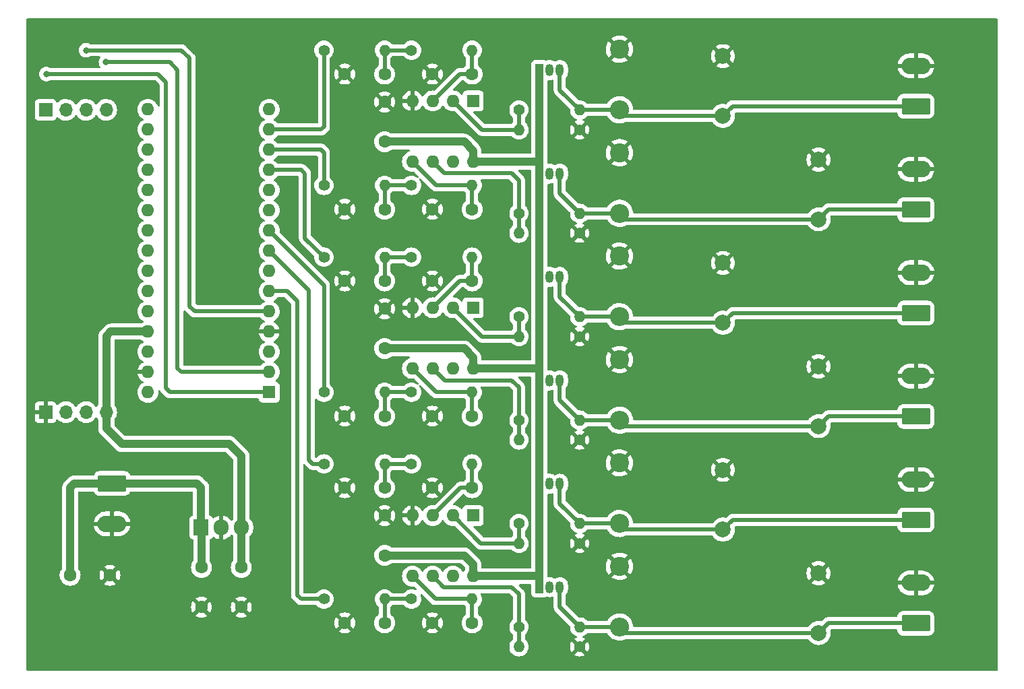
<source format=gbr>
%TF.GenerationSoftware,KiCad,Pcbnew,(6.0.7)*%
%TF.CreationDate,2023-02-09T09:46:21+02:00*%
%TF.ProjectId,Lamps_Type5,4c616d70-735f-4547-9970-65352e6b6963,rev?*%
%TF.SameCoordinates,Original*%
%TF.FileFunction,Copper,L1,Top*%
%TF.FilePolarity,Positive*%
%FSLAX46Y46*%
G04 Gerber Fmt 4.6, Leading zero omitted, Abs format (unit mm)*
G04 Created by KiCad (PCBNEW (6.0.7)) date 2023-02-09 09:46:21*
%MOMM*%
%LPD*%
G01*
G04 APERTURE LIST*
G04 Aperture macros list*
%AMRoundRect*
0 Rectangle with rounded corners*
0 $1 Rounding radius*
0 $2 $3 $4 $5 $6 $7 $8 $9 X,Y pos of 4 corners*
0 Add a 4 corners polygon primitive as box body*
4,1,4,$2,$3,$4,$5,$6,$7,$8,$9,$2,$3,0*
0 Add four circle primitives for the rounded corners*
1,1,$1+$1,$2,$3*
1,1,$1+$1,$4,$5*
1,1,$1+$1,$6,$7*
1,1,$1+$1,$8,$9*
0 Add four rect primitives between the rounded corners*
20,1,$1+$1,$2,$3,$4,$5,0*
20,1,$1+$1,$4,$5,$6,$7,0*
20,1,$1+$1,$6,$7,$8,$9,0*
20,1,$1+$1,$8,$9,$2,$3,0*%
G04 Aperture macros list end*
%TA.AperFunction,ComponentPad*%
%ADD10C,1.600000*%
%TD*%
%TA.AperFunction,ComponentPad*%
%ADD11C,2.400000*%
%TD*%
%TA.AperFunction,ComponentPad*%
%ADD12O,2.400000X2.400000*%
%TD*%
%TA.AperFunction,ComponentPad*%
%ADD13O,1.905000X2.000000*%
%TD*%
%TA.AperFunction,ComponentPad*%
%ADD14R,1.905000X2.000000*%
%TD*%
%TA.AperFunction,ComponentPad*%
%ADD15R,1.600000X1.600000*%
%TD*%
%TA.AperFunction,ComponentPad*%
%ADD16O,1.600000X1.600000*%
%TD*%
%TA.AperFunction,ComponentPad*%
%ADD17C,1.400000*%
%TD*%
%TA.AperFunction,ComponentPad*%
%ADD18O,1.400000X1.400000*%
%TD*%
%TA.AperFunction,ComponentPad*%
%ADD19R,1.050000X1.500000*%
%TD*%
%TA.AperFunction,ComponentPad*%
%ADD20O,1.050000X1.500000*%
%TD*%
%TA.AperFunction,ComponentPad*%
%ADD21RoundRect,0.249999X1.550001X-0.790001X1.550001X0.790001X-1.550001X0.790001X-1.550001X-0.790001X0*%
%TD*%
%TA.AperFunction,ComponentPad*%
%ADD22O,3.600000X2.080000*%
%TD*%
%TA.AperFunction,ComponentPad*%
%ADD23R,1.700000X1.700000*%
%TD*%
%TA.AperFunction,ComponentPad*%
%ADD24O,1.700000X1.700000*%
%TD*%
%TA.AperFunction,ComponentPad*%
%ADD25RoundRect,0.249999X-1.550001X0.790001X-1.550001X-0.790001X1.550001X-0.790001X1.550001X0.790001X0*%
%TD*%
%TA.AperFunction,ComponentPad*%
%ADD26C,2.000000*%
%TD*%
%TA.AperFunction,ViaPad*%
%ADD27C,0.800000*%
%TD*%
%TA.AperFunction,Conductor*%
%ADD28C,1.000000*%
%TD*%
%TA.AperFunction,Conductor*%
%ADD29C,0.500000*%
%TD*%
G04 APERTURE END LIST*
D10*
%TO.P,C23,1*%
%TO.N,+12V*%
X153000000Y-112500000D03*
%TO.P,C23,2*%
%TO.N,GND*%
X158000000Y-112500000D03*
%TD*%
%TO.P,C3,1*%
%TO.N,+12V*%
X192500000Y-110000000D03*
%TO.P,C3,2*%
%TO.N,GND*%
X192500000Y-105000000D03*
%TD*%
%TO.P,C2,1*%
%TO.N,+12V*%
X192500000Y-84000000D03*
%TO.P,C2,2*%
%TO.N,GND*%
X192500000Y-79000000D03*
%TD*%
%TO.P,C1,1*%
%TO.N,+12V*%
X192500000Y-58000000D03*
%TO.P,C1,2*%
%TO.N,GND*%
X192500000Y-53000000D03*
%TD*%
D11*
%TO.P,R30,1*%
%TO.N,GND*%
X222000000Y-111380000D03*
D12*
%TO.P,R30,2*%
%TO.N,AO5*%
X222000000Y-119000000D03*
%TD*%
D11*
%TO.P,R29,1*%
%TO.N,GND*%
X222000000Y-98380000D03*
D12*
%TO.P,R29,2*%
%TO.N,AO4*%
X222000000Y-106000000D03*
%TD*%
D11*
%TO.P,R20,1*%
%TO.N,GND*%
X222000000Y-85380000D03*
D12*
%TO.P,R20,2*%
%TO.N,AO3*%
X222000000Y-93000000D03*
%TD*%
D11*
%TO.P,R19,1*%
%TO.N,GND*%
X222000000Y-72380000D03*
D12*
%TO.P,R19,2*%
%TO.N,AO2*%
X222000000Y-80000000D03*
%TD*%
%TO.P,R18,2*%
%TO.N,AO1*%
X222000000Y-67000000D03*
D11*
%TO.P,R18,1*%
%TO.N,GND*%
X222000000Y-59380000D03*
%TD*%
D12*
%TO.P,R17,2*%
%TO.N,AO0*%
X222000000Y-54000000D03*
D11*
%TO.P,R17,1*%
%TO.N,GND*%
X222000000Y-46380000D03*
%TD*%
D13*
%TO.P,U7,3,VO*%
%TO.N,+5V*%
X174540000Y-106500000D03*
%TO.P,U7,2,GND*%
%TO.N,GND*%
X172000000Y-106500000D03*
D14*
%TO.P,U7,1,VI*%
%TO.N,+12V*%
X169460000Y-106500000D03*
%TD*%
D15*
%TO.P,U3,1*%
%TO.N,Net-(Q5-Pad2)*%
X203620000Y-105000000D03*
D16*
%TO.P,U3,2,-*%
%TO.N,Net-(R25-Pad1)*%
X201080000Y-105000000D03*
%TO.P,U3,3,+*%
%TO.N,Net-(C21-Pad1)*%
X198540000Y-105000000D03*
%TO.P,U3,4,V-*%
%TO.N,GND*%
X196000000Y-105000000D03*
%TO.P,U3,5,+*%
%TO.N,Net-(C22-Pad1)*%
X196000000Y-112620000D03*
%TO.P,U3,6,-*%
%TO.N,Net-(R27-Pad1)*%
X198540000Y-112620000D03*
%TO.P,U3,7*%
%TO.N,Net-(Q6-Pad2)*%
X201080000Y-112620000D03*
%TO.P,U3,8,V+*%
%TO.N,+12V*%
X203620000Y-112620000D03*
%TD*%
D15*
%TO.P,U2,1*%
%TO.N,Net-(Q3-Pad2)*%
X203620000Y-78880000D03*
D16*
%TO.P,U2,2,-*%
%TO.N,Net-(R13-Pad1)*%
X201080000Y-78880000D03*
%TO.P,U2,3,+*%
%TO.N,Net-(C12-Pad1)*%
X198540000Y-78880000D03*
%TO.P,U2,4,V-*%
%TO.N,GND*%
X196000000Y-78880000D03*
%TO.P,U2,5,+*%
%TO.N,Net-(C13-Pad1)*%
X196000000Y-86500000D03*
%TO.P,U2,6,-*%
%TO.N,Net-(R15-Pad1)*%
X198540000Y-86500000D03*
%TO.P,U2,7*%
%TO.N,Net-(Q4-Pad2)*%
X201080000Y-86500000D03*
%TO.P,U2,8,V+*%
%TO.N,+12V*%
X203620000Y-86500000D03*
%TD*%
%TO.P,U1,8,V+*%
%TO.N,+12V*%
X203620000Y-60500000D03*
%TO.P,U1,7*%
%TO.N,Net-(Q2-Pad2)*%
X201080000Y-60500000D03*
%TO.P,U1,6,-*%
%TO.N,Net-(R11-Pad1)*%
X198540000Y-60500000D03*
%TO.P,U1,5,+*%
%TO.N,Net-(C11-Pad1)*%
X196000000Y-60500000D03*
%TO.P,U1,4,V-*%
%TO.N,GND*%
X196000000Y-52880000D03*
%TO.P,U1,3,+*%
%TO.N,Net-(C10-Pad1)*%
X198540000Y-52880000D03*
%TO.P,U1,2,-*%
%TO.N,Net-(R10-Pad2)*%
X201080000Y-52880000D03*
D15*
%TO.P,U1,1*%
%TO.N,Net-(Q1-Pad2)*%
X203620000Y-52880000D03*
%TD*%
D17*
%TO.P,R28,1*%
%TO.N,GND*%
X217000000Y-121500000D03*
D18*
%TO.P,R28,2*%
%TO.N,Net-(R27-Pad1)*%
X209380000Y-121500000D03*
%TD*%
D17*
%TO.P,R27,1*%
%TO.N,Net-(R27-Pad1)*%
X209380000Y-119000000D03*
D18*
%TO.P,R27,2*%
%TO.N,AO5*%
X217000000Y-119000000D03*
%TD*%
D17*
%TO.P,R26,1*%
%TO.N,GND*%
X217000000Y-108500000D03*
D18*
%TO.P,R26,2*%
%TO.N,Net-(R25-Pad1)*%
X209380000Y-108500000D03*
%TD*%
D17*
%TO.P,R25,1*%
%TO.N,Net-(R25-Pad1)*%
X209380000Y-106000000D03*
D18*
%TO.P,R25,2*%
%TO.N,AO4*%
X217000000Y-106000000D03*
%TD*%
%TO.P,R24,2*%
%TO.N,Net-(C22-Pad1)*%
X203500000Y-115500000D03*
D17*
%TO.P,R24,1*%
%TO.N,Net-(C20-Pad1)*%
X195880000Y-115500000D03*
%TD*%
D18*
%TO.P,R23,2*%
%TO.N,Net-(C21-Pad1)*%
X203500000Y-98500000D03*
D17*
%TO.P,R23,1*%
%TO.N,Net-(C19-Pad1)*%
X195880000Y-98500000D03*
%TD*%
D18*
%TO.P,R22,2*%
%TO.N,Net-(C20-Pad1)*%
X192500000Y-115500000D03*
D17*
%TO.P,R22,1*%
%TO.N,PWM5*%
X184880000Y-115500000D03*
%TD*%
D18*
%TO.P,R21,2*%
%TO.N,Net-(C19-Pad1)*%
X192500000Y-98500000D03*
D17*
%TO.P,R21,1*%
%TO.N,PWM4*%
X184880000Y-98500000D03*
%TD*%
D18*
%TO.P,R16,2*%
%TO.N,Net-(R15-Pad1)*%
X209380000Y-95500000D03*
D17*
%TO.P,R16,1*%
%TO.N,GND*%
X217000000Y-95500000D03*
%TD*%
%TO.P,R15,1*%
%TO.N,Net-(R15-Pad1)*%
X209380000Y-93000000D03*
D18*
%TO.P,R15,2*%
%TO.N,AO3*%
X217000000Y-93000000D03*
%TD*%
D17*
%TO.P,R14,1*%
%TO.N,GND*%
X217000000Y-82500000D03*
D18*
%TO.P,R14,2*%
%TO.N,Net-(R13-Pad1)*%
X209380000Y-82500000D03*
%TD*%
D17*
%TO.P,R13,1*%
%TO.N,Net-(R13-Pad1)*%
X209380000Y-80000000D03*
D18*
%TO.P,R13,2*%
%TO.N,AO2*%
X217000000Y-80000000D03*
%TD*%
D17*
%TO.P,R12,1*%
%TO.N,GND*%
X217000000Y-69500000D03*
D18*
%TO.P,R12,2*%
%TO.N,Net-(R11-Pad1)*%
X209380000Y-69500000D03*
%TD*%
D17*
%TO.P,R11,1*%
%TO.N,Net-(R11-Pad1)*%
X209380000Y-67000000D03*
D18*
%TO.P,R11,2*%
%TO.N,AO1*%
X217000000Y-67000000D03*
%TD*%
D17*
%TO.P,R10,1*%
%TO.N,GND*%
X217000000Y-56500000D03*
D18*
%TO.P,R10,2*%
%TO.N,Net-(R10-Pad2)*%
X209380000Y-56500000D03*
%TD*%
D17*
%TO.P,R9,1*%
%TO.N,Net-(R10-Pad2)*%
X209380000Y-54000000D03*
D18*
%TO.P,R9,2*%
%TO.N,AO0*%
X217000000Y-54000000D03*
%TD*%
D17*
%TO.P,R8,1*%
%TO.N,Net-(C8-Pad1)*%
X195880000Y-89500000D03*
D18*
%TO.P,R8,2*%
%TO.N,Net-(C13-Pad1)*%
X203500000Y-89500000D03*
%TD*%
%TO.P,R7,2*%
%TO.N,Net-(C12-Pad1)*%
X203500000Y-72500000D03*
D17*
%TO.P,R7,1*%
%TO.N,Net-(C7-Pad1)*%
X195880000Y-72500000D03*
%TD*%
D18*
%TO.P,R6,2*%
%TO.N,Net-(C11-Pad1)*%
X203500000Y-63500000D03*
D17*
%TO.P,R6,1*%
%TO.N,Net-(C6-Pad1)*%
X195880000Y-63500000D03*
%TD*%
%TO.P,R5,1*%
%TO.N,Net-(C5-Pad1)*%
X195880000Y-46500000D03*
D18*
%TO.P,R5,2*%
%TO.N,Net-(C10-Pad1)*%
X203500000Y-46500000D03*
%TD*%
D17*
%TO.P,R4,1*%
%TO.N,PWM3*%
X184880000Y-89500000D03*
D18*
%TO.P,R4,2*%
%TO.N,Net-(C8-Pad1)*%
X192500000Y-89500000D03*
%TD*%
%TO.P,R3,2*%
%TO.N,Net-(C7-Pad1)*%
X192500000Y-72500000D03*
D17*
%TO.P,R3,1*%
%TO.N,PWM2*%
X184880000Y-72500000D03*
%TD*%
D18*
%TO.P,R2,2*%
%TO.N,Net-(C6-Pad1)*%
X192500000Y-63500000D03*
D17*
%TO.P,R2,1*%
%TO.N,PWM1*%
X184880000Y-63500000D03*
%TD*%
%TO.P,R1,1*%
%TO.N,PWM0*%
X184880000Y-46500000D03*
D18*
%TO.P,R1,2*%
%TO.N,Net-(C5-Pad1)*%
X192500000Y-46500000D03*
%TD*%
D19*
%TO.P,Q6,1,C*%
%TO.N,+12V*%
X211960000Y-114000000D03*
D20*
%TO.P,Q6,2,B*%
%TO.N,Net-(Q6-Pad2)*%
X213230000Y-114000000D03*
%TO.P,Q6,3,E*%
%TO.N,AO5*%
X214500000Y-114000000D03*
%TD*%
D19*
%TO.P,Q5,1,C*%
%TO.N,+12V*%
X211960000Y-101000000D03*
D20*
%TO.P,Q5,2,B*%
%TO.N,Net-(Q5-Pad2)*%
X213230000Y-101000000D03*
%TO.P,Q5,3,E*%
%TO.N,AO4*%
X214500000Y-101000000D03*
%TD*%
D19*
%TO.P,Q4,1,C*%
%TO.N,+12V*%
X211960000Y-88000000D03*
D20*
%TO.P,Q4,2,B*%
%TO.N,Net-(Q4-Pad2)*%
X213230000Y-88000000D03*
%TO.P,Q4,3,E*%
%TO.N,AO3*%
X214500000Y-88000000D03*
%TD*%
D19*
%TO.P,Q3,1,C*%
%TO.N,+12V*%
X211960000Y-75000000D03*
D20*
%TO.P,Q3,2,B*%
%TO.N,Net-(Q3-Pad2)*%
X213230000Y-75000000D03*
%TO.P,Q3,3,E*%
%TO.N,AO2*%
X214500000Y-75000000D03*
%TD*%
D19*
%TO.P,Q2,1,C*%
%TO.N,+12V*%
X211960000Y-62000000D03*
D20*
%TO.P,Q2,2,B*%
%TO.N,Net-(Q2-Pad2)*%
X213230000Y-62000000D03*
%TO.P,Q2,3,E*%
%TO.N,AO1*%
X214500000Y-62000000D03*
%TD*%
D19*
%TO.P,Q1,1,C*%
%TO.N,+12V*%
X211960000Y-49000000D03*
D20*
%TO.P,Q1,2,B*%
%TO.N,Net-(Q1-Pad2)*%
X213230000Y-49000000D03*
%TO.P,Q1,3,E*%
%TO.N,AO0*%
X214500000Y-49000000D03*
%TD*%
D21*
%TO.P,J9,1,Pin_1*%
%TO.N,AO5*%
X259222500Y-118540000D03*
D22*
%TO.P,J9,2,Pin_2*%
%TO.N,GND*%
X259222500Y-113460000D03*
%TD*%
D21*
%TO.P,J8,1,Pin_1*%
%TO.N,AO4*%
X259222500Y-105540000D03*
D22*
%TO.P,J8,2,Pin_2*%
%TO.N,GND*%
X259222500Y-100460000D03*
%TD*%
D21*
%TO.P,J7,1,Pin_1*%
%TO.N,AO3*%
X259222500Y-92540000D03*
D22*
%TO.P,J7,2,Pin_2*%
%TO.N,GND*%
X259222500Y-87460000D03*
%TD*%
D21*
%TO.P,J6,1,Pin_1*%
%TO.N,AO2*%
X259222500Y-79540000D03*
D22*
%TO.P,J6,2,Pin_2*%
%TO.N,GND*%
X259222500Y-74460000D03*
%TD*%
D21*
%TO.P,J5,1,Pin_1*%
%TO.N,AO1*%
X259222500Y-66540000D03*
D22*
%TO.P,J5,2,Pin_2*%
%TO.N,GND*%
X259222500Y-61460000D03*
%TD*%
D21*
%TO.P,J4,1,Pin_1*%
%TO.N,AO0*%
X259222500Y-53540000D03*
D22*
%TO.P,J4,2,Pin_2*%
%TO.N,GND*%
X259222500Y-48460000D03*
%TD*%
D23*
%TO.P,J3,1,Pin_1*%
%TO.N,TX*%
X149920000Y-54000000D03*
D24*
%TO.P,J3,2,Pin_2*%
%TO.N,OE*%
X152460000Y-54000000D03*
%TO.P,J3,3,Pin_3*%
X155000000Y-54000000D03*
%TO.P,J3,4,Pin_4*%
%TO.N,RX*%
X157540000Y-54000000D03*
%TD*%
D23*
%TO.P,J2,1,Pin_1*%
%TO.N,GND*%
X149920000Y-92000000D03*
D24*
%TO.P,J2,2,Pin_2*%
%TO.N,unconnected-(J2-Pad2)*%
X152460000Y-92000000D03*
%TO.P,J2,3,Pin_3*%
%TO.N,unconnected-(J2-Pad3)*%
X155000000Y-92000000D03*
%TO.P,J2,4,Pin_4*%
%TO.N,+5V*%
X157540000Y-92000000D03*
%TD*%
D25*
%TO.P,J1,1,Pin_1*%
%TO.N,+12V*%
X158277500Y-100960000D03*
D22*
%TO.P,J1,2,Pin_2*%
%TO.N,GND*%
X158277500Y-106040000D03*
%TD*%
D10*
%TO.P,C26,2*%
%TO.N,GND*%
X174500000Y-116500000D03*
%TO.P,C26,1*%
%TO.N,+5V*%
X174500000Y-111500000D03*
%TD*%
D26*
%TO.P,C25,1*%
%TO.N,AO5*%
X247000000Y-119750000D03*
%TO.P,C25,2*%
%TO.N,GND*%
X247000000Y-112250000D03*
%TD*%
%TO.P,C24,1*%
%TO.N,AO4*%
X235000000Y-106750000D03*
%TO.P,C24,2*%
%TO.N,GND*%
X235000000Y-99250000D03*
%TD*%
D10*
%TO.P,C22,1*%
%TO.N,Net-(C22-Pad1)*%
X203500000Y-118500000D03*
%TO.P,C22,2*%
%TO.N,GND*%
X198500000Y-118500000D03*
%TD*%
%TO.P,C21,2*%
%TO.N,GND*%
X198500000Y-101500000D03*
%TO.P,C21,1*%
%TO.N,Net-(C21-Pad1)*%
X203500000Y-101500000D03*
%TD*%
%TO.P,C20,2*%
%TO.N,GND*%
X187500000Y-118500000D03*
%TO.P,C20,1*%
%TO.N,Net-(C20-Pad1)*%
X192500000Y-118500000D03*
%TD*%
%TO.P,C19,2*%
%TO.N,GND*%
X187500000Y-101500000D03*
%TO.P,C19,1*%
%TO.N,Net-(C19-Pad1)*%
X192500000Y-101500000D03*
%TD*%
D26*
%TO.P,C18,1*%
%TO.N,AO3*%
X247000000Y-93750000D03*
%TO.P,C18,2*%
%TO.N,GND*%
X247000000Y-86250000D03*
%TD*%
%TO.P,C17,1*%
%TO.N,AO2*%
X235000000Y-80750000D03*
%TO.P,C17,2*%
%TO.N,GND*%
X235000000Y-73250000D03*
%TD*%
%TO.P,C16,2*%
%TO.N,GND*%
X247000000Y-60250000D03*
%TO.P,C16,1*%
%TO.N,AO1*%
X247000000Y-67750000D03*
%TD*%
%TO.P,C15,2*%
%TO.N,GND*%
X235000000Y-47250000D03*
%TO.P,C15,1*%
%TO.N,AO0*%
X235000000Y-54750000D03*
%TD*%
D10*
%TO.P,C13,1*%
%TO.N,Net-(C13-Pad1)*%
X203500000Y-92500000D03*
%TO.P,C13,2*%
%TO.N,GND*%
X198500000Y-92500000D03*
%TD*%
%TO.P,C12,2*%
%TO.N,GND*%
X198500000Y-75500000D03*
%TO.P,C12,1*%
%TO.N,Net-(C12-Pad1)*%
X203500000Y-75500000D03*
%TD*%
%TO.P,C11,2*%
%TO.N,GND*%
X198500000Y-66500000D03*
%TO.P,C11,1*%
%TO.N,Net-(C11-Pad1)*%
X203500000Y-66500000D03*
%TD*%
%TO.P,C10,1*%
%TO.N,Net-(C10-Pad1)*%
X203500000Y-49500000D03*
%TO.P,C10,2*%
%TO.N,GND*%
X198500000Y-49500000D03*
%TD*%
%TO.P,C8,1*%
%TO.N,Net-(C8-Pad1)*%
X192500000Y-92500000D03*
%TO.P,C8,2*%
%TO.N,GND*%
X187500000Y-92500000D03*
%TD*%
%TO.P,C7,2*%
%TO.N,GND*%
X187500000Y-75500000D03*
%TO.P,C7,1*%
%TO.N,Net-(C7-Pad1)*%
X192500000Y-75500000D03*
%TD*%
%TO.P,C6,2*%
%TO.N,GND*%
X187500000Y-66500000D03*
%TO.P,C6,1*%
%TO.N,Net-(C6-Pad1)*%
X192500000Y-66500000D03*
%TD*%
%TO.P,C5,1*%
%TO.N,Net-(C5-Pad1)*%
X192500000Y-49500000D03*
%TO.P,C5,2*%
%TO.N,GND*%
X187500000Y-49500000D03*
%TD*%
%TO.P,C4,1*%
%TO.N,+12V*%
X169500000Y-111500000D03*
%TO.P,C4,2*%
%TO.N,GND*%
X169500000Y-116500000D03*
%TD*%
D15*
%TO.P,A1,1,D1/TX*%
%TO.N,TX*%
X178000000Y-89500000D03*
D16*
%TO.P,A1,2,D0/RX*%
%TO.N,RX*%
X178000000Y-86960000D03*
%TO.P,A1,3,~{RESET}*%
%TO.N,unconnected-(A1-Pad3)*%
X178000000Y-84420000D03*
%TO.P,A1,4,GND*%
%TO.N,GND*%
X178000000Y-81880000D03*
%TO.P,A1,5,D2*%
%TO.N,OE*%
X178000000Y-79340000D03*
%TO.P,A1,6,D3*%
%TO.N,PWM5*%
X178000000Y-76800000D03*
%TO.P,A1,7,D4*%
%TO.N,unconnected-(A1-Pad7)*%
X178000000Y-74260000D03*
%TO.P,A1,8,D5*%
%TO.N,PWM4*%
X178000000Y-71720000D03*
%TO.P,A1,9,D6*%
%TO.N,PWM3*%
X178000000Y-69180000D03*
%TO.P,A1,10,D7*%
%TO.N,unconnected-(A1-Pad10)*%
X178000000Y-66640000D03*
%TO.P,A1,11,D8*%
%TO.N,unconnected-(A1-Pad11)*%
X178000000Y-64100000D03*
%TO.P,A1,12,D9*%
%TO.N,PWM2*%
X178000000Y-61560000D03*
%TO.P,A1,13,D10*%
%TO.N,PWM1*%
X178000000Y-59020000D03*
%TO.P,A1,14,D11*%
%TO.N,PWM0*%
X178000000Y-56480000D03*
%TO.P,A1,15,D12*%
%TO.N,unconnected-(A1-Pad15)*%
X178000000Y-53940000D03*
%TO.P,A1,16,D13*%
%TO.N,unconnected-(A1-Pad16)*%
X162760000Y-53940000D03*
%TO.P,A1,17,3V3*%
%TO.N,unconnected-(A1-Pad17)*%
X162760000Y-56480000D03*
%TO.P,A1,18,AREF*%
%TO.N,unconnected-(A1-Pad18)*%
X162760000Y-59020000D03*
%TO.P,A1,19,A0*%
%TO.N,unconnected-(A1-Pad19)*%
X162760000Y-61560000D03*
%TO.P,A1,20,A1*%
%TO.N,unconnected-(A1-Pad20)*%
X162760000Y-64100000D03*
%TO.P,A1,21,A2*%
%TO.N,unconnected-(A1-Pad21)*%
X162760000Y-66640000D03*
%TO.P,A1,22,A3*%
%TO.N,unconnected-(A1-Pad22)*%
X162760000Y-69180000D03*
%TO.P,A1,23,A4*%
%TO.N,unconnected-(A1-Pad23)*%
X162760000Y-71720000D03*
%TO.P,A1,24,A5*%
%TO.N,unconnected-(A1-Pad24)*%
X162760000Y-74260000D03*
%TO.P,A1,25,A6*%
%TO.N,unconnected-(A1-Pad25)*%
X162760000Y-76800000D03*
%TO.P,A1,26,A7*%
%TO.N,unconnected-(A1-Pad26)*%
X162760000Y-79340000D03*
%TO.P,A1,27,+5V*%
%TO.N,+5V*%
X162760000Y-81880000D03*
%TO.P,A1,28,~{RESET}*%
%TO.N,unconnected-(A1-Pad28)*%
X162760000Y-84420000D03*
%TO.P,A1,29,GND*%
%TO.N,GND*%
X162760000Y-86960000D03*
%TO.P,A1,30,VIN*%
%TO.N,unconnected-(A1-Pad30)*%
X162760000Y-89500000D03*
%TD*%
D27*
%TO.N,GND*%
X179500000Y-113000000D03*
X150500000Y-118000000D03*
X154500000Y-122000000D03*
X151500000Y-120000000D03*
X151000000Y-122000000D03*
X267500000Y-52000000D03*
X267000000Y-123000000D03*
X262500000Y-122000000D03*
X268000000Y-117500000D03*
X265500000Y-120000000D03*
X266000000Y-49500000D03*
X263500000Y-45500000D03*
X267500000Y-45000000D03*
X157500000Y-44000000D03*
X150500000Y-45500000D03*
X149500000Y-47500000D03*
X152500000Y-47500000D03*
X152500000Y-51500000D03*
X195500000Y-75500000D03*
X195500000Y-101500000D03*
X206500000Y-118500000D03*
X206500000Y-116000000D03*
X206500000Y-92500000D03*
X206500000Y-90000000D03*
X206500000Y-67000000D03*
X206500000Y-64000000D03*
X214500000Y-121500000D03*
X214500000Y-119000000D03*
X214500000Y-108500000D03*
X214500000Y-106000000D03*
X214500000Y-95500000D03*
X214500000Y-93000000D03*
X214500000Y-82500000D03*
X214500000Y-80000000D03*
X214500000Y-69500000D03*
X214500000Y-67000000D03*
X214500000Y-56500000D03*
X214500000Y-54000000D03*
X195500000Y-49500000D03*
X192500000Y-112500000D03*
X188000000Y-113000000D03*
X183500000Y-112500000D03*
X183000000Y-118000000D03*
X180500000Y-117000000D03*
X179500000Y-115500000D03*
X179500000Y-92000000D03*
X179500000Y-95000000D03*
X179500000Y-98000000D03*
X179500000Y-100500000D03*
X179500000Y-103000000D03*
X179500000Y-106000000D03*
X179500000Y-108500000D03*
X183500000Y-100500000D03*
X183500000Y-102500000D03*
X183500000Y-105000000D03*
X183500000Y-107500000D03*
X201000000Y-107500000D03*
X198500000Y-107500000D03*
X196000000Y-107500000D03*
X201000000Y-82000000D03*
X198500000Y-82000000D03*
X196000000Y-82000000D03*
X201000000Y-56000000D03*
X198500000Y-56000000D03*
X196500000Y-56000000D03*
X187000000Y-55000000D03*
X187000000Y-52500000D03*
X186500000Y-58000000D03*
X187500000Y-61500000D03*
X185000000Y-66000000D03*
X185000000Y-69000000D03*
X180500000Y-69500000D03*
X180500000Y-67500000D03*
X180500000Y-65500000D03*
X180500000Y-63500000D03*
X169500000Y-85000000D03*
X174500000Y-85000000D03*
X172000000Y-83500000D03*
X174500000Y-82000000D03*
X169500000Y-82000000D03*
%TO.N,TX*%
X150000000Y-49500000D03*
%TO.N,OE*%
X155000000Y-46500000D03*
%TO.N,RX*%
X157500000Y-48000000D03*
%TD*%
D28*
%TO.N,+12V*%
X168960000Y-100960000D02*
X158277500Y-100960000D01*
X169460000Y-106500000D02*
X169460000Y-101460000D01*
X169460000Y-101460000D02*
X168960000Y-100960000D01*
X153000000Y-101500000D02*
X153000000Y-112500000D01*
X153540000Y-100960000D02*
X153000000Y-101500000D01*
X158277500Y-100960000D02*
X153540000Y-100960000D01*
%TO.N,+5V*%
X174540000Y-97540000D02*
X174540000Y-106500000D01*
X173000000Y-96000000D02*
X174540000Y-97540000D01*
X159500000Y-96000000D02*
X173000000Y-96000000D01*
X157540000Y-94040000D02*
X159500000Y-96000000D01*
X157540000Y-92000000D02*
X157540000Y-94040000D01*
X158120000Y-81880000D02*
X162760000Y-81880000D01*
X157540000Y-82460000D02*
X158120000Y-81880000D01*
X157540000Y-92000000D02*
X157540000Y-82460000D01*
D29*
%TO.N,TX*%
X150000000Y-49500000D02*
X164000000Y-49500000D01*
%TO.N,RX*%
X157500000Y-48000000D02*
X165500000Y-48000000D01*
%TO.N,OE*%
X167000000Y-46500000D02*
X168000000Y-47500000D01*
X155000000Y-46500000D02*
X167000000Y-46500000D01*
%TO.N,TX*%
X165000000Y-50500000D02*
X164000000Y-49500000D01*
X165000000Y-89000000D02*
X165000000Y-50500000D01*
X165500000Y-89500000D02*
X165000000Y-89000000D01*
X178000000Y-89500000D02*
X165500000Y-89500000D01*
%TO.N,RX*%
X166500000Y-49000000D02*
X165500000Y-48000000D01*
X166500000Y-86500000D02*
X166500000Y-49000000D01*
X166960000Y-86960000D02*
X166500000Y-86500000D01*
X178000000Y-86960000D02*
X166960000Y-86960000D01*
%TO.N,OE*%
X168660000Y-79340000D02*
X178000000Y-79340000D01*
X168000000Y-78680000D02*
X168660000Y-79340000D01*
X168000000Y-47500000D02*
X168000000Y-78680000D01*
%TO.N,PWM5*%
X181500000Y-78000000D02*
X180300000Y-76800000D01*
X180300000Y-76800000D02*
X178000000Y-76800000D01*
X181500000Y-115000000D02*
X181500000Y-78000000D01*
X182000000Y-115500000D02*
X181500000Y-115000000D01*
X184880000Y-115500000D02*
X182000000Y-115500000D01*
%TO.N,PWM2*%
X182500000Y-70120000D02*
X184880000Y-72500000D01*
X182500000Y-62000000D02*
X182500000Y-70120000D01*
X182060000Y-61560000D02*
X182500000Y-62000000D01*
X178000000Y-61560000D02*
X182060000Y-61560000D01*
%TO.N,PWM3*%
X184880000Y-76060000D02*
X184880000Y-89500000D01*
X178000000Y-69180000D02*
X184880000Y-76060000D01*
%TO.N,PWM4*%
X183000000Y-98000000D02*
X183500000Y-98500000D01*
X183000000Y-76720000D02*
X183000000Y-98000000D01*
X183500000Y-98500000D02*
X184880000Y-98500000D01*
X178000000Y-71720000D02*
X183000000Y-76720000D01*
%TO.N,PWM1*%
X184480000Y-59020000D02*
X184500000Y-59000000D01*
X178000000Y-59020000D02*
X184480000Y-59020000D01*
X184880000Y-59380000D02*
X184500000Y-59000000D01*
X184880000Y-63500000D02*
X184880000Y-59380000D01*
%TO.N,PWM0*%
X184880000Y-56120000D02*
X184520000Y-56480000D01*
X184880000Y-46500000D02*
X184880000Y-56120000D01*
X178000000Y-56480000D02*
X184520000Y-56480000D01*
D28*
%TO.N,+12V*%
X169500000Y-106540000D02*
X169460000Y-106500000D01*
X169500000Y-111500000D02*
X169500000Y-106540000D01*
%TO.N,+5V*%
X174500000Y-106540000D02*
X174540000Y-106500000D01*
X174500000Y-111500000D02*
X174500000Y-106540000D01*
D29*
%TO.N,Net-(R15-Pad1)*%
X209380000Y-95500000D02*
X209380000Y-93000000D01*
%TO.N,Net-(C5-Pad1)*%
X192500000Y-49500000D02*
X192500000Y-46500000D01*
X195880000Y-46500000D02*
X192500000Y-46500000D01*
%TO.N,Net-(C6-Pad1)*%
X192500000Y-66500000D02*
X192500000Y-63500000D01*
X195880000Y-63500000D02*
X192500000Y-63500000D01*
%TO.N,Net-(C7-Pad1)*%
X192500000Y-75500000D02*
X192500000Y-72500000D01*
X195880000Y-72500000D02*
X192500000Y-72500000D01*
%TO.N,Net-(C8-Pad1)*%
X192500000Y-92500000D02*
X192500000Y-89500000D01*
X195880000Y-89500000D02*
X192500000Y-89500000D01*
%TO.N,Net-(C19-Pad1)*%
X192500000Y-101500000D02*
X192500000Y-98500000D01*
X195880000Y-98500000D02*
X192500000Y-98500000D01*
%TO.N,Net-(C20-Pad1)*%
X192500000Y-115500000D02*
X192500000Y-118500000D01*
X195880000Y-115500000D02*
X192500000Y-115500000D01*
%TO.N,Net-(C22-Pad1)*%
X203500000Y-118500000D02*
X203500000Y-115500000D01*
X198880000Y-115500000D02*
X196000000Y-112620000D01*
X203500000Y-115500000D02*
X198880000Y-115500000D01*
%TO.N,Net-(C21-Pad1)*%
X198540000Y-105000000D02*
X202040000Y-101500000D01*
X202040000Y-101500000D02*
X203500000Y-101500000D01*
X203500000Y-101500000D02*
X203500000Y-98500000D01*
%TO.N,Net-(C13-Pad1)*%
X203500000Y-92500000D02*
X203500000Y-89500000D01*
X199000000Y-89500000D02*
X196000000Y-86500000D01*
X203500000Y-89500000D02*
X199000000Y-89500000D01*
%TO.N,Net-(C12-Pad1)*%
X203500000Y-75500000D02*
X203500000Y-72500000D01*
X201920000Y-75500000D02*
X203500000Y-75500000D01*
X198540000Y-78880000D02*
X201920000Y-75500000D01*
%TO.N,Net-(C11-Pad1)*%
X203500000Y-66500000D02*
X203500000Y-63500000D01*
X199000000Y-63500000D02*
X196000000Y-60500000D01*
X203500000Y-63500000D02*
X199000000Y-63500000D01*
%TO.N,Net-(C10-Pad1)*%
X203500000Y-49500000D02*
X203500000Y-46500000D01*
X198540000Y-52880000D02*
X201920000Y-49500000D01*
X201920000Y-49500000D02*
X203500000Y-49500000D01*
D28*
%TO.N,+12V*%
X203620000Y-111120000D02*
X203620000Y-112620000D01*
X202500000Y-110000000D02*
X203620000Y-111120000D01*
X192500000Y-110000000D02*
X202500000Y-110000000D01*
X203620000Y-85120000D02*
X203620000Y-86500000D01*
X202500000Y-84000000D02*
X203620000Y-85120000D01*
X192500000Y-84000000D02*
X202500000Y-84000000D01*
X202500000Y-58000000D02*
X203620000Y-59120000D01*
X203620000Y-59120000D02*
X203620000Y-60500000D01*
X192500000Y-58000000D02*
X202500000Y-58000000D01*
D29*
%TO.N,Net-(R11-Pad1)*%
X200020000Y-61980000D02*
X198540000Y-60500000D01*
X208480000Y-61980000D02*
X200020000Y-61980000D01*
X209380000Y-67000000D02*
X209380000Y-62880000D01*
X209380000Y-62880000D02*
X208480000Y-61980000D01*
%TO.N,Net-(R27-Pad1)*%
X208500000Y-114000000D02*
X199920000Y-114000000D01*
X209380000Y-114880000D02*
X208500000Y-114000000D01*
X209380000Y-121500000D02*
X209380000Y-114880000D01*
X199920000Y-114000000D02*
X198540000Y-112620000D01*
%TO.N,Net-(R15-Pad1)*%
X200040000Y-88000000D02*
X198540000Y-86500000D01*
X208500000Y-88000000D02*
X200040000Y-88000000D01*
X209380000Y-88880000D02*
X208500000Y-88000000D01*
X209380000Y-93000000D02*
X209380000Y-88880000D01*
%TO.N,Net-(R11-Pad1)*%
X209380000Y-67000000D02*
X209380000Y-69500000D01*
%TO.N,Net-(R25-Pad1)*%
X204580000Y-108500000D02*
X201080000Y-105000000D01*
X209380000Y-108500000D02*
X204580000Y-108500000D01*
X209380000Y-108500000D02*
X209380000Y-106000000D01*
%TO.N,Net-(R13-Pad1)*%
X204700000Y-82500000D02*
X201080000Y-78880000D01*
X209380000Y-82500000D02*
X204700000Y-82500000D01*
X209380000Y-82500000D02*
X209380000Y-80000000D01*
%TO.N,Net-(R10-Pad2)*%
X204700000Y-56500000D02*
X201080000Y-52880000D01*
X209380000Y-56500000D02*
X204700000Y-56500000D01*
X209380000Y-56500000D02*
X209380000Y-54000000D01*
D28*
%TO.N,+12V*%
X211880000Y-112620000D02*
X211960000Y-112540000D01*
X211960000Y-114000000D02*
X211960000Y-112540000D01*
X211960000Y-112540000D02*
X211960000Y-86540000D01*
X203620000Y-112620000D02*
X211880000Y-112620000D01*
X211920000Y-86500000D02*
X211960000Y-86540000D01*
X203620000Y-86500000D02*
X211920000Y-86500000D01*
X211960000Y-86540000D02*
X211960000Y-60540000D01*
X203620000Y-60500000D02*
X211920000Y-60500000D01*
X211920000Y-60500000D02*
X211960000Y-60540000D01*
X211960000Y-60540000D02*
X211960000Y-49000000D01*
D29*
%TO.N,AO0*%
X214500000Y-51500000D02*
X217000000Y-54000000D01*
X214500000Y-49000000D02*
X214500000Y-51500000D01*
%TO.N,AO1*%
X214500000Y-64500000D02*
X217000000Y-67000000D01*
X214500000Y-62000000D02*
X214500000Y-64500000D01*
%TO.N,AO2*%
X214500000Y-77500000D02*
X217000000Y-80000000D01*
X214500000Y-75000000D02*
X214500000Y-77500000D01*
%TO.N,AO3*%
X214500000Y-90500000D02*
X217000000Y-93000000D01*
X214500000Y-88000000D02*
X214500000Y-90500000D01*
%TO.N,AO4*%
X214500000Y-103500000D02*
X217000000Y-106000000D01*
X214500000Y-101000000D02*
X214500000Y-103500000D01*
%TO.N,AO5*%
X214500000Y-116500000D02*
X217000000Y-119000000D01*
X214500000Y-114000000D02*
X214500000Y-116500000D01*
X222000000Y-119000000D02*
X217000000Y-119000000D01*
%TO.N,AO4*%
X222000000Y-106000000D02*
X217000000Y-106000000D01*
%TO.N,AO3*%
X222000000Y-93000000D02*
X217000000Y-93000000D01*
%TO.N,AO2*%
X222000000Y-80000000D02*
X217000000Y-80000000D01*
%TO.N,AO0*%
X222000000Y-54000000D02*
X217000000Y-54000000D01*
%TO.N,AO1*%
X222000000Y-67000000D02*
X217000000Y-67000000D01*
%TO.N,AO0*%
X222750000Y-54750000D02*
X222000000Y-54000000D01*
X235000000Y-54750000D02*
X222750000Y-54750000D01*
%TO.N,AO1*%
X222750000Y-67750000D02*
X222000000Y-67000000D01*
X247000000Y-67750000D02*
X222750000Y-67750000D01*
%TO.N,AO2*%
X222750000Y-80750000D02*
X222000000Y-80000000D01*
X235000000Y-80750000D02*
X222750000Y-80750000D01*
%TO.N,AO3*%
X222750000Y-93750000D02*
X222000000Y-93000000D01*
X247000000Y-93750000D02*
X222750000Y-93750000D01*
%TO.N,AO4*%
X222750000Y-106750000D02*
X222000000Y-106000000D01*
X235000000Y-106750000D02*
X222750000Y-106750000D01*
%TO.N,AO5*%
X222750000Y-119750000D02*
X222000000Y-119000000D01*
X247000000Y-119750000D02*
X222750000Y-119750000D01*
X248210000Y-118540000D02*
X247000000Y-119750000D01*
X259222500Y-118540000D02*
X248210000Y-118540000D01*
%TO.N,AO4*%
X236210000Y-105540000D02*
X235000000Y-106750000D01*
X259222500Y-105540000D02*
X236210000Y-105540000D01*
%TO.N,AO3*%
X248210000Y-92540000D02*
X247000000Y-93750000D01*
X259222500Y-92540000D02*
X248210000Y-92540000D01*
%TO.N,AO2*%
X236210000Y-79540000D02*
X235000000Y-80750000D01*
X259222500Y-79540000D02*
X236210000Y-79540000D01*
%TO.N,AO1*%
X259222500Y-66540000D02*
X248210000Y-66540000D01*
X248210000Y-66540000D02*
X247000000Y-67750000D01*
%TO.N,AO0*%
X236210000Y-53540000D02*
X235000000Y-54750000D01*
X259222500Y-53540000D02*
X236210000Y-53540000D01*
%TD*%
%TA.AperFunction,Conductor*%
%TO.N,GND*%
G36*
X269433621Y-42528502D02*
G01*
X269480114Y-42582158D01*
X269491500Y-42634500D01*
X269491500Y-124365500D01*
X269471498Y-124433621D01*
X269417842Y-124480114D01*
X269365500Y-124491500D01*
X147634500Y-124491500D01*
X147566379Y-124471498D01*
X147519886Y-124417842D01*
X147508500Y-124365500D01*
X147508500Y-119586062D01*
X186778493Y-119586062D01*
X186787789Y-119598077D01*
X186838994Y-119633931D01*
X186848489Y-119639414D01*
X187045947Y-119731490D01*
X187056239Y-119735236D01*
X187266688Y-119791625D01*
X187277481Y-119793528D01*
X187494525Y-119812517D01*
X187505475Y-119812517D01*
X187722519Y-119793528D01*
X187733312Y-119791625D01*
X187943761Y-119735236D01*
X187954053Y-119731490D01*
X188151511Y-119639414D01*
X188161006Y-119633931D01*
X188213048Y-119597491D01*
X188221424Y-119587012D01*
X188214356Y-119573566D01*
X187512812Y-118872022D01*
X187498868Y-118864408D01*
X187497035Y-118864539D01*
X187490420Y-118868790D01*
X186784923Y-119574287D01*
X186778493Y-119586062D01*
X147508500Y-119586062D01*
X147508500Y-118505475D01*
X186187483Y-118505475D01*
X186206472Y-118722519D01*
X186208375Y-118733312D01*
X186264764Y-118943761D01*
X186268510Y-118954053D01*
X186360586Y-119151511D01*
X186366069Y-119161006D01*
X186402509Y-119213048D01*
X186412988Y-119221424D01*
X186426434Y-119214356D01*
X187127978Y-118512812D01*
X187134356Y-118501132D01*
X187864408Y-118501132D01*
X187864539Y-118502965D01*
X187868790Y-118509580D01*
X188574287Y-119215077D01*
X188586062Y-119221507D01*
X188598077Y-119212211D01*
X188633931Y-119161006D01*
X188639414Y-119151511D01*
X188731490Y-118954053D01*
X188735236Y-118943761D01*
X188791625Y-118733312D01*
X188793528Y-118722519D01*
X188812517Y-118505475D01*
X188812517Y-118500000D01*
X191186502Y-118500000D01*
X191206457Y-118728087D01*
X191207881Y-118733400D01*
X191207881Y-118733402D01*
X191245025Y-118872022D01*
X191265716Y-118949243D01*
X191268039Y-118954224D01*
X191268039Y-118954225D01*
X191360151Y-119151762D01*
X191360154Y-119151767D01*
X191362477Y-119156749D01*
X191493802Y-119344300D01*
X191655700Y-119506198D01*
X191660208Y-119509355D01*
X191660211Y-119509357D01*
X191672873Y-119518223D01*
X191843251Y-119637523D01*
X191848233Y-119639846D01*
X191848238Y-119639849D01*
X192044765Y-119731490D01*
X192050757Y-119734284D01*
X192056065Y-119735706D01*
X192056067Y-119735707D01*
X192266598Y-119792119D01*
X192266600Y-119792119D01*
X192271913Y-119793543D01*
X192500000Y-119813498D01*
X192728087Y-119793543D01*
X192733400Y-119792119D01*
X192733402Y-119792119D01*
X192943933Y-119735707D01*
X192943935Y-119735706D01*
X192949243Y-119734284D01*
X192955235Y-119731490D01*
X193151762Y-119639849D01*
X193151767Y-119639846D01*
X193156749Y-119637523D01*
X193230243Y-119586062D01*
X197778493Y-119586062D01*
X197787789Y-119598077D01*
X197838994Y-119633931D01*
X197848489Y-119639414D01*
X198045947Y-119731490D01*
X198056239Y-119735236D01*
X198266688Y-119791625D01*
X198277481Y-119793528D01*
X198494525Y-119812517D01*
X198505475Y-119812517D01*
X198722519Y-119793528D01*
X198733312Y-119791625D01*
X198943761Y-119735236D01*
X198954053Y-119731490D01*
X199151511Y-119639414D01*
X199161006Y-119633931D01*
X199213048Y-119597491D01*
X199221424Y-119587012D01*
X199214356Y-119573566D01*
X198512812Y-118872022D01*
X198498868Y-118864408D01*
X198497035Y-118864539D01*
X198490420Y-118868790D01*
X197784923Y-119574287D01*
X197778493Y-119586062D01*
X193230243Y-119586062D01*
X193327127Y-119518223D01*
X193339789Y-119509357D01*
X193339792Y-119509355D01*
X193344300Y-119506198D01*
X193506198Y-119344300D01*
X193637523Y-119156749D01*
X193639846Y-119151767D01*
X193639849Y-119151762D01*
X193731961Y-118954225D01*
X193731961Y-118954224D01*
X193734284Y-118949243D01*
X193754976Y-118872022D01*
X193792119Y-118733402D01*
X193792119Y-118733400D01*
X193793543Y-118728087D01*
X193813019Y-118505475D01*
X197187483Y-118505475D01*
X197206472Y-118722519D01*
X197208375Y-118733312D01*
X197264764Y-118943761D01*
X197268510Y-118954053D01*
X197360586Y-119151511D01*
X197366069Y-119161006D01*
X197402509Y-119213048D01*
X197412988Y-119221424D01*
X197426434Y-119214356D01*
X198127978Y-118512812D01*
X198134356Y-118501132D01*
X198864408Y-118501132D01*
X198864539Y-118502965D01*
X198868790Y-118509580D01*
X199574287Y-119215077D01*
X199586062Y-119221507D01*
X199598077Y-119212211D01*
X199633931Y-119161006D01*
X199639414Y-119151511D01*
X199731490Y-118954053D01*
X199735236Y-118943761D01*
X199791625Y-118733312D01*
X199793528Y-118722519D01*
X199812517Y-118505475D01*
X199812517Y-118494525D01*
X199793528Y-118277481D01*
X199791625Y-118266688D01*
X199735236Y-118056239D01*
X199731490Y-118045947D01*
X199639414Y-117848489D01*
X199633931Y-117838994D01*
X199597491Y-117786952D01*
X199587012Y-117778576D01*
X199573566Y-117785644D01*
X198872022Y-118487188D01*
X198864408Y-118501132D01*
X198134356Y-118501132D01*
X198135592Y-118498868D01*
X198135461Y-118497035D01*
X198131210Y-118490420D01*
X197425713Y-117784923D01*
X197413938Y-117778493D01*
X197401923Y-117787789D01*
X197366069Y-117838994D01*
X197360586Y-117848489D01*
X197268510Y-118045947D01*
X197264764Y-118056239D01*
X197208375Y-118266688D01*
X197206472Y-118277481D01*
X197187483Y-118494525D01*
X197187483Y-118505475D01*
X193813019Y-118505475D01*
X193813498Y-118500000D01*
X193793543Y-118271913D01*
X193792119Y-118266598D01*
X193735707Y-118056067D01*
X193735706Y-118056065D01*
X193734284Y-118050757D01*
X193716024Y-118011598D01*
X193639849Y-117848238D01*
X193639846Y-117848233D01*
X193637523Y-117843251D01*
X193536937Y-117699600D01*
X193509357Y-117660211D01*
X193509355Y-117660208D01*
X193506198Y-117655700D01*
X193344300Y-117493802D01*
X193312229Y-117471345D01*
X193267901Y-117415890D01*
X193267330Y-117412988D01*
X197778576Y-117412988D01*
X197785644Y-117426434D01*
X198487188Y-118127978D01*
X198501132Y-118135592D01*
X198502965Y-118135461D01*
X198509580Y-118131210D01*
X199215077Y-117425713D01*
X199221507Y-117413938D01*
X199212211Y-117401923D01*
X199161006Y-117366069D01*
X199151511Y-117360586D01*
X198954053Y-117268510D01*
X198943761Y-117264764D01*
X198733312Y-117208375D01*
X198722519Y-117206472D01*
X198505475Y-117187483D01*
X198494525Y-117187483D01*
X198277481Y-117206472D01*
X198266688Y-117208375D01*
X198056239Y-117264764D01*
X198045947Y-117268510D01*
X197848489Y-117360586D01*
X197838994Y-117366069D01*
X197786952Y-117402509D01*
X197778576Y-117412988D01*
X193267330Y-117412988D01*
X193258500Y-117368133D01*
X193258500Y-116502767D01*
X193278502Y-116434646D01*
X193295405Y-116413672D01*
X193413672Y-116295405D01*
X193475984Y-116261379D01*
X193502767Y-116258500D01*
X194877233Y-116258500D01*
X194945354Y-116278502D01*
X194966328Y-116295405D01*
X195100224Y-116429301D01*
X195273442Y-116550589D01*
X195278420Y-116552910D01*
X195278423Y-116552912D01*
X195329827Y-116576882D01*
X195465090Y-116639956D01*
X195470398Y-116641378D01*
X195470400Y-116641379D01*
X195664030Y-116693262D01*
X195664032Y-116693262D01*
X195669345Y-116694686D01*
X195880000Y-116713116D01*
X196090655Y-116694686D01*
X196095968Y-116693262D01*
X196095970Y-116693262D01*
X196289600Y-116641379D01*
X196289602Y-116641378D01*
X196294910Y-116639956D01*
X196430173Y-116576882D01*
X196481577Y-116552912D01*
X196481580Y-116552910D01*
X196486558Y-116550589D01*
X196659776Y-116429301D01*
X196809301Y-116279776D01*
X196930589Y-116106558D01*
X196939873Y-116086650D01*
X197017633Y-115919892D01*
X197017634Y-115919891D01*
X197019956Y-115914910D01*
X197037754Y-115848489D01*
X197073262Y-115715970D01*
X197073262Y-115715968D01*
X197074686Y-115710655D01*
X197093116Y-115500000D01*
X197074686Y-115289345D01*
X197068100Y-115264764D01*
X197021379Y-115090400D01*
X197021378Y-115090398D01*
X197019956Y-115085090D01*
X197014089Y-115072507D01*
X196996524Y-115034840D01*
X196985863Y-114964648D01*
X197014843Y-114899836D01*
X197074263Y-114860979D01*
X197145257Y-114860416D01*
X197199814Y-114892495D01*
X198296230Y-115988911D01*
X198308616Y-116003323D01*
X198317149Y-116014918D01*
X198317154Y-116014923D01*
X198321492Y-116020818D01*
X198327070Y-116025557D01*
X198327073Y-116025560D01*
X198361768Y-116055035D01*
X198369284Y-116061965D01*
X198374979Y-116067660D01*
X198377861Y-116069940D01*
X198397251Y-116085281D01*
X198400655Y-116088072D01*
X198450703Y-116130591D01*
X198456285Y-116135333D01*
X198462801Y-116138661D01*
X198467850Y-116142028D01*
X198472979Y-116145195D01*
X198478716Y-116149734D01*
X198544875Y-116180655D01*
X198548769Y-116182558D01*
X198613808Y-116215769D01*
X198620916Y-116217508D01*
X198626559Y-116219607D01*
X198632322Y-116221524D01*
X198638950Y-116224622D01*
X198646112Y-116226112D01*
X198646113Y-116226112D01*
X198710412Y-116239486D01*
X198714696Y-116240456D01*
X198785610Y-116257808D01*
X198791212Y-116258156D01*
X198791215Y-116258156D01*
X198796764Y-116258500D01*
X198796762Y-116258536D01*
X198800755Y-116258775D01*
X198804947Y-116259149D01*
X198812115Y-116260640D01*
X198889520Y-116258546D01*
X198892928Y-116258500D01*
X202497233Y-116258500D01*
X202565354Y-116278502D01*
X202586328Y-116295405D01*
X202704595Y-116413672D01*
X202738621Y-116475984D01*
X202741500Y-116502767D01*
X202741500Y-117368133D01*
X202721498Y-117436254D01*
X202687772Y-117471345D01*
X202655700Y-117493802D01*
X202493802Y-117655700D01*
X202490645Y-117660208D01*
X202490643Y-117660211D01*
X202463063Y-117699600D01*
X202362477Y-117843251D01*
X202360154Y-117848233D01*
X202360151Y-117848238D01*
X202283976Y-118011598D01*
X202265716Y-118050757D01*
X202264294Y-118056065D01*
X202264293Y-118056067D01*
X202207881Y-118266598D01*
X202206457Y-118271913D01*
X202186502Y-118500000D01*
X202206457Y-118728087D01*
X202207881Y-118733400D01*
X202207881Y-118733402D01*
X202245025Y-118872022D01*
X202265716Y-118949243D01*
X202268039Y-118954224D01*
X202268039Y-118954225D01*
X202360151Y-119151762D01*
X202360154Y-119151767D01*
X202362477Y-119156749D01*
X202493802Y-119344300D01*
X202655700Y-119506198D01*
X202660208Y-119509355D01*
X202660211Y-119509357D01*
X202672873Y-119518223D01*
X202843251Y-119637523D01*
X202848233Y-119639846D01*
X202848238Y-119639849D01*
X203044765Y-119731490D01*
X203050757Y-119734284D01*
X203056065Y-119735706D01*
X203056067Y-119735707D01*
X203266598Y-119792119D01*
X203266600Y-119792119D01*
X203271913Y-119793543D01*
X203500000Y-119813498D01*
X203728087Y-119793543D01*
X203733400Y-119792119D01*
X203733402Y-119792119D01*
X203943933Y-119735707D01*
X203943935Y-119735706D01*
X203949243Y-119734284D01*
X203955235Y-119731490D01*
X204151762Y-119639849D01*
X204151767Y-119639846D01*
X204156749Y-119637523D01*
X204327127Y-119518223D01*
X204339789Y-119509357D01*
X204339792Y-119509355D01*
X204344300Y-119506198D01*
X204506198Y-119344300D01*
X204637523Y-119156749D01*
X204639846Y-119151767D01*
X204639849Y-119151762D01*
X204731961Y-118954225D01*
X204731961Y-118954224D01*
X204734284Y-118949243D01*
X204754976Y-118872022D01*
X204792119Y-118733402D01*
X204792119Y-118733400D01*
X204793543Y-118728087D01*
X204813498Y-118500000D01*
X204793543Y-118271913D01*
X204792119Y-118266598D01*
X204735707Y-118056067D01*
X204735706Y-118056065D01*
X204734284Y-118050757D01*
X204716024Y-118011598D01*
X204639849Y-117848238D01*
X204639846Y-117848233D01*
X204637523Y-117843251D01*
X204536937Y-117699600D01*
X204509357Y-117660211D01*
X204509355Y-117660208D01*
X204506198Y-117655700D01*
X204344300Y-117493802D01*
X204312229Y-117471345D01*
X204267901Y-117415890D01*
X204258500Y-117368133D01*
X204258500Y-116502767D01*
X204278502Y-116434646D01*
X204295405Y-116413672D01*
X204429301Y-116279776D01*
X204550589Y-116106558D01*
X204559873Y-116086650D01*
X204637633Y-115919892D01*
X204637634Y-115919891D01*
X204639956Y-115914910D01*
X204657754Y-115848489D01*
X204693262Y-115715970D01*
X204693262Y-115715968D01*
X204694686Y-115710655D01*
X204713116Y-115500000D01*
X204694686Y-115289345D01*
X204688100Y-115264764D01*
X204641379Y-115090400D01*
X204641378Y-115090398D01*
X204639956Y-115085090D01*
X204634089Y-115072507D01*
X204591252Y-114980644D01*
X204571250Y-114937749D01*
X204560589Y-114867558D01*
X204589569Y-114802746D01*
X204648989Y-114763889D01*
X204685445Y-114758500D01*
X208133629Y-114758500D01*
X208201750Y-114778502D01*
X208222724Y-114795405D01*
X208584595Y-115157276D01*
X208618621Y-115219588D01*
X208621500Y-115246371D01*
X208621500Y-117997233D01*
X208601498Y-118065354D01*
X208584595Y-118086328D01*
X208450699Y-118220224D01*
X208329411Y-118393442D01*
X208327090Y-118398420D01*
X208327088Y-118398423D01*
X208267680Y-118525824D01*
X208240044Y-118585090D01*
X208238622Y-118590398D01*
X208238621Y-118590400D01*
X208213598Y-118683787D01*
X208185314Y-118789345D01*
X208166884Y-119000000D01*
X208185314Y-119210655D01*
X208186738Y-119215968D01*
X208186738Y-119215970D01*
X208231496Y-119383007D01*
X208240044Y-119414910D01*
X208242366Y-119419891D01*
X208242367Y-119419892D01*
X208320297Y-119587012D01*
X208329411Y-119606558D01*
X208450699Y-119779776D01*
X208584595Y-119913672D01*
X208618621Y-119975984D01*
X208621500Y-120002767D01*
X208621500Y-120497233D01*
X208601498Y-120565354D01*
X208584595Y-120586328D01*
X208450699Y-120720224D01*
X208329411Y-120893442D01*
X208327090Y-120898420D01*
X208327088Y-120898423D01*
X208242367Y-121080108D01*
X208240044Y-121085090D01*
X208185314Y-121289345D01*
X208166884Y-121500000D01*
X208185314Y-121710655D01*
X208240044Y-121914910D01*
X208329411Y-122106558D01*
X208450699Y-122279776D01*
X208600224Y-122429301D01*
X208773442Y-122550589D01*
X208778420Y-122552910D01*
X208778423Y-122552912D01*
X208959092Y-122637159D01*
X208965090Y-122639956D01*
X208970398Y-122641378D01*
X208970400Y-122641379D01*
X209164030Y-122693262D01*
X209164032Y-122693262D01*
X209169345Y-122694686D01*
X209380000Y-122713116D01*
X209590655Y-122694686D01*
X209595968Y-122693262D01*
X209595970Y-122693262D01*
X209789600Y-122641379D01*
X209789602Y-122641378D01*
X209794910Y-122639956D01*
X209800908Y-122637159D01*
X209981577Y-122552912D01*
X209981580Y-122552910D01*
X209986558Y-122550589D01*
X210038440Y-122514261D01*
X216350294Y-122514261D01*
X216359590Y-122526276D01*
X216389189Y-122547001D01*
X216398677Y-122552479D01*
X216580277Y-122637159D01*
X216590571Y-122640907D01*
X216784122Y-122692769D01*
X216794909Y-122694671D01*
X216994525Y-122712135D01*
X217005475Y-122712135D01*
X217205091Y-122694671D01*
X217215878Y-122692769D01*
X217409429Y-122640907D01*
X217419723Y-122637159D01*
X217601323Y-122552479D01*
X217610811Y-122547001D01*
X217641248Y-122525689D01*
X217649623Y-122515212D01*
X217642554Y-122501764D01*
X217012812Y-121872022D01*
X216998868Y-121864408D01*
X216997035Y-121864539D01*
X216990420Y-121868790D01*
X216356724Y-122502486D01*
X216350294Y-122514261D01*
X210038440Y-122514261D01*
X210159776Y-122429301D01*
X210309301Y-122279776D01*
X210430589Y-122106558D01*
X210519956Y-121914910D01*
X210574686Y-121710655D01*
X210592637Y-121505475D01*
X215787865Y-121505475D01*
X215805329Y-121705091D01*
X215807231Y-121715878D01*
X215859093Y-121909429D01*
X215862841Y-121919723D01*
X215947521Y-122101323D01*
X215952999Y-122110811D01*
X215974311Y-122141248D01*
X215984788Y-122149623D01*
X215998236Y-122142554D01*
X216627978Y-121512812D01*
X216634356Y-121501132D01*
X217364408Y-121501132D01*
X217364539Y-121502965D01*
X217368790Y-121509580D01*
X218002486Y-122143276D01*
X218014261Y-122149706D01*
X218026276Y-122140410D01*
X218047001Y-122110811D01*
X218052479Y-122101323D01*
X218137159Y-121919723D01*
X218140907Y-121909429D01*
X218192769Y-121715878D01*
X218194671Y-121705091D01*
X218212135Y-121505475D01*
X218212135Y-121494525D01*
X218194671Y-121294909D01*
X218192769Y-121284122D01*
X218140907Y-121090571D01*
X218137159Y-121080277D01*
X218052479Y-120898677D01*
X218047001Y-120889189D01*
X218025689Y-120858752D01*
X218015212Y-120850377D01*
X218001764Y-120857446D01*
X217372022Y-121487188D01*
X217364408Y-121501132D01*
X216634356Y-121501132D01*
X216635592Y-121498868D01*
X216635461Y-121497035D01*
X216631210Y-121490420D01*
X215997514Y-120856724D01*
X215985739Y-120850294D01*
X215973724Y-120859590D01*
X215952999Y-120889189D01*
X215947521Y-120898677D01*
X215862841Y-121080277D01*
X215859093Y-121090571D01*
X215807231Y-121284122D01*
X215805329Y-121294909D01*
X215787865Y-121494525D01*
X215787865Y-121505475D01*
X210592637Y-121505475D01*
X210593116Y-121500000D01*
X210574686Y-121289345D01*
X210519956Y-121085090D01*
X210517633Y-121080108D01*
X210432912Y-120898423D01*
X210432910Y-120898420D01*
X210430589Y-120893442D01*
X210309301Y-120720224D01*
X210175405Y-120586328D01*
X210141379Y-120524016D01*
X210138500Y-120497233D01*
X210138500Y-120002767D01*
X210158502Y-119934646D01*
X210175405Y-119913672D01*
X210309301Y-119779776D01*
X210430589Y-119606558D01*
X210439704Y-119587012D01*
X210517633Y-119419892D01*
X210517634Y-119419891D01*
X210519956Y-119414910D01*
X210528505Y-119383007D01*
X210573262Y-119215970D01*
X210573262Y-119215968D01*
X210574686Y-119210655D01*
X210593116Y-119000000D01*
X210574686Y-118789345D01*
X210546402Y-118683787D01*
X210521379Y-118590400D01*
X210521378Y-118590398D01*
X210519956Y-118585090D01*
X210492320Y-118525824D01*
X210432912Y-118398423D01*
X210432910Y-118398420D01*
X210430589Y-118393442D01*
X210309301Y-118220224D01*
X210175405Y-118086328D01*
X210141379Y-118024016D01*
X210138500Y-117997233D01*
X210138500Y-114947070D01*
X210139933Y-114928120D01*
X210142099Y-114913885D01*
X210142099Y-114913881D01*
X210143199Y-114906651D01*
X210142157Y-114893834D01*
X210138915Y-114853982D01*
X210138500Y-114843767D01*
X210138500Y-114835707D01*
X210135209Y-114807480D01*
X210134778Y-114803121D01*
X210128860Y-114730364D01*
X210126605Y-114723403D01*
X210125418Y-114717463D01*
X210124029Y-114711588D01*
X210123182Y-114704319D01*
X210098264Y-114635670D01*
X210096847Y-114631542D01*
X210076607Y-114569064D01*
X210076606Y-114569062D01*
X210074351Y-114562101D01*
X210070555Y-114555846D01*
X210068049Y-114550372D01*
X210065330Y-114544942D01*
X210062833Y-114538063D01*
X210022814Y-114477024D01*
X210020467Y-114473305D01*
X209982595Y-114410893D01*
X209975197Y-114402516D01*
X209975224Y-114402492D01*
X209972571Y-114399500D01*
X209969868Y-114396267D01*
X209965856Y-114390148D01*
X209909617Y-114336872D01*
X209907175Y-114334494D01*
X209416276Y-113843595D01*
X209382250Y-113781283D01*
X209387315Y-113710468D01*
X209429862Y-113653632D01*
X209496382Y-113628821D01*
X209505371Y-113628500D01*
X210800500Y-113628500D01*
X210868621Y-113648502D01*
X210915114Y-113702158D01*
X210926500Y-113754500D01*
X210926500Y-114798134D01*
X210933255Y-114860316D01*
X210984385Y-114996705D01*
X211071739Y-115113261D01*
X211188295Y-115200615D01*
X211324684Y-115251745D01*
X211386866Y-115258500D01*
X212533134Y-115258500D01*
X212595316Y-115251745D01*
X212681095Y-115219588D01*
X212723296Y-115203768D01*
X212723299Y-115203766D01*
X212731705Y-115200615D01*
X212738894Y-115195227D01*
X212739137Y-115195094D01*
X212808494Y-115179924D01*
X212836907Y-115185248D01*
X213021180Y-115242290D01*
X213027305Y-115242934D01*
X213027306Y-115242934D01*
X213216622Y-115262832D01*
X213216623Y-115262832D01*
X213222750Y-115263476D01*
X213306014Y-115255898D01*
X213418457Y-115245665D01*
X213418460Y-115245664D01*
X213424596Y-115245106D01*
X213430502Y-115243368D01*
X213430506Y-115243367D01*
X213579925Y-115199390D01*
X213650921Y-115199345D01*
X213710672Y-115237691D01*
X213740206Y-115302253D01*
X213741500Y-115320264D01*
X213741500Y-116432930D01*
X213740067Y-116451880D01*
X213736801Y-116473349D01*
X213737394Y-116480641D01*
X213737394Y-116480644D01*
X213741085Y-116526018D01*
X213741500Y-116536233D01*
X213741500Y-116544293D01*
X213741925Y-116547937D01*
X213744789Y-116572507D01*
X213745222Y-116576882D01*
X213750353Y-116639956D01*
X213751140Y-116649637D01*
X213753396Y-116656601D01*
X213754587Y-116662560D01*
X213755971Y-116668415D01*
X213756818Y-116675681D01*
X213781735Y-116744327D01*
X213783152Y-116748455D01*
X213805649Y-116817899D01*
X213809445Y-116824154D01*
X213811951Y-116829628D01*
X213814670Y-116835058D01*
X213817167Y-116841937D01*
X213821180Y-116848057D01*
X213821180Y-116848058D01*
X213857186Y-116902976D01*
X213859523Y-116906680D01*
X213897405Y-116969107D01*
X213901121Y-116973315D01*
X213901122Y-116973316D01*
X213904803Y-116977484D01*
X213904776Y-116977508D01*
X213907429Y-116980500D01*
X213910132Y-116983733D01*
X213914144Y-116989852D01*
X213970383Y-117043128D01*
X213972825Y-117045506D01*
X215756635Y-118829316D01*
X215790661Y-118891628D01*
X215793061Y-118929392D01*
X215788724Y-118978967D01*
X215786884Y-119000000D01*
X215805314Y-119210655D01*
X215806738Y-119215968D01*
X215806738Y-119215970D01*
X215851496Y-119383007D01*
X215860044Y-119414910D01*
X215862366Y-119419891D01*
X215862367Y-119419892D01*
X215940297Y-119587012D01*
X215949411Y-119606558D01*
X216070699Y-119779776D01*
X216220224Y-119929301D01*
X216393442Y-120050589D01*
X216398420Y-120052910D01*
X216398423Y-120052912D01*
X216451790Y-120077797D01*
X216576782Y-120136082D01*
X216630066Y-120182998D01*
X216649527Y-120251275D01*
X216628985Y-120319235D01*
X216576780Y-120364471D01*
X216398677Y-120447521D01*
X216389189Y-120452999D01*
X216358752Y-120474311D01*
X216350377Y-120484788D01*
X216357446Y-120498236D01*
X216987188Y-121127978D01*
X217001132Y-121135592D01*
X217002965Y-121135461D01*
X217009580Y-121131210D01*
X217643276Y-120497514D01*
X217649706Y-120485739D01*
X217640410Y-120473724D01*
X217610811Y-120452999D01*
X217601323Y-120447521D01*
X217423220Y-120364471D01*
X217369934Y-120317554D01*
X217350473Y-120249277D01*
X217371015Y-120181317D01*
X217423218Y-120136082D01*
X217548210Y-120077797D01*
X217601577Y-120052912D01*
X217601580Y-120052910D01*
X217606558Y-120050589D01*
X217779776Y-119929301D01*
X217913672Y-119795405D01*
X217975984Y-119761379D01*
X218002767Y-119758500D01*
X220392618Y-119758500D01*
X220460739Y-119778502D01*
X220503607Y-119824858D01*
X220555025Y-119920551D01*
X220557820Y-119924294D01*
X220557822Y-119924297D01*
X220704171Y-120120282D01*
X220704176Y-120120288D01*
X220706963Y-120124020D01*
X220710272Y-120127300D01*
X220710277Y-120127306D01*
X220801357Y-120217594D01*
X220887307Y-120302797D01*
X220891069Y-120305555D01*
X220891072Y-120305558D01*
X221064048Y-120432389D01*
X221092094Y-120452953D01*
X221096229Y-120455129D01*
X221096233Y-120455131D01*
X221197671Y-120508500D01*
X221316827Y-120571191D01*
X221556568Y-120654912D01*
X221806050Y-120702278D01*
X221926532Y-120707011D01*
X222055125Y-120712064D01*
X222055130Y-120712064D01*
X222059793Y-120712247D01*
X222158774Y-120701407D01*
X222307569Y-120685112D01*
X222307575Y-120685111D01*
X222312222Y-120684602D01*
X222421680Y-120655784D01*
X222553273Y-120621138D01*
X222557793Y-120619948D01*
X222791110Y-120519708D01*
X222791662Y-120520994D01*
X222842722Y-120508500D01*
X245625035Y-120508500D01*
X245693156Y-120528502D01*
X245732466Y-120568663D01*
X245775824Y-120639416D01*
X245779037Y-120643178D01*
X245814417Y-120684602D01*
X245930031Y-120819969D01*
X246110584Y-120974176D01*
X246114792Y-120976755D01*
X246114798Y-120976759D01*
X246283448Y-121080108D01*
X246313037Y-121098240D01*
X246317607Y-121100133D01*
X246317611Y-121100135D01*
X246403213Y-121135592D01*
X246532406Y-121189105D01*
X246612609Y-121208360D01*
X246758476Y-121243380D01*
X246758482Y-121243381D01*
X246763289Y-121244535D01*
X247000000Y-121263165D01*
X247236711Y-121244535D01*
X247241518Y-121243381D01*
X247241524Y-121243380D01*
X247387391Y-121208360D01*
X247467594Y-121189105D01*
X247596787Y-121135592D01*
X247682389Y-121100135D01*
X247682393Y-121100133D01*
X247686963Y-121098240D01*
X247716552Y-121080108D01*
X247885202Y-120976759D01*
X247885208Y-120976755D01*
X247889416Y-120974176D01*
X248069969Y-120819969D01*
X248224176Y-120639416D01*
X248226755Y-120635208D01*
X248226759Y-120635202D01*
X248345654Y-120441183D01*
X248348240Y-120436963D01*
X248397701Y-120317554D01*
X248437211Y-120222167D01*
X248437212Y-120222165D01*
X248439105Y-120217594D01*
X248470098Y-120088499D01*
X248493380Y-119991524D01*
X248493381Y-119991518D01*
X248494535Y-119986711D01*
X248513165Y-119750000D01*
X248494535Y-119513289D01*
X248493379Y-119508475D01*
X248493378Y-119508467D01*
X248480281Y-119453915D01*
X248483827Y-119383007D01*
X248525146Y-119325273D01*
X248591120Y-119299042D01*
X248602799Y-119298500D01*
X256791900Y-119298500D01*
X256860021Y-119318502D01*
X256906514Y-119372158D01*
X256917227Y-119411497D01*
X256924974Y-119486167D01*
X256927158Y-119492713D01*
X256978230Y-119645792D01*
X256980950Y-119653946D01*
X257074021Y-119804349D01*
X257199197Y-119929306D01*
X257349761Y-120022115D01*
X257426096Y-120047434D01*
X257511110Y-120075632D01*
X257511112Y-120075632D01*
X257517638Y-120077797D01*
X257524474Y-120078497D01*
X257524477Y-120078498D01*
X257567530Y-120082909D01*
X257622099Y-120088500D01*
X259210158Y-120088500D01*
X260822900Y-120088499D01*
X260928667Y-120077526D01*
X260963453Y-120065920D01*
X261089502Y-120023867D01*
X261089504Y-120023866D01*
X261096446Y-120021550D01*
X261246849Y-119928479D01*
X261371806Y-119803303D01*
X261464615Y-119652739D01*
X261510868Y-119513289D01*
X261518132Y-119491390D01*
X261518132Y-119491388D01*
X261520297Y-119484862D01*
X261531000Y-119380401D01*
X261530999Y-117699600D01*
X261520026Y-117593833D01*
X261495965Y-117521715D01*
X261466367Y-117432998D01*
X261466366Y-117432996D01*
X261464050Y-117426054D01*
X261370979Y-117275651D01*
X261363826Y-117268510D01*
X261256133Y-117161006D01*
X261245803Y-117150694D01*
X261095239Y-117057885D01*
X260934764Y-117004658D01*
X260933890Y-117004368D01*
X260933888Y-117004368D01*
X260927362Y-117002203D01*
X260920526Y-117001503D01*
X260920523Y-117001502D01*
X260877470Y-116997091D01*
X260822901Y-116991500D01*
X259234842Y-116991500D01*
X257622100Y-116991501D01*
X257516333Y-117002474D01*
X257509786Y-117004658D01*
X257509787Y-117004658D01*
X257355498Y-117056133D01*
X257355496Y-117056134D01*
X257348554Y-117058450D01*
X257198151Y-117151521D01*
X257073194Y-117276697D01*
X257043944Y-117324149D01*
X256991000Y-117410041D01*
X256980385Y-117427261D01*
X256924703Y-117595138D01*
X256924002Y-117601976D01*
X256924002Y-117601978D01*
X256917202Y-117668343D01*
X256890360Y-117734071D01*
X256832245Y-117774852D01*
X256791858Y-117781500D01*
X248277063Y-117781500D01*
X248258114Y-117780067D01*
X248257907Y-117780036D01*
X248236651Y-117776802D01*
X248229359Y-117777395D01*
X248229356Y-117777395D01*
X248183991Y-117781085D01*
X248173777Y-117781500D01*
X248165707Y-117781500D01*
X248162087Y-117781922D01*
X248162069Y-117781923D01*
X248137461Y-117784792D01*
X248133100Y-117785224D01*
X248111851Y-117786952D01*
X248067661Y-117790546D01*
X248067658Y-117790547D01*
X248060363Y-117791140D01*
X248053399Y-117793396D01*
X248047440Y-117794587D01*
X248041585Y-117795971D01*
X248034319Y-117796818D01*
X247965673Y-117821735D01*
X247961545Y-117823152D01*
X247899064Y-117843393D01*
X247899062Y-117843394D01*
X247892101Y-117845649D01*
X247885846Y-117849445D01*
X247880372Y-117851951D01*
X247874942Y-117854670D01*
X247868063Y-117857167D01*
X247807016Y-117897191D01*
X247803327Y-117899518D01*
X247783135Y-117911771D01*
X247745693Y-117934491D01*
X247745688Y-117934495D01*
X247740892Y-117937405D01*
X247732516Y-117944803D01*
X247732493Y-117944777D01*
X247729503Y-117947426D01*
X247726264Y-117950134D01*
X247720148Y-117954144D01*
X247715121Y-117959451D01*
X247715117Y-117959454D01*
X247666872Y-118010383D01*
X247664494Y-118012825D01*
X247435907Y-118241412D01*
X247373595Y-118275438D01*
X247317398Y-118274836D01*
X247241524Y-118256620D01*
X247241518Y-118256619D01*
X247236711Y-118255465D01*
X247000000Y-118236835D01*
X246763289Y-118255465D01*
X246758482Y-118256619D01*
X246758476Y-118256620D01*
X246613988Y-118291309D01*
X246532406Y-118310895D01*
X246527835Y-118312788D01*
X246527833Y-118312789D01*
X246317611Y-118399865D01*
X246317607Y-118399867D01*
X246313037Y-118401760D01*
X246308817Y-118404346D01*
X246114798Y-118523241D01*
X246114792Y-118523245D01*
X246110584Y-118525824D01*
X245930031Y-118680031D01*
X245926823Y-118683787D01*
X245802529Y-118829316D01*
X245775824Y-118860584D01*
X245740736Y-118917842D01*
X245732467Y-118931336D01*
X245679819Y-118978967D01*
X245625035Y-118991500D01*
X223829644Y-118991500D01*
X223761523Y-118971498D01*
X223715030Y-118917842D01*
X223703990Y-118874838D01*
X223694819Y-118751423D01*
X223694818Y-118751418D01*
X223694472Y-118746759D01*
X223638428Y-118499082D01*
X223546391Y-118262409D01*
X223544073Y-118258353D01*
X223422702Y-118045997D01*
X223422700Y-118045995D01*
X223420383Y-118041940D01*
X223263171Y-117842517D01*
X223078209Y-117668523D01*
X223038182Y-117640755D01*
X222873393Y-117526437D01*
X222873390Y-117526435D01*
X222869561Y-117523779D01*
X222865384Y-117521719D01*
X222865377Y-117521715D01*
X222645996Y-117413528D01*
X222645992Y-117413527D01*
X222641810Y-117411464D01*
X222399960Y-117334047D01*
X222395355Y-117333297D01*
X222153935Y-117293980D01*
X222153934Y-117293980D01*
X222149323Y-117293229D01*
X222022364Y-117291567D01*
X221900083Y-117289966D01*
X221900080Y-117289966D01*
X221895406Y-117289905D01*
X221643787Y-117324149D01*
X221399993Y-117395208D01*
X221169380Y-117501522D01*
X221165471Y-117504085D01*
X220960928Y-117638189D01*
X220960923Y-117638193D01*
X220957015Y-117640755D01*
X220894729Y-117696347D01*
X220773179Y-117804835D01*
X220767562Y-117809848D01*
X220605183Y-118005087D01*
X220525991Y-118135592D01*
X220498519Y-118180865D01*
X220446080Y-118228726D01*
X220390800Y-118241500D01*
X218002767Y-118241500D01*
X217934646Y-118221498D01*
X217913672Y-118204595D01*
X217779776Y-118070699D01*
X217606558Y-117949411D01*
X217601580Y-117947090D01*
X217601577Y-117947088D01*
X217419892Y-117862367D01*
X217419891Y-117862366D01*
X217414910Y-117860044D01*
X217409602Y-117858622D01*
X217409600Y-117858621D01*
X217215970Y-117806738D01*
X217215968Y-117806738D01*
X217210655Y-117805314D01*
X217000000Y-117786884D01*
X216994525Y-117787363D01*
X216994524Y-117787363D01*
X216929392Y-117793061D01*
X216859787Y-117779071D01*
X216829316Y-117756635D01*
X215295405Y-116222724D01*
X215261379Y-116160412D01*
X215258500Y-116133629D01*
X215258500Y-114974825D01*
X215278502Y-114906704D01*
X215287979Y-114893834D01*
X215352918Y-114816443D01*
X215352922Y-114816437D01*
X215356881Y-114811719D01*
X215359845Y-114806327D01*
X215359848Y-114806323D01*
X215451556Y-114639506D01*
X215454523Y-114634109D01*
X215515807Y-114440916D01*
X215520115Y-114402516D01*
X215530858Y-114306738D01*
X215533500Y-114283183D01*
X215533500Y-113723996D01*
X215518723Y-113573287D01*
X215491364Y-113482670D01*
X246132160Y-113482670D01*
X246137887Y-113490320D01*
X246309042Y-113595205D01*
X246317837Y-113599687D01*
X246527988Y-113686734D01*
X246537373Y-113689783D01*
X246758554Y-113742885D01*
X246768301Y-113744428D01*
X246995070Y-113762275D01*
X247004930Y-113762275D01*
X247231699Y-113744428D01*
X247241446Y-113742885D01*
X247290475Y-113731114D01*
X256935507Y-113731114D01*
X256938460Y-113756631D01*
X256940419Y-113766521D01*
X257005489Y-113996476D01*
X257009003Y-114005927D01*
X257110006Y-114222528D01*
X257114985Y-114231292D01*
X257249314Y-114428951D01*
X257255638Y-114436815D01*
X257419836Y-114610451D01*
X257427343Y-114617210D01*
X257617188Y-114762357D01*
X257625667Y-114767821D01*
X257836283Y-114880752D01*
X257845529Y-114884792D01*
X258071487Y-114962596D01*
X258081268Y-114965107D01*
X258317834Y-115005969D01*
X258325706Y-115006824D01*
X258350185Y-115007936D01*
X258353018Y-115008000D01*
X258950385Y-115008000D01*
X258965624Y-115003525D01*
X258966829Y-115002135D01*
X258968500Y-114994452D01*
X258968500Y-114989885D01*
X259476500Y-114989885D01*
X259480975Y-115005124D01*
X259482365Y-115006329D01*
X259490048Y-115008000D01*
X260042572Y-115008000D01*
X260047604Y-115007798D01*
X260225759Y-114993464D01*
X260235712Y-114991852D01*
X260467800Y-114934846D01*
X260477370Y-114931663D01*
X260697360Y-114838282D01*
X260706299Y-114833608D01*
X260908524Y-114706261D01*
X260916599Y-114700220D01*
X261095868Y-114542173D01*
X261102871Y-114534921D01*
X261254562Y-114350250D01*
X261260318Y-114341967D01*
X261380531Y-114135421D01*
X261384893Y-114126316D01*
X261470534Y-113903215D01*
X261473385Y-113893526D01*
X261507185Y-113731736D01*
X261506062Y-113717675D01*
X261495954Y-113714000D01*
X259494615Y-113714000D01*
X259479376Y-113718475D01*
X259478171Y-113719865D01*
X259476500Y-113727548D01*
X259476500Y-114989885D01*
X258968500Y-114989885D01*
X258968500Y-113732115D01*
X258964025Y-113716876D01*
X258962635Y-113715671D01*
X258954952Y-113714000D01*
X256951642Y-113714000D01*
X256937556Y-113718136D01*
X256935507Y-113731114D01*
X247290475Y-113731114D01*
X247462627Y-113689783D01*
X247472012Y-113686734D01*
X247682163Y-113599687D01*
X247690958Y-113595205D01*
X247858445Y-113492568D01*
X247867907Y-113482110D01*
X247864124Y-113473334D01*
X247579054Y-113188264D01*
X256937815Y-113188264D01*
X256938938Y-113202325D01*
X256949046Y-113206000D01*
X258950385Y-113206000D01*
X258965624Y-113201525D01*
X258966829Y-113200135D01*
X258968500Y-113192452D01*
X258968500Y-113187885D01*
X259476500Y-113187885D01*
X259480975Y-113203124D01*
X259482365Y-113204329D01*
X259490048Y-113206000D01*
X261493358Y-113206000D01*
X261507444Y-113201864D01*
X261509493Y-113188886D01*
X261506540Y-113163369D01*
X261504581Y-113153479D01*
X261439511Y-112923524D01*
X261435997Y-112914073D01*
X261334994Y-112697472D01*
X261330015Y-112688708D01*
X261195686Y-112491049D01*
X261189362Y-112483185D01*
X261025164Y-112309549D01*
X261017657Y-112302790D01*
X260827812Y-112157643D01*
X260819333Y-112152179D01*
X260608717Y-112039248D01*
X260599471Y-112035208D01*
X260373513Y-111957404D01*
X260363732Y-111954893D01*
X260127166Y-111914031D01*
X260119294Y-111913176D01*
X260094815Y-111912064D01*
X260091982Y-111912000D01*
X259494615Y-111912000D01*
X259479376Y-111916475D01*
X259478171Y-111917865D01*
X259476500Y-111925548D01*
X259476500Y-113187885D01*
X258968500Y-113187885D01*
X258968500Y-111930115D01*
X258964025Y-111914876D01*
X258962635Y-111913671D01*
X258954952Y-111912000D01*
X258402428Y-111912000D01*
X258397396Y-111912202D01*
X258219241Y-111926536D01*
X258209288Y-111928148D01*
X257977200Y-111985154D01*
X257967630Y-111988337D01*
X257747640Y-112081718D01*
X257738701Y-112086392D01*
X257536476Y-112213739D01*
X257528401Y-112219780D01*
X257349132Y-112377827D01*
X257342129Y-112385079D01*
X257190438Y-112569750D01*
X257184682Y-112578033D01*
X257064469Y-112784579D01*
X257060107Y-112793684D01*
X256974466Y-113016785D01*
X256971615Y-113026474D01*
X256937815Y-113188264D01*
X247579054Y-113188264D01*
X247012812Y-112622022D01*
X246998868Y-112614408D01*
X246997035Y-112614539D01*
X246990420Y-112618790D01*
X246138920Y-113470290D01*
X246132160Y-113482670D01*
X215491364Y-113482670D01*
X215460142Y-113379258D01*
X215364990Y-113200302D01*
X215333146Y-113161257D01*
X215276038Y-113091237D01*
X215236890Y-113043237D01*
X215204915Y-113016785D01*
X215085472Y-112917973D01*
X215085469Y-112917971D01*
X215080722Y-112914044D01*
X214902435Y-112817644D01*
X214795620Y-112784579D01*
X214714707Y-112759532D01*
X214714704Y-112759531D01*
X214708820Y-112757710D01*
X214702695Y-112757066D01*
X214702694Y-112757066D01*
X214667424Y-112753359D01*
X220991386Y-112753359D01*
X221000099Y-112764879D01*
X221088586Y-112829760D01*
X221096505Y-112834708D01*
X221312877Y-112948547D01*
X221321451Y-112952275D01*
X221552282Y-113032885D01*
X221561291Y-113035299D01*
X221801518Y-113080908D01*
X221810775Y-113081962D01*
X222055107Y-113091563D01*
X222064420Y-113091237D01*
X222307478Y-113064618D01*
X222316655Y-113062917D01*
X222553107Y-113000665D01*
X222561926Y-112997628D01*
X222786584Y-112901107D01*
X222794856Y-112896800D01*
X223002777Y-112768135D01*
X223004620Y-112766796D01*
X223012038Y-112755541D01*
X223005974Y-112745184D01*
X222012812Y-111752022D01*
X221998868Y-111744408D01*
X221997035Y-111744539D01*
X221990420Y-111748790D01*
X220998044Y-112741166D01*
X220991386Y-112753359D01*
X214667424Y-112753359D01*
X214513378Y-112737168D01*
X214513377Y-112737168D01*
X214507250Y-112736524D01*
X214423986Y-112744102D01*
X214311543Y-112754335D01*
X214311540Y-112754336D01*
X214305404Y-112754894D01*
X214299498Y-112756632D01*
X214299494Y-112756633D01*
X214173607Y-112793684D01*
X214110971Y-112812119D01*
X214105514Y-112814972D01*
X214105511Y-112814973D01*
X214052652Y-112842607D01*
X213931540Y-112905923D01*
X213931538Y-112905923D01*
X213931355Y-112906019D01*
X213931337Y-112905984D01*
X213865559Y-112925889D01*
X213804591Y-112910729D01*
X213795815Y-112905984D01*
X213632435Y-112817644D01*
X213525620Y-112784579D01*
X213444707Y-112759532D01*
X213444704Y-112759531D01*
X213438820Y-112757710D01*
X213432695Y-112757066D01*
X213432694Y-112757066D01*
X213243378Y-112737168D01*
X213243377Y-112737168D01*
X213237250Y-112736524D01*
X213186245Y-112741166D01*
X213105920Y-112748476D01*
X213036267Y-112734731D01*
X212985102Y-112685510D01*
X212968500Y-112622995D01*
X212968500Y-112597904D01*
X212969145Y-112585171D01*
X212972752Y-112549666D01*
X212972752Y-112549661D01*
X212973374Y-112543538D01*
X212969059Y-112497891D01*
X212968500Y-112486033D01*
X212968500Y-111339835D01*
X220288022Y-111339835D01*
X220299754Y-111584064D01*
X220300891Y-111593324D01*
X220348593Y-111833143D01*
X220351082Y-111842118D01*
X220433708Y-112072250D01*
X220437505Y-112080778D01*
X220553234Y-112296160D01*
X220558245Y-112304027D01*
X220615173Y-112380263D01*
X220626431Y-112388712D01*
X220638850Y-112381940D01*
X221627978Y-111392812D01*
X221634356Y-111381132D01*
X222364408Y-111381132D01*
X222364539Y-111382965D01*
X222368790Y-111389580D01*
X223363732Y-112384522D01*
X223376112Y-112391282D01*
X223384453Y-112385038D01*
X223468141Y-112254930D01*
X245487725Y-112254930D01*
X245505572Y-112481699D01*
X245507115Y-112491446D01*
X245560217Y-112712627D01*
X245563266Y-112722012D01*
X245650313Y-112932163D01*
X245654795Y-112940958D01*
X245757432Y-113108445D01*
X245767890Y-113117907D01*
X245776666Y-113114124D01*
X246627978Y-112262812D01*
X246634356Y-112251132D01*
X247364408Y-112251132D01*
X247364539Y-112252965D01*
X247368790Y-112259580D01*
X248220290Y-113111080D01*
X248232670Y-113117840D01*
X248240320Y-113112113D01*
X248345205Y-112940958D01*
X248349687Y-112932163D01*
X248436734Y-112722012D01*
X248439783Y-112712627D01*
X248492885Y-112491446D01*
X248494428Y-112481699D01*
X248512275Y-112254930D01*
X248512275Y-112245070D01*
X248494428Y-112018301D01*
X248492885Y-112008554D01*
X248439783Y-111787373D01*
X248436734Y-111777988D01*
X248349687Y-111567837D01*
X248345205Y-111559042D01*
X248242568Y-111391555D01*
X248232110Y-111382093D01*
X248223334Y-111385876D01*
X247372022Y-112237188D01*
X247364408Y-112251132D01*
X246634356Y-112251132D01*
X246635592Y-112248868D01*
X246635461Y-112247035D01*
X246631210Y-112240420D01*
X245779710Y-111388920D01*
X245767330Y-111382160D01*
X245759680Y-111387887D01*
X245654795Y-111559042D01*
X245650313Y-111567837D01*
X245563266Y-111777988D01*
X245560217Y-111787373D01*
X245507115Y-112008554D01*
X245505572Y-112018301D01*
X245487725Y-112245070D01*
X245487725Y-112254930D01*
X223468141Y-112254930D01*
X223502700Y-112201202D01*
X223507147Y-112193011D01*
X223607572Y-111970076D01*
X223610767Y-111961298D01*
X223677135Y-111725973D01*
X223678993Y-111716844D01*
X223710044Y-111472770D01*
X223710525Y-111466483D01*
X223712706Y-111383160D01*
X223712555Y-111376851D01*
X223694321Y-111131486D01*
X223692944Y-111122280D01*
X223669323Y-111017890D01*
X246132093Y-111017890D01*
X246135876Y-111026666D01*
X246987188Y-111877978D01*
X247001132Y-111885592D01*
X247002965Y-111885461D01*
X247009580Y-111881210D01*
X247861080Y-111029710D01*
X247867840Y-111017330D01*
X247862113Y-111009680D01*
X247690958Y-110904795D01*
X247682163Y-110900313D01*
X247472012Y-110813266D01*
X247462627Y-110810217D01*
X247241446Y-110757115D01*
X247231699Y-110755572D01*
X247004930Y-110737725D01*
X246995070Y-110737725D01*
X246768301Y-110755572D01*
X246758554Y-110757115D01*
X246537373Y-110810217D01*
X246527988Y-110813266D01*
X246317837Y-110900313D01*
X246309042Y-110904795D01*
X246141555Y-111007432D01*
X246132093Y-111017890D01*
X223669323Y-111017890D01*
X223638979Y-110883786D01*
X223636255Y-110874875D01*
X223547633Y-110646983D01*
X223543619Y-110638567D01*
X223422284Y-110426276D01*
X223417074Y-110418553D01*
X223385787Y-110378865D01*
X223373863Y-110370395D01*
X223362328Y-110376882D01*
X222372022Y-111367188D01*
X222364408Y-111381132D01*
X221634356Y-111381132D01*
X221635592Y-111378868D01*
X221635461Y-111377035D01*
X221631210Y-111370420D01*
X220636828Y-110376038D01*
X220623520Y-110368771D01*
X220613481Y-110375893D01*
X220608581Y-110381784D01*
X220603168Y-110389373D01*
X220476322Y-110598409D01*
X220472084Y-110606726D01*
X220377529Y-110832214D01*
X220374572Y-110841052D01*
X220314384Y-111078042D01*
X220312763Y-111087232D01*
X220288267Y-111330510D01*
X220288022Y-111339835D01*
X212968500Y-111339835D01*
X212968500Y-110004917D01*
X220989330Y-110004917D01*
X220993903Y-110014693D01*
X221987188Y-111007978D01*
X222001132Y-111015592D01*
X222002965Y-111015461D01*
X222009580Y-111011210D01*
X223002488Y-110018302D01*
X223008872Y-110006612D01*
X222999460Y-109994502D01*
X222873144Y-109906873D01*
X222865116Y-109902145D01*
X222645810Y-109793995D01*
X222637177Y-109790507D01*
X222404288Y-109715958D01*
X222395238Y-109713785D01*
X222153891Y-109674480D01*
X222144602Y-109673668D01*
X221900114Y-109670467D01*
X221890803Y-109671037D01*
X221648522Y-109704010D01*
X221639403Y-109705948D01*
X221404668Y-109774367D01*
X221395915Y-109777639D01*
X221173869Y-109880004D01*
X221165714Y-109884524D01*
X220998468Y-109994175D01*
X220989330Y-110004917D01*
X212968500Y-110004917D01*
X212968500Y-109514261D01*
X216350294Y-109514261D01*
X216359590Y-109526276D01*
X216389189Y-109547001D01*
X216398677Y-109552479D01*
X216580277Y-109637159D01*
X216590571Y-109640907D01*
X216784122Y-109692769D01*
X216794909Y-109694671D01*
X216994525Y-109712135D01*
X217005475Y-109712135D01*
X217205091Y-109694671D01*
X217215878Y-109692769D01*
X217409429Y-109640907D01*
X217419723Y-109637159D01*
X217601323Y-109552479D01*
X217610811Y-109547001D01*
X217641248Y-109525689D01*
X217649623Y-109515212D01*
X217642554Y-109501764D01*
X217012812Y-108872022D01*
X216998868Y-108864408D01*
X216997035Y-108864539D01*
X216990420Y-108868790D01*
X216356724Y-109502486D01*
X216350294Y-109514261D01*
X212968500Y-109514261D01*
X212968500Y-108505475D01*
X215787865Y-108505475D01*
X215805329Y-108705091D01*
X215807231Y-108715878D01*
X215859093Y-108909429D01*
X215862841Y-108919723D01*
X215947521Y-109101323D01*
X215952999Y-109110811D01*
X215974311Y-109141248D01*
X215984788Y-109149623D01*
X215998236Y-109142554D01*
X216627978Y-108512812D01*
X216634356Y-108501132D01*
X217364408Y-108501132D01*
X217364539Y-108502965D01*
X217368790Y-108509580D01*
X218002486Y-109143276D01*
X218014261Y-109149706D01*
X218026276Y-109140410D01*
X218047001Y-109110811D01*
X218052479Y-109101323D01*
X218137159Y-108919723D01*
X218140907Y-108909429D01*
X218192769Y-108715878D01*
X218194671Y-108705091D01*
X218212135Y-108505475D01*
X218212135Y-108494525D01*
X218194671Y-108294909D01*
X218192769Y-108284122D01*
X218140907Y-108090571D01*
X218137159Y-108080277D01*
X218052479Y-107898677D01*
X218047001Y-107889189D01*
X218025689Y-107858752D01*
X218015212Y-107850377D01*
X218001764Y-107857446D01*
X217372022Y-108487188D01*
X217364408Y-108501132D01*
X216634356Y-108501132D01*
X216635592Y-108498868D01*
X216635461Y-108497035D01*
X216631210Y-108490420D01*
X215997514Y-107856724D01*
X215985739Y-107850294D01*
X215973724Y-107859590D01*
X215952999Y-107889189D01*
X215947521Y-107898677D01*
X215862841Y-108080277D01*
X215859093Y-108090571D01*
X215807231Y-108284122D01*
X215805329Y-108294909D01*
X215787865Y-108494525D01*
X215787865Y-108505475D01*
X212968500Y-108505475D01*
X212968500Y-102376691D01*
X212988502Y-102308570D01*
X213042158Y-102262077D01*
X213107670Y-102251381D01*
X213216620Y-102262832D01*
X213216623Y-102262832D01*
X213222750Y-102263476D01*
X213306014Y-102255898D01*
X213418457Y-102245665D01*
X213418460Y-102245664D01*
X213424596Y-102245106D01*
X213430502Y-102243368D01*
X213430506Y-102243367D01*
X213579925Y-102199390D01*
X213650921Y-102199345D01*
X213710672Y-102237691D01*
X213740206Y-102302253D01*
X213741500Y-102320264D01*
X213741500Y-103432930D01*
X213740067Y-103451880D01*
X213736801Y-103473349D01*
X213737394Y-103480641D01*
X213737394Y-103480644D01*
X213741085Y-103526018D01*
X213741500Y-103536233D01*
X213741500Y-103544293D01*
X213741925Y-103547937D01*
X213744789Y-103572507D01*
X213745222Y-103576882D01*
X213748267Y-103614310D01*
X213751140Y-103649637D01*
X213753396Y-103656601D01*
X213754587Y-103662560D01*
X213755971Y-103668415D01*
X213756818Y-103675681D01*
X213781735Y-103744327D01*
X213783152Y-103748455D01*
X213805649Y-103817899D01*
X213809445Y-103824154D01*
X213811951Y-103829628D01*
X213814670Y-103835058D01*
X213817167Y-103841937D01*
X213821180Y-103848057D01*
X213821180Y-103848058D01*
X213857186Y-103902976D01*
X213859523Y-103906680D01*
X213897405Y-103969107D01*
X213901121Y-103973315D01*
X213901122Y-103973316D01*
X213904803Y-103977484D01*
X213904776Y-103977508D01*
X213907429Y-103980500D01*
X213910132Y-103983733D01*
X213914144Y-103989852D01*
X213970383Y-104043128D01*
X213972825Y-104045506D01*
X215756635Y-105829316D01*
X215790661Y-105891628D01*
X215793061Y-105929392D01*
X215789043Y-105975317D01*
X215786884Y-106000000D01*
X215805314Y-106210655D01*
X215806738Y-106215968D01*
X215806738Y-106215970D01*
X215853798Y-106391598D01*
X215860044Y-106414910D01*
X215862366Y-106419891D01*
X215862367Y-106419892D01*
X215939791Y-106585927D01*
X215949411Y-106606558D01*
X216070699Y-106779776D01*
X216220224Y-106929301D01*
X216393442Y-107050589D01*
X216398420Y-107052910D01*
X216398423Y-107052912D01*
X216451790Y-107077797D01*
X216576782Y-107136082D01*
X216630066Y-107182998D01*
X216649527Y-107251275D01*
X216628985Y-107319235D01*
X216576780Y-107364471D01*
X216398677Y-107447521D01*
X216389189Y-107452999D01*
X216358752Y-107474311D01*
X216350377Y-107484788D01*
X216357446Y-107498236D01*
X216987188Y-108127978D01*
X217001132Y-108135592D01*
X217002965Y-108135461D01*
X217009580Y-108131210D01*
X217643276Y-107497514D01*
X217649706Y-107485739D01*
X217640410Y-107473724D01*
X217610811Y-107452999D01*
X217601323Y-107447521D01*
X217423220Y-107364471D01*
X217369934Y-107317554D01*
X217350473Y-107249277D01*
X217371015Y-107181317D01*
X217423218Y-107136082D01*
X217548210Y-107077797D01*
X217601577Y-107052912D01*
X217601580Y-107052910D01*
X217606558Y-107050589D01*
X217779776Y-106929301D01*
X217913672Y-106795405D01*
X217975984Y-106761379D01*
X218002767Y-106758500D01*
X220392618Y-106758500D01*
X220460739Y-106778502D01*
X220503607Y-106824858D01*
X220555025Y-106920551D01*
X220557820Y-106924294D01*
X220557822Y-106924297D01*
X220704171Y-107120282D01*
X220704176Y-107120288D01*
X220706963Y-107124020D01*
X220710272Y-107127300D01*
X220710277Y-107127306D01*
X220860165Y-107275891D01*
X220887307Y-107302797D01*
X220891069Y-107305555D01*
X220891072Y-107305558D01*
X221034498Y-107410722D01*
X221092094Y-107452953D01*
X221096229Y-107455129D01*
X221096233Y-107455131D01*
X221197671Y-107508500D01*
X221316827Y-107571191D01*
X221364961Y-107588000D01*
X221532500Y-107646507D01*
X221556568Y-107654912D01*
X221806050Y-107702278D01*
X221926532Y-107707011D01*
X222055125Y-107712064D01*
X222055130Y-107712064D01*
X222059793Y-107712247D01*
X222158774Y-107701407D01*
X222307569Y-107685112D01*
X222307575Y-107685111D01*
X222312222Y-107684602D01*
X222421680Y-107655784D01*
X222553273Y-107621138D01*
X222557793Y-107619948D01*
X222791110Y-107519708D01*
X222791662Y-107520994D01*
X222842722Y-107508500D01*
X233625035Y-107508500D01*
X233693156Y-107528502D01*
X233732466Y-107568663D01*
X233775824Y-107639416D01*
X233779037Y-107643178D01*
X233887909Y-107770650D01*
X233930031Y-107819969D01*
X234110584Y-107974176D01*
X234114792Y-107976755D01*
X234114798Y-107976759D01*
X234283448Y-108080108D01*
X234313037Y-108098240D01*
X234317607Y-108100133D01*
X234317611Y-108100135D01*
X234403213Y-108135592D01*
X234532406Y-108189105D01*
X234612609Y-108208360D01*
X234758476Y-108243380D01*
X234758482Y-108243381D01*
X234763289Y-108244535D01*
X235000000Y-108263165D01*
X235236711Y-108244535D01*
X235241518Y-108243381D01*
X235241524Y-108243380D01*
X235387391Y-108208360D01*
X235467594Y-108189105D01*
X235596787Y-108135592D01*
X235682389Y-108100135D01*
X235682393Y-108100133D01*
X235686963Y-108098240D01*
X235716552Y-108080108D01*
X235885202Y-107976759D01*
X235885208Y-107976755D01*
X235889416Y-107974176D01*
X236069969Y-107819969D01*
X236224176Y-107639416D01*
X236226755Y-107635208D01*
X236226759Y-107635202D01*
X236345654Y-107441183D01*
X236348240Y-107436963D01*
X236359110Y-107410722D01*
X236437211Y-107222167D01*
X236437212Y-107222165D01*
X236439105Y-107217594D01*
X236470098Y-107088499D01*
X236493380Y-106991524D01*
X236493381Y-106991518D01*
X236494535Y-106986711D01*
X236513165Y-106750000D01*
X236494535Y-106513289D01*
X236493379Y-106508475D01*
X236493378Y-106508467D01*
X236480281Y-106453915D01*
X236483827Y-106383007D01*
X236525146Y-106325273D01*
X236591120Y-106299042D01*
X236602799Y-106298500D01*
X256791900Y-106298500D01*
X256860021Y-106318502D01*
X256906514Y-106372158D01*
X256917227Y-106411497D01*
X256924974Y-106486167D01*
X256927158Y-106492713D01*
X256978230Y-106645792D01*
X256980950Y-106653946D01*
X256984801Y-106660169D01*
X257069519Y-106797073D01*
X257074021Y-106804349D01*
X257199197Y-106929306D01*
X257205427Y-106933146D01*
X257341163Y-107016815D01*
X257349761Y-107022115D01*
X257426096Y-107047434D01*
X257511110Y-107075632D01*
X257511112Y-107075632D01*
X257517638Y-107077797D01*
X257524474Y-107078497D01*
X257524477Y-107078498D01*
X257567530Y-107082909D01*
X257622099Y-107088500D01*
X259210158Y-107088500D01*
X260822900Y-107088499D01*
X260928667Y-107077526D01*
X261000052Y-107053710D01*
X261089502Y-107023867D01*
X261089504Y-107023866D01*
X261096446Y-107021550D01*
X261246849Y-106928479D01*
X261371806Y-106803303D01*
X261464615Y-106652739D01*
X261520297Y-106484862D01*
X261521459Y-106473526D01*
X261529587Y-106394187D01*
X261531000Y-106380401D01*
X261530999Y-104699600D01*
X261520026Y-104593833D01*
X261490572Y-104505548D01*
X261466367Y-104432998D01*
X261466366Y-104432996D01*
X261464050Y-104426054D01*
X261370979Y-104275651D01*
X261245803Y-104150694D01*
X261095239Y-104057885D01*
X260934764Y-104004658D01*
X260933890Y-104004368D01*
X260933888Y-104004368D01*
X260927362Y-104002203D01*
X260920526Y-104001503D01*
X260920523Y-104001502D01*
X260877470Y-103997091D01*
X260822901Y-103991500D01*
X259234842Y-103991500D01*
X257622100Y-103991501D01*
X257516333Y-104002474D01*
X257509786Y-104004658D01*
X257509787Y-104004658D01*
X257355498Y-104056133D01*
X257355496Y-104056134D01*
X257348554Y-104058450D01*
X257198151Y-104151521D01*
X257073194Y-104276697D01*
X257043944Y-104324149D01*
X256991000Y-104410041D01*
X256980385Y-104427261D01*
X256978081Y-104434208D01*
X256941404Y-104544787D01*
X256924703Y-104595138D01*
X256924002Y-104601976D01*
X256924002Y-104601978D01*
X256917202Y-104668343D01*
X256890360Y-104734071D01*
X256832245Y-104774852D01*
X256791858Y-104781500D01*
X236277063Y-104781500D01*
X236258114Y-104780067D01*
X236257907Y-104780036D01*
X236236651Y-104776802D01*
X236229359Y-104777395D01*
X236229356Y-104777395D01*
X236183991Y-104781085D01*
X236173777Y-104781500D01*
X236165707Y-104781500D01*
X236162087Y-104781922D01*
X236162069Y-104781923D01*
X236137461Y-104784792D01*
X236133100Y-104785224D01*
X236107981Y-104787267D01*
X236067661Y-104790546D01*
X236067658Y-104790547D01*
X236060363Y-104791140D01*
X236053399Y-104793396D01*
X236047440Y-104794587D01*
X236041585Y-104795971D01*
X236034319Y-104796818D01*
X235965673Y-104821735D01*
X235961545Y-104823152D01*
X235899064Y-104843393D01*
X235899062Y-104843394D01*
X235892101Y-104845649D01*
X235885846Y-104849445D01*
X235880372Y-104851951D01*
X235874942Y-104854670D01*
X235868063Y-104857167D01*
X235807016Y-104897191D01*
X235803327Y-104899518D01*
X235783135Y-104911771D01*
X235745693Y-104934491D01*
X235745688Y-104934495D01*
X235740892Y-104937405D01*
X235732516Y-104944803D01*
X235732493Y-104944777D01*
X235729503Y-104947426D01*
X235726264Y-104950134D01*
X235720148Y-104954144D01*
X235715121Y-104959451D01*
X235715117Y-104959454D01*
X235666872Y-105010383D01*
X235664494Y-105012825D01*
X235435907Y-105241412D01*
X235373595Y-105275438D01*
X235317398Y-105274836D01*
X235241524Y-105256620D01*
X235241518Y-105256619D01*
X235236711Y-105255465D01*
X235000000Y-105236835D01*
X234763289Y-105255465D01*
X234758482Y-105256619D01*
X234758476Y-105256620D01*
X234613988Y-105291309D01*
X234532406Y-105310895D01*
X234527835Y-105312788D01*
X234527833Y-105312789D01*
X234317611Y-105399865D01*
X234317607Y-105399867D01*
X234313037Y-105401760D01*
X234308817Y-105404346D01*
X234114798Y-105523241D01*
X234114792Y-105523245D01*
X234110584Y-105525824D01*
X234016155Y-105606474D01*
X233952013Y-105661257D01*
X233930031Y-105680031D01*
X233926823Y-105683787D01*
X233783556Y-105851531D01*
X233775824Y-105860584D01*
X233745348Y-105910316D01*
X233732467Y-105931336D01*
X233679819Y-105978967D01*
X233625035Y-105991500D01*
X223829644Y-105991500D01*
X223761523Y-105971498D01*
X223715030Y-105917842D01*
X223703990Y-105874838D01*
X223694819Y-105751423D01*
X223694818Y-105751418D01*
X223694472Y-105746759D01*
X223665908Y-105620523D01*
X223653876Y-105567350D01*
X223638428Y-105499082D01*
X223609980Y-105425928D01*
X223548084Y-105266762D01*
X223548083Y-105266760D01*
X223546391Y-105262409D01*
X223543229Y-105256876D01*
X223422702Y-105045997D01*
X223422700Y-105045995D01*
X223420383Y-105041940D01*
X223263171Y-104842517D01*
X223078209Y-104668523D01*
X223030550Y-104635461D01*
X222873393Y-104526437D01*
X222873390Y-104526435D01*
X222869561Y-104523779D01*
X222865384Y-104521719D01*
X222865377Y-104521715D01*
X222645996Y-104413528D01*
X222645992Y-104413527D01*
X222641810Y-104411464D01*
X222399960Y-104334047D01*
X222395355Y-104333297D01*
X222153935Y-104293980D01*
X222153934Y-104293980D01*
X222149323Y-104293229D01*
X222022365Y-104291567D01*
X221900083Y-104289966D01*
X221900080Y-104289966D01*
X221895406Y-104289905D01*
X221643787Y-104324149D01*
X221399993Y-104395208D01*
X221169380Y-104501522D01*
X221159274Y-104508148D01*
X220960928Y-104638189D01*
X220960923Y-104638193D01*
X220957015Y-104640755D01*
X220894729Y-104696347D01*
X220773179Y-104804835D01*
X220767562Y-104809848D01*
X220605183Y-105005087D01*
X220498519Y-105180865D01*
X220446080Y-105228726D01*
X220390800Y-105241500D01*
X218002767Y-105241500D01*
X217934646Y-105221498D01*
X217913672Y-105204595D01*
X217779776Y-105070699D01*
X217606558Y-104949411D01*
X217601580Y-104947090D01*
X217601577Y-104947088D01*
X217419892Y-104862367D01*
X217419891Y-104862366D01*
X217414910Y-104860044D01*
X217409602Y-104858622D01*
X217409600Y-104858621D01*
X217215970Y-104806738D01*
X217215968Y-104806738D01*
X217210655Y-104805314D01*
X217000000Y-104786884D01*
X216994525Y-104787363D01*
X216994524Y-104787363D01*
X216929392Y-104793061D01*
X216859787Y-104779071D01*
X216829316Y-104756635D01*
X215295405Y-103222724D01*
X215261379Y-103160412D01*
X215258500Y-103133629D01*
X215258500Y-101974825D01*
X215278502Y-101906704D01*
X215287979Y-101893834D01*
X215352918Y-101816443D01*
X215352922Y-101816437D01*
X215356881Y-101811719D01*
X215359845Y-101806327D01*
X215359848Y-101806323D01*
X215451556Y-101639506D01*
X215454523Y-101634109D01*
X215515807Y-101440916D01*
X215521200Y-101392843D01*
X215530959Y-101305834D01*
X215533500Y-101283183D01*
X215533500Y-100723996D01*
X215518723Y-100573287D01*
X215491364Y-100482670D01*
X234132160Y-100482670D01*
X234137887Y-100490320D01*
X234309042Y-100595205D01*
X234317837Y-100599687D01*
X234527988Y-100686734D01*
X234537373Y-100689783D01*
X234758554Y-100742885D01*
X234768301Y-100744428D01*
X234995070Y-100762275D01*
X235004930Y-100762275D01*
X235231699Y-100744428D01*
X235241446Y-100742885D01*
X235290475Y-100731114D01*
X256935507Y-100731114D01*
X256938460Y-100756631D01*
X256940419Y-100766521D01*
X257005489Y-100996476D01*
X257009003Y-101005927D01*
X257110006Y-101222528D01*
X257114985Y-101231292D01*
X257249314Y-101428951D01*
X257255638Y-101436815D01*
X257419836Y-101610451D01*
X257427343Y-101617210D01*
X257617188Y-101762357D01*
X257625667Y-101767821D01*
X257836283Y-101880752D01*
X257845529Y-101884792D01*
X258071487Y-101962596D01*
X258081268Y-101965107D01*
X258317834Y-102005969D01*
X258325706Y-102006824D01*
X258350185Y-102007936D01*
X258353018Y-102008000D01*
X258950385Y-102008000D01*
X258965624Y-102003525D01*
X258966829Y-102002135D01*
X258968500Y-101994452D01*
X258968500Y-101989885D01*
X259476500Y-101989885D01*
X259480975Y-102005124D01*
X259482365Y-102006329D01*
X259490048Y-102008000D01*
X260042572Y-102008000D01*
X260047604Y-102007798D01*
X260225759Y-101993464D01*
X260235712Y-101991852D01*
X260467800Y-101934846D01*
X260477370Y-101931663D01*
X260697360Y-101838282D01*
X260706299Y-101833608D01*
X260908524Y-101706261D01*
X260916599Y-101700220D01*
X261095868Y-101542173D01*
X261102871Y-101534921D01*
X261254562Y-101350250D01*
X261260318Y-101341967D01*
X261380531Y-101135421D01*
X261384893Y-101126316D01*
X261470534Y-100903215D01*
X261473385Y-100893526D01*
X261507185Y-100731736D01*
X261506062Y-100717675D01*
X261495954Y-100714000D01*
X259494615Y-100714000D01*
X259479376Y-100718475D01*
X259478171Y-100719865D01*
X259476500Y-100727548D01*
X259476500Y-101989885D01*
X258968500Y-101989885D01*
X258968500Y-100732115D01*
X258964025Y-100716876D01*
X258962635Y-100715671D01*
X258954952Y-100714000D01*
X256951642Y-100714000D01*
X256937556Y-100718136D01*
X256935507Y-100731114D01*
X235290475Y-100731114D01*
X235462627Y-100689783D01*
X235472012Y-100686734D01*
X235682163Y-100599687D01*
X235690958Y-100595205D01*
X235858445Y-100492568D01*
X235867907Y-100482110D01*
X235864124Y-100473334D01*
X235579054Y-100188264D01*
X256937815Y-100188264D01*
X256938938Y-100202325D01*
X256949046Y-100206000D01*
X258950385Y-100206000D01*
X258965624Y-100201525D01*
X258966829Y-100200135D01*
X258968500Y-100192452D01*
X258968500Y-100187885D01*
X259476500Y-100187885D01*
X259480975Y-100203124D01*
X259482365Y-100204329D01*
X259490048Y-100206000D01*
X261493358Y-100206000D01*
X261507444Y-100201864D01*
X261509493Y-100188886D01*
X261506540Y-100163369D01*
X261504581Y-100153479D01*
X261439511Y-99923524D01*
X261435997Y-99914073D01*
X261334994Y-99697472D01*
X261330015Y-99688708D01*
X261195686Y-99491049D01*
X261189362Y-99483185D01*
X261025164Y-99309549D01*
X261017657Y-99302790D01*
X260827812Y-99157643D01*
X260819333Y-99152179D01*
X260608717Y-99039248D01*
X260599471Y-99035208D01*
X260373513Y-98957404D01*
X260363732Y-98954893D01*
X260127166Y-98914031D01*
X260119294Y-98913176D01*
X260094815Y-98912064D01*
X260091982Y-98912000D01*
X259494615Y-98912000D01*
X259479376Y-98916475D01*
X259478171Y-98917865D01*
X259476500Y-98925548D01*
X259476500Y-100187885D01*
X258968500Y-100187885D01*
X258968500Y-98930115D01*
X258964025Y-98914876D01*
X258962635Y-98913671D01*
X258954952Y-98912000D01*
X258402428Y-98912000D01*
X258397396Y-98912202D01*
X258219241Y-98926536D01*
X258209288Y-98928148D01*
X257977200Y-98985154D01*
X257967630Y-98988337D01*
X257747640Y-99081718D01*
X257738701Y-99086392D01*
X257536476Y-99213739D01*
X257528401Y-99219780D01*
X257349132Y-99377827D01*
X257342129Y-99385079D01*
X257190438Y-99569750D01*
X257184682Y-99578033D01*
X257064469Y-99784579D01*
X257060107Y-99793684D01*
X256974466Y-100016785D01*
X256971615Y-100026474D01*
X256937815Y-100188264D01*
X235579054Y-100188264D01*
X235012812Y-99622022D01*
X234998868Y-99614408D01*
X234997035Y-99614539D01*
X234990420Y-99618790D01*
X234138920Y-100470290D01*
X234132160Y-100482670D01*
X215491364Y-100482670D01*
X215460142Y-100379258D01*
X215364990Y-100200302D01*
X215351411Y-100183652D01*
X215275858Y-100091016D01*
X215236890Y-100043237D01*
X215224377Y-100032885D01*
X215085472Y-99917973D01*
X215085469Y-99917971D01*
X215080722Y-99914044D01*
X214902435Y-99817644D01*
X214795620Y-99784579D01*
X214714707Y-99759532D01*
X214714704Y-99759531D01*
X214708820Y-99757710D01*
X214702695Y-99757066D01*
X214702694Y-99757066D01*
X214667424Y-99753359D01*
X220991386Y-99753359D01*
X221000099Y-99764879D01*
X221088586Y-99829760D01*
X221096505Y-99834708D01*
X221312877Y-99948547D01*
X221321451Y-99952275D01*
X221552282Y-100032885D01*
X221561291Y-100035299D01*
X221801518Y-100080908D01*
X221810775Y-100081962D01*
X222055107Y-100091563D01*
X222064420Y-100091237D01*
X222307478Y-100064618D01*
X222316655Y-100062917D01*
X222553107Y-100000665D01*
X222561926Y-99997628D01*
X222786584Y-99901107D01*
X222794856Y-99896800D01*
X223002777Y-99768135D01*
X223004620Y-99766796D01*
X223012038Y-99755541D01*
X223005974Y-99745184D01*
X222012812Y-98752022D01*
X221998868Y-98744408D01*
X221997035Y-98744539D01*
X221990420Y-98748790D01*
X220998044Y-99741166D01*
X220991386Y-99753359D01*
X214667424Y-99753359D01*
X214513378Y-99737168D01*
X214513377Y-99737168D01*
X214507250Y-99736524D01*
X214423986Y-99744102D01*
X214311543Y-99754335D01*
X214311540Y-99754336D01*
X214305404Y-99754894D01*
X214299498Y-99756632D01*
X214299494Y-99756633D01*
X214204543Y-99784579D01*
X214110971Y-99812119D01*
X214105514Y-99814972D01*
X214105511Y-99814973D01*
X214043750Y-99847261D01*
X213931540Y-99905923D01*
X213931538Y-99905923D01*
X213931355Y-99906019D01*
X213931337Y-99905984D01*
X213865559Y-99925889D01*
X213804591Y-99910729D01*
X213795815Y-99905984D01*
X213632435Y-99817644D01*
X213525620Y-99784579D01*
X213444707Y-99759532D01*
X213444704Y-99759531D01*
X213438820Y-99757710D01*
X213432695Y-99757066D01*
X213432694Y-99757066D01*
X213243378Y-99737168D01*
X213243377Y-99737168D01*
X213237250Y-99736524D01*
X213186245Y-99741166D01*
X213105920Y-99748476D01*
X213036267Y-99734731D01*
X212985102Y-99685510D01*
X212968500Y-99622995D01*
X212968500Y-98339835D01*
X220288022Y-98339835D01*
X220299754Y-98584064D01*
X220300891Y-98593324D01*
X220348593Y-98833143D01*
X220351082Y-98842118D01*
X220433708Y-99072250D01*
X220437505Y-99080778D01*
X220553234Y-99296160D01*
X220558245Y-99304027D01*
X220615173Y-99380263D01*
X220626431Y-99388712D01*
X220638850Y-99381940D01*
X221627978Y-98392812D01*
X221634356Y-98381132D01*
X222364408Y-98381132D01*
X222364539Y-98382965D01*
X222368790Y-98389580D01*
X223363732Y-99384522D01*
X223376112Y-99391282D01*
X223384453Y-99385038D01*
X223468141Y-99254930D01*
X233487725Y-99254930D01*
X233505572Y-99481699D01*
X233507115Y-99491446D01*
X233560217Y-99712627D01*
X233563266Y-99722012D01*
X233650313Y-99932163D01*
X233654795Y-99940958D01*
X233757432Y-100108445D01*
X233767890Y-100117907D01*
X233776666Y-100114124D01*
X234627978Y-99262812D01*
X234634356Y-99251132D01*
X235364408Y-99251132D01*
X235364539Y-99252965D01*
X235368790Y-99259580D01*
X236220290Y-100111080D01*
X236232670Y-100117840D01*
X236240320Y-100112113D01*
X236345205Y-99940958D01*
X236349687Y-99932163D01*
X236436734Y-99722012D01*
X236439783Y-99712627D01*
X236492885Y-99491446D01*
X236494428Y-99481699D01*
X236512275Y-99254930D01*
X236512275Y-99245070D01*
X236494428Y-99018301D01*
X236492885Y-99008554D01*
X236439783Y-98787373D01*
X236436734Y-98777988D01*
X236349687Y-98567837D01*
X236345205Y-98559042D01*
X236242568Y-98391555D01*
X236232110Y-98382093D01*
X236223334Y-98385876D01*
X235372022Y-99237188D01*
X235364408Y-99251132D01*
X234634356Y-99251132D01*
X234635592Y-99248868D01*
X234635461Y-99247035D01*
X234631210Y-99240420D01*
X233779710Y-98388920D01*
X233767330Y-98382160D01*
X233759680Y-98387887D01*
X233654795Y-98559042D01*
X233650313Y-98567837D01*
X233563266Y-98777988D01*
X233560217Y-98787373D01*
X233507115Y-99008554D01*
X233505572Y-99018301D01*
X233487725Y-99245070D01*
X233487725Y-99254930D01*
X223468141Y-99254930D01*
X223502700Y-99201202D01*
X223507147Y-99193011D01*
X223607572Y-98970076D01*
X223610767Y-98961298D01*
X223677135Y-98725973D01*
X223678993Y-98716844D01*
X223710044Y-98472770D01*
X223710525Y-98466483D01*
X223712706Y-98383160D01*
X223712555Y-98376851D01*
X223694321Y-98131486D01*
X223692944Y-98122280D01*
X223669323Y-98017890D01*
X234132093Y-98017890D01*
X234135876Y-98026666D01*
X234987188Y-98877978D01*
X235001132Y-98885592D01*
X235002965Y-98885461D01*
X235009580Y-98881210D01*
X235861080Y-98029710D01*
X235867840Y-98017330D01*
X235862113Y-98009680D01*
X235690958Y-97904795D01*
X235682163Y-97900313D01*
X235472012Y-97813266D01*
X235462627Y-97810217D01*
X235241446Y-97757115D01*
X235231699Y-97755572D01*
X235004930Y-97737725D01*
X234995070Y-97737725D01*
X234768301Y-97755572D01*
X234758554Y-97757115D01*
X234537373Y-97810217D01*
X234527988Y-97813266D01*
X234317837Y-97900313D01*
X234309042Y-97904795D01*
X234141555Y-98007432D01*
X234132093Y-98017890D01*
X223669323Y-98017890D01*
X223638979Y-97883786D01*
X223636255Y-97874875D01*
X223547633Y-97646983D01*
X223543619Y-97638567D01*
X223422284Y-97426276D01*
X223417074Y-97418553D01*
X223385787Y-97378865D01*
X223373863Y-97370395D01*
X223362328Y-97376882D01*
X222372022Y-98367188D01*
X222364408Y-98381132D01*
X221634356Y-98381132D01*
X221635592Y-98378868D01*
X221635461Y-98377035D01*
X221631210Y-98370420D01*
X220636828Y-97376038D01*
X220623520Y-97368771D01*
X220613481Y-97375893D01*
X220608581Y-97381784D01*
X220603168Y-97389373D01*
X220476322Y-97598409D01*
X220472084Y-97606726D01*
X220377529Y-97832214D01*
X220374572Y-97841052D01*
X220314384Y-98078042D01*
X220312763Y-98087232D01*
X220288267Y-98330510D01*
X220288022Y-98339835D01*
X212968500Y-98339835D01*
X212968500Y-97004917D01*
X220989330Y-97004917D01*
X220993903Y-97014693D01*
X221987188Y-98007978D01*
X222001132Y-98015592D01*
X222002965Y-98015461D01*
X222009580Y-98011210D01*
X223002488Y-97018302D01*
X223008872Y-97006612D01*
X222999460Y-96994502D01*
X222873144Y-96906873D01*
X222865116Y-96902145D01*
X222645810Y-96793995D01*
X222637177Y-96790507D01*
X222404288Y-96715958D01*
X222395238Y-96713785D01*
X222153891Y-96674480D01*
X222144602Y-96673668D01*
X221900114Y-96670467D01*
X221890803Y-96671037D01*
X221648522Y-96704010D01*
X221639403Y-96705948D01*
X221404668Y-96774367D01*
X221395915Y-96777639D01*
X221173869Y-96880004D01*
X221165714Y-96884524D01*
X220998468Y-96994175D01*
X220989330Y-97004917D01*
X212968500Y-97004917D01*
X212968500Y-96514261D01*
X216350294Y-96514261D01*
X216359590Y-96526276D01*
X216389189Y-96547001D01*
X216398677Y-96552479D01*
X216580277Y-96637159D01*
X216590571Y-96640907D01*
X216784122Y-96692769D01*
X216794909Y-96694671D01*
X216994525Y-96712135D01*
X217005475Y-96712135D01*
X217205091Y-96694671D01*
X217215878Y-96692769D01*
X217409429Y-96640907D01*
X217419723Y-96637159D01*
X217601323Y-96552479D01*
X217610811Y-96547001D01*
X217641248Y-96525689D01*
X217649623Y-96515212D01*
X217642554Y-96501764D01*
X217012812Y-95872022D01*
X216998868Y-95864408D01*
X216997035Y-95864539D01*
X216990420Y-95868790D01*
X216356724Y-96502486D01*
X216350294Y-96514261D01*
X212968500Y-96514261D01*
X212968500Y-95505475D01*
X215787865Y-95505475D01*
X215805329Y-95705091D01*
X215807231Y-95715878D01*
X215859093Y-95909429D01*
X215862841Y-95919723D01*
X215947521Y-96101323D01*
X215952999Y-96110811D01*
X215974311Y-96141248D01*
X215984788Y-96149623D01*
X215998236Y-96142554D01*
X216627978Y-95512812D01*
X216634356Y-95501132D01*
X217364408Y-95501132D01*
X217364539Y-95502965D01*
X217368790Y-95509580D01*
X218002486Y-96143276D01*
X218014261Y-96149706D01*
X218026276Y-96140410D01*
X218047001Y-96110811D01*
X218052479Y-96101323D01*
X218137159Y-95919723D01*
X218140907Y-95909429D01*
X218192769Y-95715878D01*
X218194671Y-95705091D01*
X218212135Y-95505475D01*
X218212135Y-95494525D01*
X218194671Y-95294909D01*
X218192769Y-95284122D01*
X218140907Y-95090571D01*
X218137159Y-95080277D01*
X218052479Y-94898677D01*
X218047001Y-94889189D01*
X218025689Y-94858752D01*
X218015212Y-94850377D01*
X218001764Y-94857446D01*
X217372022Y-95487188D01*
X217364408Y-95501132D01*
X216634356Y-95501132D01*
X216635592Y-95498868D01*
X216635461Y-95497035D01*
X216631210Y-95490420D01*
X215997514Y-94856724D01*
X215985739Y-94850294D01*
X215973724Y-94859590D01*
X215952999Y-94889189D01*
X215947521Y-94898677D01*
X215862841Y-95080277D01*
X215859093Y-95090571D01*
X215807231Y-95284122D01*
X215805329Y-95294909D01*
X215787865Y-95494525D01*
X215787865Y-95505475D01*
X212968500Y-95505475D01*
X212968500Y-89376691D01*
X212988502Y-89308570D01*
X213042158Y-89262077D01*
X213107670Y-89251381D01*
X213216620Y-89262832D01*
X213216623Y-89262832D01*
X213222750Y-89263476D01*
X213306014Y-89255898D01*
X213418457Y-89245665D01*
X213418460Y-89245664D01*
X213424596Y-89245106D01*
X213430502Y-89243368D01*
X213430506Y-89243367D01*
X213579925Y-89199390D01*
X213650921Y-89199345D01*
X213710672Y-89237691D01*
X213740206Y-89302253D01*
X213741500Y-89320264D01*
X213741500Y-90432930D01*
X213740067Y-90451880D01*
X213736801Y-90473349D01*
X213737394Y-90480641D01*
X213737394Y-90480644D01*
X213741085Y-90526018D01*
X213741500Y-90536233D01*
X213741500Y-90544293D01*
X213741925Y-90547937D01*
X213744789Y-90572507D01*
X213745222Y-90576882D01*
X213750519Y-90642000D01*
X213751140Y-90649637D01*
X213753396Y-90656601D01*
X213754587Y-90662560D01*
X213755971Y-90668415D01*
X213756818Y-90675681D01*
X213781735Y-90744327D01*
X213783152Y-90748455D01*
X213802485Y-90808131D01*
X213805649Y-90817899D01*
X213809445Y-90824154D01*
X213811951Y-90829628D01*
X213814670Y-90835058D01*
X213817167Y-90841937D01*
X213821180Y-90848057D01*
X213821180Y-90848058D01*
X213857186Y-90902976D01*
X213859523Y-90906680D01*
X213897405Y-90969107D01*
X213901121Y-90973315D01*
X213901122Y-90973316D01*
X213904803Y-90977484D01*
X213904776Y-90977508D01*
X213907429Y-90980500D01*
X213910132Y-90983733D01*
X213914144Y-90989852D01*
X213948760Y-91022644D01*
X213970383Y-91043128D01*
X213972825Y-91045506D01*
X215756635Y-92829316D01*
X215790661Y-92891628D01*
X215793061Y-92929392D01*
X215789164Y-92973938D01*
X215786884Y-93000000D01*
X215805314Y-93210655D01*
X215806738Y-93215968D01*
X215806738Y-93215970D01*
X215851496Y-93383007D01*
X215860044Y-93414910D01*
X215862366Y-93419891D01*
X215862367Y-93419892D01*
X215940297Y-93587012D01*
X215949411Y-93606558D01*
X216070699Y-93779776D01*
X216220224Y-93929301D01*
X216393442Y-94050589D01*
X216398420Y-94052910D01*
X216398423Y-94052912D01*
X216465551Y-94084214D01*
X216576782Y-94136082D01*
X216630066Y-94182998D01*
X216649527Y-94251275D01*
X216628985Y-94319235D01*
X216576780Y-94364471D01*
X216398677Y-94447521D01*
X216389189Y-94452999D01*
X216358752Y-94474311D01*
X216350377Y-94484788D01*
X216357446Y-94498236D01*
X216987188Y-95127978D01*
X217001132Y-95135592D01*
X217002965Y-95135461D01*
X217009580Y-95131210D01*
X217643276Y-94497514D01*
X217649706Y-94485739D01*
X217640410Y-94473724D01*
X217610811Y-94452999D01*
X217601323Y-94447521D01*
X217423220Y-94364471D01*
X217369934Y-94317554D01*
X217350473Y-94249277D01*
X217371015Y-94181317D01*
X217423218Y-94136082D01*
X217534449Y-94084214D01*
X217601577Y-94052912D01*
X217601580Y-94052910D01*
X217606558Y-94050589D01*
X217779776Y-93929301D01*
X217913672Y-93795405D01*
X217975984Y-93761379D01*
X218002767Y-93758500D01*
X220392618Y-93758500D01*
X220460739Y-93778502D01*
X220503607Y-93824858D01*
X220555025Y-93920551D01*
X220557820Y-93924294D01*
X220557822Y-93924297D01*
X220704171Y-94120282D01*
X220704176Y-94120288D01*
X220706963Y-94124020D01*
X220710272Y-94127300D01*
X220710277Y-94127306D01*
X220821761Y-94237821D01*
X220887307Y-94302797D01*
X220891069Y-94305555D01*
X220891072Y-94305558D01*
X221064048Y-94432389D01*
X221092094Y-94452953D01*
X221096229Y-94455129D01*
X221096233Y-94455131D01*
X221199431Y-94509426D01*
X221316827Y-94571191D01*
X221556568Y-94654912D01*
X221806050Y-94702278D01*
X221926532Y-94707011D01*
X222055125Y-94712064D01*
X222055130Y-94712064D01*
X222059793Y-94712247D01*
X222158774Y-94701407D01*
X222307569Y-94685112D01*
X222307575Y-94685111D01*
X222312222Y-94684602D01*
X222352932Y-94673884D01*
X222553273Y-94621138D01*
X222557793Y-94619948D01*
X222791110Y-94519708D01*
X222791662Y-94520994D01*
X222842722Y-94508500D01*
X245625035Y-94508500D01*
X245693156Y-94528502D01*
X245732466Y-94568663D01*
X245775824Y-94639416D01*
X245779037Y-94643178D01*
X245841400Y-94716195D01*
X245930031Y-94819969D01*
X246110584Y-94974176D01*
X246114792Y-94976755D01*
X246114798Y-94976759D01*
X246283448Y-95080108D01*
X246313037Y-95098240D01*
X246317607Y-95100133D01*
X246317611Y-95100135D01*
X246527833Y-95187211D01*
X246532406Y-95189105D01*
X246612609Y-95208360D01*
X246758476Y-95243380D01*
X246758482Y-95243381D01*
X246763289Y-95244535D01*
X247000000Y-95263165D01*
X247236711Y-95244535D01*
X247241518Y-95243381D01*
X247241524Y-95243380D01*
X247387391Y-95208360D01*
X247467594Y-95189105D01*
X247472167Y-95187211D01*
X247682389Y-95100135D01*
X247682393Y-95100133D01*
X247686963Y-95098240D01*
X247716552Y-95080108D01*
X247885202Y-94976759D01*
X247885208Y-94976755D01*
X247889416Y-94974176D01*
X248069969Y-94819969D01*
X248224176Y-94639416D01*
X248226755Y-94635208D01*
X248226759Y-94635202D01*
X248345654Y-94441183D01*
X248348240Y-94436963D01*
X248350457Y-94431612D01*
X248437211Y-94222167D01*
X248437212Y-94222165D01*
X248439105Y-94217594D01*
X248462468Y-94120282D01*
X248493380Y-93991524D01*
X248493381Y-93991518D01*
X248494535Y-93986711D01*
X248513165Y-93750000D01*
X248494535Y-93513289D01*
X248493379Y-93508475D01*
X248493378Y-93508467D01*
X248480281Y-93453915D01*
X248483827Y-93383007D01*
X248525146Y-93325273D01*
X248591120Y-93299042D01*
X248602799Y-93298500D01*
X256791900Y-93298500D01*
X256860021Y-93318502D01*
X256906514Y-93372158D01*
X256917227Y-93411497D01*
X256924974Y-93486167D01*
X256927158Y-93492713D01*
X256978230Y-93645792D01*
X256980950Y-93653946D01*
X257074021Y-93804349D01*
X257199197Y-93929306D01*
X257205427Y-93933146D01*
X257300523Y-93991764D01*
X257349761Y-94022115D01*
X257371689Y-94029388D01*
X257511110Y-94075632D01*
X257511112Y-94075632D01*
X257517638Y-94077797D01*
X257524474Y-94078497D01*
X257524477Y-94078498D01*
X257567530Y-94082909D01*
X257622099Y-94088500D01*
X259210158Y-94088500D01*
X260822900Y-94088499D01*
X260928667Y-94077526D01*
X260963453Y-94065920D01*
X261089502Y-94023867D01*
X261089504Y-94023866D01*
X261096446Y-94021550D01*
X261246849Y-93928479D01*
X261371806Y-93803303D01*
X261464615Y-93652739D01*
X261510868Y-93513289D01*
X261518132Y-93491390D01*
X261518132Y-93491388D01*
X261520297Y-93484862D01*
X261531000Y-93380401D01*
X261530999Y-91699600D01*
X261520026Y-91593833D01*
X261492526Y-91511406D01*
X261466367Y-91432998D01*
X261466366Y-91432996D01*
X261464050Y-91426054D01*
X261370979Y-91275651D01*
X261363826Y-91268510D01*
X261259583Y-91164450D01*
X261245803Y-91150694D01*
X261095239Y-91057885D01*
X260934764Y-91004658D01*
X260933890Y-91004368D01*
X260933888Y-91004368D01*
X260927362Y-91002203D01*
X260920526Y-91001503D01*
X260920523Y-91001502D01*
X260877470Y-90997091D01*
X260822901Y-90991500D01*
X259234842Y-90991500D01*
X257622100Y-90991501D01*
X257516333Y-91002474D01*
X257509786Y-91004658D01*
X257509787Y-91004658D01*
X257355498Y-91056133D01*
X257355496Y-91056134D01*
X257348554Y-91058450D01*
X257198151Y-91151521D01*
X257073194Y-91276697D01*
X257043944Y-91324149D01*
X256991000Y-91410041D01*
X256980385Y-91427261D01*
X256959362Y-91490645D01*
X256952476Y-91511406D01*
X256924703Y-91595138D01*
X256924002Y-91601976D01*
X256924002Y-91601978D01*
X256917202Y-91668343D01*
X256890360Y-91734071D01*
X256832245Y-91774852D01*
X256791858Y-91781500D01*
X248277063Y-91781500D01*
X248258114Y-91780067D01*
X248257907Y-91780036D01*
X248236651Y-91776802D01*
X248229359Y-91777395D01*
X248229356Y-91777395D01*
X248183991Y-91781085D01*
X248173777Y-91781500D01*
X248165707Y-91781500D01*
X248162087Y-91781922D01*
X248162069Y-91781923D01*
X248137461Y-91784792D01*
X248133100Y-91785224D01*
X248111851Y-91786952D01*
X248067661Y-91790546D01*
X248067658Y-91790547D01*
X248060363Y-91791140D01*
X248053399Y-91793396D01*
X248047440Y-91794587D01*
X248041585Y-91795971D01*
X248034319Y-91796818D01*
X247965673Y-91821735D01*
X247961545Y-91823152D01*
X247899064Y-91843393D01*
X247899062Y-91843394D01*
X247892101Y-91845649D01*
X247885846Y-91849445D01*
X247880372Y-91851951D01*
X247874942Y-91854670D01*
X247868063Y-91857167D01*
X247807016Y-91897191D01*
X247803327Y-91899518D01*
X247783135Y-91911771D01*
X247745693Y-91934491D01*
X247745688Y-91934495D01*
X247740892Y-91937405D01*
X247732516Y-91944803D01*
X247732493Y-91944777D01*
X247729503Y-91947426D01*
X247726264Y-91950134D01*
X247720148Y-91954144D01*
X247715121Y-91959451D01*
X247715117Y-91959454D01*
X247666872Y-92010383D01*
X247664494Y-92012825D01*
X247435907Y-92241412D01*
X247373595Y-92275438D01*
X247317398Y-92274836D01*
X247241524Y-92256620D01*
X247241518Y-92256619D01*
X247236711Y-92255465D01*
X247000000Y-92236835D01*
X246763289Y-92255465D01*
X246758482Y-92256619D01*
X246758476Y-92256620D01*
X246648851Y-92282939D01*
X246532406Y-92310895D01*
X246527835Y-92312788D01*
X246527833Y-92312789D01*
X246317611Y-92399865D01*
X246317607Y-92399867D01*
X246313037Y-92401760D01*
X246308817Y-92404346D01*
X246114798Y-92523241D01*
X246114792Y-92523245D01*
X246110584Y-92525824D01*
X245930031Y-92680031D01*
X245926823Y-92683787D01*
X245826980Y-92800688D01*
X245775824Y-92860584D01*
X245740736Y-92917842D01*
X245732467Y-92931336D01*
X245679819Y-92978967D01*
X245625035Y-92991500D01*
X223829644Y-92991500D01*
X223761523Y-92971498D01*
X223715030Y-92917842D01*
X223703990Y-92874838D01*
X223694819Y-92751423D01*
X223694818Y-92751418D01*
X223694472Y-92746759D01*
X223684362Y-92702077D01*
X223640096Y-92506453D01*
X223638428Y-92499082D01*
X223551224Y-92274836D01*
X223548084Y-92266762D01*
X223548083Y-92266760D01*
X223546391Y-92262409D01*
X223543229Y-92256876D01*
X223422702Y-92045997D01*
X223422700Y-92045995D01*
X223420383Y-92041940D01*
X223263171Y-91842517D01*
X223078209Y-91668523D01*
X222930019Y-91565720D01*
X222873393Y-91526437D01*
X222873390Y-91526435D01*
X222869561Y-91523779D01*
X222865384Y-91521719D01*
X222865377Y-91521715D01*
X222645996Y-91413528D01*
X222645992Y-91413527D01*
X222641810Y-91411464D01*
X222399960Y-91334047D01*
X222354724Y-91326680D01*
X222153935Y-91293980D01*
X222153934Y-91293980D01*
X222149323Y-91293229D01*
X222022365Y-91291567D01*
X221900083Y-91289966D01*
X221900080Y-91289966D01*
X221895406Y-91289905D01*
X221643787Y-91324149D01*
X221399993Y-91395208D01*
X221169380Y-91501522D01*
X221138581Y-91521715D01*
X220960928Y-91638189D01*
X220960923Y-91638193D01*
X220957015Y-91640755D01*
X220894729Y-91696347D01*
X220773179Y-91804835D01*
X220767562Y-91809848D01*
X220605183Y-92005087D01*
X220525991Y-92135592D01*
X220498519Y-92180865D01*
X220446080Y-92228726D01*
X220390800Y-92241500D01*
X218002767Y-92241500D01*
X217934646Y-92221498D01*
X217913672Y-92204595D01*
X217779776Y-92070699D01*
X217606558Y-91949411D01*
X217601580Y-91947090D01*
X217601577Y-91947088D01*
X217419892Y-91862367D01*
X217419891Y-91862366D01*
X217414910Y-91860044D01*
X217409602Y-91858622D01*
X217409600Y-91858621D01*
X217215970Y-91806738D01*
X217215968Y-91806738D01*
X217210655Y-91805314D01*
X217000000Y-91786884D01*
X216994525Y-91787363D01*
X216994524Y-91787363D01*
X216929392Y-91793061D01*
X216859787Y-91779071D01*
X216829316Y-91756635D01*
X215295405Y-90222724D01*
X215261379Y-90160412D01*
X215258500Y-90133629D01*
X215258500Y-88974825D01*
X215278502Y-88906704D01*
X215287979Y-88893834D01*
X215352918Y-88816443D01*
X215352922Y-88816437D01*
X215356881Y-88811719D01*
X215359845Y-88806327D01*
X215359848Y-88806323D01*
X215451556Y-88639506D01*
X215454523Y-88634109D01*
X215496010Y-88503323D01*
X215513944Y-88446789D01*
X215515807Y-88440916D01*
X215520115Y-88402516D01*
X215527478Y-88336872D01*
X215533500Y-88283183D01*
X215533500Y-87723996D01*
X215518723Y-87573287D01*
X215491364Y-87482670D01*
X246132160Y-87482670D01*
X246137887Y-87490320D01*
X246309042Y-87595205D01*
X246317837Y-87599687D01*
X246527988Y-87686734D01*
X246537373Y-87689783D01*
X246758554Y-87742885D01*
X246768301Y-87744428D01*
X246995070Y-87762275D01*
X247004930Y-87762275D01*
X247231699Y-87744428D01*
X247241446Y-87742885D01*
X247290475Y-87731114D01*
X256935507Y-87731114D01*
X256938460Y-87756631D01*
X256940419Y-87766521D01*
X257005489Y-87996476D01*
X257009003Y-88005927D01*
X257110006Y-88222528D01*
X257114985Y-88231292D01*
X257249314Y-88428951D01*
X257255638Y-88436815D01*
X257419836Y-88610451D01*
X257427343Y-88617210D01*
X257617188Y-88762357D01*
X257625667Y-88767821D01*
X257836283Y-88880752D01*
X257845529Y-88884792D01*
X258071487Y-88962596D01*
X258081268Y-88965107D01*
X258317834Y-89005969D01*
X258325706Y-89006824D01*
X258350185Y-89007936D01*
X258353018Y-89008000D01*
X258950385Y-89008000D01*
X258965624Y-89003525D01*
X258966829Y-89002135D01*
X258968500Y-88994452D01*
X258968500Y-88989885D01*
X259476500Y-88989885D01*
X259480975Y-89005124D01*
X259482365Y-89006329D01*
X259490048Y-89008000D01*
X260042572Y-89008000D01*
X260047604Y-89007798D01*
X260225759Y-88993464D01*
X260235712Y-88991852D01*
X260467800Y-88934846D01*
X260477370Y-88931663D01*
X260697360Y-88838282D01*
X260706299Y-88833608D01*
X260908524Y-88706261D01*
X260916599Y-88700220D01*
X261095868Y-88542173D01*
X261102871Y-88534921D01*
X261254562Y-88350250D01*
X261260318Y-88341967D01*
X261380531Y-88135421D01*
X261384893Y-88126316D01*
X261470534Y-87903215D01*
X261473385Y-87893526D01*
X261507185Y-87731736D01*
X261506062Y-87717675D01*
X261495954Y-87714000D01*
X259494615Y-87714000D01*
X259479376Y-87718475D01*
X259478171Y-87719865D01*
X259476500Y-87727548D01*
X259476500Y-88989885D01*
X258968500Y-88989885D01*
X258968500Y-87732115D01*
X258964025Y-87716876D01*
X258962635Y-87715671D01*
X258954952Y-87714000D01*
X256951642Y-87714000D01*
X256937556Y-87718136D01*
X256935507Y-87731114D01*
X247290475Y-87731114D01*
X247462627Y-87689783D01*
X247472012Y-87686734D01*
X247682163Y-87599687D01*
X247690958Y-87595205D01*
X247858445Y-87492568D01*
X247867907Y-87482110D01*
X247864124Y-87473334D01*
X247579054Y-87188264D01*
X256937815Y-87188264D01*
X256938938Y-87202325D01*
X256949046Y-87206000D01*
X258950385Y-87206000D01*
X258965624Y-87201525D01*
X258966829Y-87200135D01*
X258968500Y-87192452D01*
X258968500Y-87187885D01*
X259476500Y-87187885D01*
X259480975Y-87203124D01*
X259482365Y-87204329D01*
X259490048Y-87206000D01*
X261493358Y-87206000D01*
X261507444Y-87201864D01*
X261509493Y-87188886D01*
X261506540Y-87163369D01*
X261504581Y-87153479D01*
X261439511Y-86923524D01*
X261435997Y-86914073D01*
X261334994Y-86697472D01*
X261330015Y-86688708D01*
X261195686Y-86491049D01*
X261189362Y-86483185D01*
X261025164Y-86309549D01*
X261017657Y-86302790D01*
X260827812Y-86157643D01*
X260819333Y-86152179D01*
X260608717Y-86039248D01*
X260599471Y-86035208D01*
X260373513Y-85957404D01*
X260363732Y-85954893D01*
X260127166Y-85914031D01*
X260119294Y-85913176D01*
X260094815Y-85912064D01*
X260091982Y-85912000D01*
X259494615Y-85912000D01*
X259479376Y-85916475D01*
X259478171Y-85917865D01*
X259476500Y-85925548D01*
X259476500Y-87187885D01*
X258968500Y-87187885D01*
X258968500Y-85930115D01*
X258964025Y-85914876D01*
X258962635Y-85913671D01*
X258954952Y-85912000D01*
X258402428Y-85912000D01*
X258397396Y-85912202D01*
X258219241Y-85926536D01*
X258209288Y-85928148D01*
X257977200Y-85985154D01*
X257967630Y-85988337D01*
X257747640Y-86081718D01*
X257738701Y-86086392D01*
X257536476Y-86213739D01*
X257528401Y-86219780D01*
X257349132Y-86377827D01*
X257342129Y-86385079D01*
X257190438Y-86569750D01*
X257184682Y-86578033D01*
X257064469Y-86784579D01*
X257060107Y-86793684D01*
X256974466Y-87016785D01*
X256971615Y-87026474D01*
X256937815Y-87188264D01*
X247579054Y-87188264D01*
X247012812Y-86622022D01*
X246998868Y-86614408D01*
X246997035Y-86614539D01*
X246990420Y-86618790D01*
X246138920Y-87470290D01*
X246132160Y-87482670D01*
X215491364Y-87482670D01*
X215460142Y-87379258D01*
X215364990Y-87200302D01*
X215359363Y-87193402D01*
X215273398Y-87088000D01*
X215236890Y-87043237D01*
X215216627Y-87026474D01*
X215085472Y-86917973D01*
X215085469Y-86917971D01*
X215080722Y-86914044D01*
X214902435Y-86817644D01*
X214795620Y-86784579D01*
X214714707Y-86759532D01*
X214714704Y-86759531D01*
X214708820Y-86757710D01*
X214702695Y-86757066D01*
X214702694Y-86757066D01*
X214667424Y-86753359D01*
X220991386Y-86753359D01*
X221000099Y-86764879D01*
X221088586Y-86829760D01*
X221096505Y-86834708D01*
X221312877Y-86948547D01*
X221321451Y-86952275D01*
X221552282Y-87032885D01*
X221561291Y-87035299D01*
X221801518Y-87080908D01*
X221810775Y-87081962D01*
X222055107Y-87091563D01*
X222064420Y-87091237D01*
X222307478Y-87064618D01*
X222316655Y-87062917D01*
X222553107Y-87000665D01*
X222561926Y-86997628D01*
X222786584Y-86901107D01*
X222794856Y-86896800D01*
X223002777Y-86768135D01*
X223004620Y-86766796D01*
X223012038Y-86755541D01*
X223005974Y-86745184D01*
X222012812Y-85752022D01*
X221998868Y-85744408D01*
X221997035Y-85744539D01*
X221990420Y-85748790D01*
X220998044Y-86741166D01*
X220991386Y-86753359D01*
X214667424Y-86753359D01*
X214513378Y-86737168D01*
X214513377Y-86737168D01*
X214507250Y-86736524D01*
X214423986Y-86744102D01*
X214311543Y-86754335D01*
X214311540Y-86754336D01*
X214305404Y-86754894D01*
X214299498Y-86756632D01*
X214299494Y-86756633D01*
X214204543Y-86784579D01*
X214110971Y-86812119D01*
X214105514Y-86814972D01*
X214105511Y-86814973D01*
X214053934Y-86841937D01*
X213931540Y-86905923D01*
X213931538Y-86905923D01*
X213931355Y-86906019D01*
X213931337Y-86905984D01*
X213865559Y-86925889D01*
X213804591Y-86910729D01*
X213795815Y-86905984D01*
X213632435Y-86817644D01*
X213525620Y-86784579D01*
X213444707Y-86759532D01*
X213444704Y-86759531D01*
X213438820Y-86757710D01*
X213432695Y-86757066D01*
X213432694Y-86757066D01*
X213243378Y-86737168D01*
X213243377Y-86737168D01*
X213237250Y-86736524D01*
X213186245Y-86741166D01*
X213105920Y-86748476D01*
X213036267Y-86734731D01*
X212985102Y-86685510D01*
X212968500Y-86622995D01*
X212968500Y-86601850D01*
X212969237Y-86588242D01*
X212972660Y-86556737D01*
X212972660Y-86556733D01*
X212973325Y-86550612D01*
X212968979Y-86500936D01*
X212968500Y-86489955D01*
X212968500Y-85339835D01*
X220288022Y-85339835D01*
X220299754Y-85584064D01*
X220300891Y-85593324D01*
X220348593Y-85833143D01*
X220351082Y-85842118D01*
X220433708Y-86072250D01*
X220437505Y-86080778D01*
X220553234Y-86296160D01*
X220558245Y-86304027D01*
X220615173Y-86380263D01*
X220626431Y-86388712D01*
X220638850Y-86381940D01*
X221627978Y-85392812D01*
X221634356Y-85381132D01*
X222364408Y-85381132D01*
X222364539Y-85382965D01*
X222368790Y-85389580D01*
X223363732Y-86384522D01*
X223376112Y-86391282D01*
X223384453Y-86385038D01*
X223468141Y-86254930D01*
X245487725Y-86254930D01*
X245505572Y-86481699D01*
X245507115Y-86491446D01*
X245560217Y-86712627D01*
X245563266Y-86722012D01*
X245650313Y-86932163D01*
X245654795Y-86940958D01*
X245757432Y-87108445D01*
X245767890Y-87117907D01*
X245776666Y-87114124D01*
X246627978Y-86262812D01*
X246634356Y-86251132D01*
X247364408Y-86251132D01*
X247364539Y-86252965D01*
X247368790Y-86259580D01*
X248220290Y-87111080D01*
X248232670Y-87117840D01*
X248240320Y-87112113D01*
X248345205Y-86940958D01*
X248349687Y-86932163D01*
X248436734Y-86722012D01*
X248439783Y-86712627D01*
X248492885Y-86491446D01*
X248494428Y-86481699D01*
X248512275Y-86254930D01*
X248512275Y-86245070D01*
X248494428Y-86018301D01*
X248492885Y-86008554D01*
X248439783Y-85787373D01*
X248436734Y-85777988D01*
X248349687Y-85567837D01*
X248345205Y-85559042D01*
X248242568Y-85391555D01*
X248232110Y-85382093D01*
X248223334Y-85385876D01*
X247372022Y-86237188D01*
X247364408Y-86251132D01*
X246634356Y-86251132D01*
X246635592Y-86248868D01*
X246635461Y-86247035D01*
X246631210Y-86240420D01*
X245779710Y-85388920D01*
X245767330Y-85382160D01*
X245759680Y-85387887D01*
X245654795Y-85559042D01*
X245650313Y-85567837D01*
X245563266Y-85777988D01*
X245560217Y-85787373D01*
X245507115Y-86008554D01*
X245505572Y-86018301D01*
X245487725Y-86245070D01*
X245487725Y-86254930D01*
X223468141Y-86254930D01*
X223502700Y-86201202D01*
X223507147Y-86193011D01*
X223607572Y-85970076D01*
X223610767Y-85961298D01*
X223677135Y-85725973D01*
X223678993Y-85716844D01*
X223710044Y-85472770D01*
X223710525Y-85466483D01*
X223712706Y-85383160D01*
X223712555Y-85376851D01*
X223694321Y-85131486D01*
X223692944Y-85122280D01*
X223669323Y-85017890D01*
X246132093Y-85017890D01*
X246135876Y-85026666D01*
X246987188Y-85877978D01*
X247001132Y-85885592D01*
X247002965Y-85885461D01*
X247009580Y-85881210D01*
X247861080Y-85029710D01*
X247867840Y-85017330D01*
X247862113Y-85009680D01*
X247690958Y-84904795D01*
X247682163Y-84900313D01*
X247472012Y-84813266D01*
X247462627Y-84810217D01*
X247241446Y-84757115D01*
X247231699Y-84755572D01*
X247004930Y-84737725D01*
X246995070Y-84737725D01*
X246768301Y-84755572D01*
X246758554Y-84757115D01*
X246537373Y-84810217D01*
X246527988Y-84813266D01*
X246317837Y-84900313D01*
X246309042Y-84904795D01*
X246141555Y-85007432D01*
X246132093Y-85017890D01*
X223669323Y-85017890D01*
X223638979Y-84883786D01*
X223636255Y-84874875D01*
X223547633Y-84646983D01*
X223543619Y-84638567D01*
X223422284Y-84426276D01*
X223417074Y-84418553D01*
X223385787Y-84378865D01*
X223373863Y-84370395D01*
X223362328Y-84376882D01*
X222372022Y-85367188D01*
X222364408Y-85381132D01*
X221634356Y-85381132D01*
X221635592Y-85378868D01*
X221635461Y-85377035D01*
X221631210Y-85370420D01*
X220636828Y-84376038D01*
X220623520Y-84368771D01*
X220613481Y-84375893D01*
X220608581Y-84381784D01*
X220603168Y-84389373D01*
X220476322Y-84598409D01*
X220472084Y-84606726D01*
X220377529Y-84832214D01*
X220374572Y-84841052D01*
X220314384Y-85078042D01*
X220312763Y-85087232D01*
X220288267Y-85330510D01*
X220288022Y-85339835D01*
X212968500Y-85339835D01*
X212968500Y-84004917D01*
X220989330Y-84004917D01*
X220993903Y-84014693D01*
X221987188Y-85007978D01*
X222001132Y-85015592D01*
X222002965Y-85015461D01*
X222009580Y-85011210D01*
X223002488Y-84018302D01*
X223008872Y-84006612D01*
X222999460Y-83994502D01*
X222873144Y-83906873D01*
X222865116Y-83902145D01*
X222645810Y-83793995D01*
X222637177Y-83790507D01*
X222404288Y-83715958D01*
X222395238Y-83713785D01*
X222153891Y-83674480D01*
X222144602Y-83673668D01*
X221900114Y-83670467D01*
X221890803Y-83671037D01*
X221648522Y-83704010D01*
X221639403Y-83705948D01*
X221404668Y-83774367D01*
X221395915Y-83777639D01*
X221173869Y-83880004D01*
X221165714Y-83884524D01*
X220998468Y-83994175D01*
X220989330Y-84004917D01*
X212968500Y-84004917D01*
X212968500Y-83514261D01*
X216350294Y-83514261D01*
X216359590Y-83526276D01*
X216389189Y-83547001D01*
X216398677Y-83552479D01*
X216580277Y-83637159D01*
X216590571Y-83640907D01*
X216784122Y-83692769D01*
X216794909Y-83694671D01*
X216994525Y-83712135D01*
X217005475Y-83712135D01*
X217205091Y-83694671D01*
X217215878Y-83692769D01*
X217409429Y-83640907D01*
X217419723Y-83637159D01*
X217601323Y-83552479D01*
X217610811Y-83547001D01*
X217641248Y-83525689D01*
X217649623Y-83515212D01*
X217642554Y-83501764D01*
X217012812Y-82872022D01*
X216998868Y-82864408D01*
X216997035Y-82864539D01*
X216990420Y-82868790D01*
X216356724Y-83502486D01*
X216350294Y-83514261D01*
X212968500Y-83514261D01*
X212968500Y-82505475D01*
X215787865Y-82505475D01*
X215805329Y-82705091D01*
X215807231Y-82715878D01*
X215859093Y-82909429D01*
X215862841Y-82919723D01*
X215947521Y-83101323D01*
X215952999Y-83110811D01*
X215974311Y-83141248D01*
X215984788Y-83149623D01*
X215998236Y-83142554D01*
X216627978Y-82512812D01*
X216634356Y-82501132D01*
X217364408Y-82501132D01*
X217364539Y-82502965D01*
X217368790Y-82509580D01*
X218002486Y-83143276D01*
X218014261Y-83149706D01*
X218026276Y-83140410D01*
X218047001Y-83110811D01*
X218052479Y-83101323D01*
X218137159Y-82919723D01*
X218140907Y-82909429D01*
X218192769Y-82715878D01*
X218194671Y-82705091D01*
X218212135Y-82505475D01*
X218212135Y-82494525D01*
X218194671Y-82294909D01*
X218192769Y-82284122D01*
X218140907Y-82090571D01*
X218137159Y-82080277D01*
X218052479Y-81898677D01*
X218047001Y-81889189D01*
X218025689Y-81858752D01*
X218015212Y-81850377D01*
X218001764Y-81857446D01*
X217372022Y-82487188D01*
X217364408Y-82501132D01*
X216634356Y-82501132D01*
X216635592Y-82498868D01*
X216635461Y-82497035D01*
X216631210Y-82490420D01*
X215997514Y-81856724D01*
X215985739Y-81850294D01*
X215973724Y-81859590D01*
X215952999Y-81889189D01*
X215947521Y-81898677D01*
X215862841Y-82080277D01*
X215859093Y-82090571D01*
X215807231Y-82284122D01*
X215805329Y-82294909D01*
X215787865Y-82494525D01*
X215787865Y-82505475D01*
X212968500Y-82505475D01*
X212968500Y-76376691D01*
X212988502Y-76308570D01*
X213042158Y-76262077D01*
X213107670Y-76251381D01*
X213216620Y-76262832D01*
X213216623Y-76262832D01*
X213222750Y-76263476D01*
X213308301Y-76255690D01*
X213418457Y-76245665D01*
X213418460Y-76245664D01*
X213424596Y-76245106D01*
X213430502Y-76243368D01*
X213430506Y-76243367D01*
X213579925Y-76199390D01*
X213650921Y-76199345D01*
X213710672Y-76237691D01*
X213740206Y-76302253D01*
X213741500Y-76320264D01*
X213741500Y-77432930D01*
X213740067Y-77451880D01*
X213736801Y-77473349D01*
X213737394Y-77480641D01*
X213737394Y-77480644D01*
X213741085Y-77526018D01*
X213741500Y-77536233D01*
X213741500Y-77544293D01*
X213741925Y-77547937D01*
X213744789Y-77572507D01*
X213745222Y-77576882D01*
X213749931Y-77634771D01*
X213751140Y-77649637D01*
X213753396Y-77656601D01*
X213754587Y-77662560D01*
X213755971Y-77668415D01*
X213756818Y-77675681D01*
X213781735Y-77744327D01*
X213783152Y-77748455D01*
X213802882Y-77809357D01*
X213805649Y-77817899D01*
X213809445Y-77824154D01*
X213811951Y-77829628D01*
X213814670Y-77835058D01*
X213817167Y-77841937D01*
X213821180Y-77848057D01*
X213821180Y-77848058D01*
X213857186Y-77902976D01*
X213859523Y-77906680D01*
X213897405Y-77969107D01*
X213901121Y-77973315D01*
X213901122Y-77973316D01*
X213904803Y-77977484D01*
X213904776Y-77977508D01*
X213907429Y-77980500D01*
X213910132Y-77983733D01*
X213914144Y-77989852D01*
X213954909Y-78028469D01*
X213970383Y-78043128D01*
X213972825Y-78045506D01*
X215756635Y-79829316D01*
X215790661Y-79891628D01*
X215793061Y-79929392D01*
X215789042Y-79975333D01*
X215786884Y-80000000D01*
X215805314Y-80210655D01*
X215806738Y-80215968D01*
X215806738Y-80215970D01*
X215851496Y-80383007D01*
X215860044Y-80414910D01*
X215862366Y-80419891D01*
X215862367Y-80419892D01*
X215919644Y-80542722D01*
X215949411Y-80606558D01*
X216070699Y-80779776D01*
X216220224Y-80929301D01*
X216393442Y-81050589D01*
X216398420Y-81052910D01*
X216398423Y-81052912D01*
X216451790Y-81077797D01*
X216576782Y-81136082D01*
X216630066Y-81182998D01*
X216649527Y-81251275D01*
X216628985Y-81319235D01*
X216576780Y-81364471D01*
X216398677Y-81447521D01*
X216389189Y-81452999D01*
X216358752Y-81474311D01*
X216350377Y-81484788D01*
X216357446Y-81498236D01*
X216987188Y-82127978D01*
X217001132Y-82135592D01*
X217002965Y-82135461D01*
X217009580Y-82131210D01*
X217643276Y-81497514D01*
X217649706Y-81485739D01*
X217640410Y-81473724D01*
X217610811Y-81452999D01*
X217601323Y-81447521D01*
X217423220Y-81364471D01*
X217369934Y-81317554D01*
X217350473Y-81249277D01*
X217371015Y-81181317D01*
X217423218Y-81136082D01*
X217548210Y-81077797D01*
X217601577Y-81052912D01*
X217601580Y-81052910D01*
X217606558Y-81050589D01*
X217779776Y-80929301D01*
X217913672Y-80795405D01*
X217975984Y-80761379D01*
X218002767Y-80758500D01*
X220392618Y-80758500D01*
X220460739Y-80778502D01*
X220503607Y-80824858D01*
X220555025Y-80920551D01*
X220557820Y-80924294D01*
X220557822Y-80924297D01*
X220704171Y-81120282D01*
X220704176Y-81120288D01*
X220706963Y-81124020D01*
X220710272Y-81127300D01*
X220710277Y-81127306D01*
X220833318Y-81249277D01*
X220887307Y-81302797D01*
X220891069Y-81305555D01*
X220891072Y-81305558D01*
X221015507Y-81396797D01*
X221092094Y-81452953D01*
X221096229Y-81455129D01*
X221096233Y-81455131D01*
X221197671Y-81508500D01*
X221316827Y-81571191D01*
X221556568Y-81654912D01*
X221806050Y-81702278D01*
X221926532Y-81707011D01*
X222055125Y-81712064D01*
X222055130Y-81712064D01*
X222059793Y-81712247D01*
X222158774Y-81701407D01*
X222307569Y-81685112D01*
X222307575Y-81685111D01*
X222312222Y-81684602D01*
X222421680Y-81655784D01*
X222553273Y-81621138D01*
X222557793Y-81619948D01*
X222791110Y-81519708D01*
X222791662Y-81520994D01*
X222842722Y-81508500D01*
X233625035Y-81508500D01*
X233693156Y-81528502D01*
X233732466Y-81568663D01*
X233775824Y-81639416D01*
X233779037Y-81643178D01*
X233814417Y-81684602D01*
X233930031Y-81819969D01*
X234110584Y-81974176D01*
X234114792Y-81976755D01*
X234114798Y-81976759D01*
X234269966Y-82071846D01*
X234313037Y-82098240D01*
X234317607Y-82100133D01*
X234317611Y-82100135D01*
X234527833Y-82187211D01*
X234532406Y-82189105D01*
X234612609Y-82208360D01*
X234758476Y-82243380D01*
X234758482Y-82243381D01*
X234763289Y-82244535D01*
X235000000Y-82263165D01*
X235236711Y-82244535D01*
X235241518Y-82243381D01*
X235241524Y-82243380D01*
X235387391Y-82208360D01*
X235467594Y-82189105D01*
X235472167Y-82187211D01*
X235682389Y-82100135D01*
X235682393Y-82100133D01*
X235686963Y-82098240D01*
X235730034Y-82071846D01*
X235885202Y-81976759D01*
X235885208Y-81976755D01*
X235889416Y-81974176D01*
X236069969Y-81819969D01*
X236224176Y-81639416D01*
X236226755Y-81635208D01*
X236226759Y-81635202D01*
X236345654Y-81441183D01*
X236348240Y-81436963D01*
X236352875Y-81425775D01*
X236437211Y-81222167D01*
X236437212Y-81222165D01*
X236439105Y-81217594D01*
X236468409Y-81095535D01*
X236493380Y-80991524D01*
X236493381Y-80991518D01*
X236494535Y-80986711D01*
X236513165Y-80750000D01*
X236494535Y-80513289D01*
X236493379Y-80508475D01*
X236493378Y-80508467D01*
X236480281Y-80453915D01*
X236483827Y-80383007D01*
X236525146Y-80325273D01*
X236591120Y-80299042D01*
X236602799Y-80298500D01*
X256791900Y-80298500D01*
X256860021Y-80318502D01*
X256906514Y-80372158D01*
X256917227Y-80411497D01*
X256924974Y-80486167D01*
X256927158Y-80492713D01*
X256978230Y-80645792D01*
X256980950Y-80653946D01*
X257074021Y-80804349D01*
X257199197Y-80929306D01*
X257218770Y-80941371D01*
X257292358Y-80986731D01*
X257349761Y-81022115D01*
X257404319Y-81040211D01*
X257511110Y-81075632D01*
X257511112Y-81075632D01*
X257517638Y-81077797D01*
X257524474Y-81078497D01*
X257524477Y-81078498D01*
X257567530Y-81082909D01*
X257622099Y-81088500D01*
X259210158Y-81088500D01*
X260822900Y-81088499D01*
X260928667Y-81077526D01*
X260963453Y-81065920D01*
X261089502Y-81023867D01*
X261089504Y-81023866D01*
X261096446Y-81021550D01*
X261246849Y-80928479D01*
X261262549Y-80912752D01*
X261366634Y-80808484D01*
X261371806Y-80803303D01*
X261464615Y-80652739D01*
X261516576Y-80496081D01*
X261518132Y-80491390D01*
X261518132Y-80491388D01*
X261520297Y-80484862D01*
X261521373Y-80474366D01*
X261528008Y-80409600D01*
X261531000Y-80380401D01*
X261530999Y-78699600D01*
X261520026Y-78593833D01*
X261503599Y-78544595D01*
X261466367Y-78432998D01*
X261466366Y-78432996D01*
X261464050Y-78426054D01*
X261370979Y-78275651D01*
X261245803Y-78150694D01*
X261114893Y-78070000D01*
X261101469Y-78061725D01*
X261101467Y-78061724D01*
X261095239Y-78057885D01*
X260934764Y-78004658D01*
X260933890Y-78004368D01*
X260933888Y-78004368D01*
X260927362Y-78002203D01*
X260920526Y-78001503D01*
X260920523Y-78001502D01*
X260877470Y-77997091D01*
X260822901Y-77991500D01*
X259234842Y-77991500D01*
X257622100Y-77991501D01*
X257516333Y-78002474D01*
X257509786Y-78004658D01*
X257509787Y-78004658D01*
X257355498Y-78056133D01*
X257355496Y-78056134D01*
X257348554Y-78058450D01*
X257198151Y-78151521D01*
X257073194Y-78276697D01*
X257035592Y-78337699D01*
X256991000Y-78410041D01*
X256980385Y-78427261D01*
X256957685Y-78495700D01*
X256932345Y-78572099D01*
X256924703Y-78595138D01*
X256924002Y-78601976D01*
X256924002Y-78601978D01*
X256917202Y-78668343D01*
X256890360Y-78734071D01*
X256832245Y-78774852D01*
X256791858Y-78781500D01*
X236277063Y-78781500D01*
X236258114Y-78780067D01*
X236257907Y-78780036D01*
X236236651Y-78776802D01*
X236229359Y-78777395D01*
X236229356Y-78777395D01*
X236183991Y-78781085D01*
X236173777Y-78781500D01*
X236165707Y-78781500D01*
X236162087Y-78781922D01*
X236162069Y-78781923D01*
X236137461Y-78784792D01*
X236133100Y-78785224D01*
X236107981Y-78787267D01*
X236067661Y-78790546D01*
X236067658Y-78790547D01*
X236060363Y-78791140D01*
X236053399Y-78793396D01*
X236047440Y-78794587D01*
X236041585Y-78795971D01*
X236034319Y-78796818D01*
X235965673Y-78821735D01*
X235961545Y-78823152D01*
X235899064Y-78843393D01*
X235899062Y-78843394D01*
X235892101Y-78845649D01*
X235885846Y-78849445D01*
X235880372Y-78851951D01*
X235874942Y-78854670D01*
X235868063Y-78857167D01*
X235807016Y-78897191D01*
X235803327Y-78899518D01*
X235802712Y-78899892D01*
X235745693Y-78934491D01*
X235745688Y-78934495D01*
X235740892Y-78937405D01*
X235732516Y-78944803D01*
X235732493Y-78944777D01*
X235729503Y-78947426D01*
X235726264Y-78950134D01*
X235720148Y-78954144D01*
X235715121Y-78959451D01*
X235715117Y-78959454D01*
X235666872Y-79010383D01*
X235664494Y-79012825D01*
X235435907Y-79241412D01*
X235373595Y-79275438D01*
X235317398Y-79274836D01*
X235241524Y-79256620D01*
X235241518Y-79256619D01*
X235236711Y-79255465D01*
X235000000Y-79236835D01*
X234763289Y-79255465D01*
X234758482Y-79256619D01*
X234758476Y-79256620D01*
X234613988Y-79291309D01*
X234532406Y-79310895D01*
X234527835Y-79312788D01*
X234527833Y-79312789D01*
X234317611Y-79399865D01*
X234317607Y-79399867D01*
X234313037Y-79401760D01*
X234308817Y-79404346D01*
X234114798Y-79523241D01*
X234114792Y-79523245D01*
X234110584Y-79525824D01*
X233930031Y-79680031D01*
X233926823Y-79683787D01*
X233829519Y-79797715D01*
X233775824Y-79860584D01*
X233735305Y-79926705D01*
X233732467Y-79931336D01*
X233679819Y-79978967D01*
X233625035Y-79991500D01*
X223829644Y-79991500D01*
X223761523Y-79971498D01*
X223715030Y-79917842D01*
X223703990Y-79874838D01*
X223694819Y-79751423D01*
X223694818Y-79751418D01*
X223694472Y-79746759D01*
X223689485Y-79724717D01*
X223639459Y-79503639D01*
X223638428Y-79499082D01*
X223578694Y-79345475D01*
X223548084Y-79266762D01*
X223548083Y-79266760D01*
X223546391Y-79262409D01*
X223544073Y-79258353D01*
X223422702Y-79045997D01*
X223422700Y-79045995D01*
X223420383Y-79041940D01*
X223263171Y-78842517D01*
X223099167Y-78688238D01*
X223081610Y-78671722D01*
X223081608Y-78671720D01*
X223078209Y-78668523D01*
X223030550Y-78635461D01*
X222873393Y-78526437D01*
X222873390Y-78526435D01*
X222869561Y-78523779D01*
X222865384Y-78521719D01*
X222865377Y-78521715D01*
X222645996Y-78413528D01*
X222645992Y-78413527D01*
X222641810Y-78411464D01*
X222399960Y-78334047D01*
X222395355Y-78333297D01*
X222153935Y-78293980D01*
X222153934Y-78293980D01*
X222149323Y-78293229D01*
X222022364Y-78291567D01*
X221900083Y-78289966D01*
X221900080Y-78289966D01*
X221895406Y-78289905D01*
X221643787Y-78324149D01*
X221399993Y-78395208D01*
X221395740Y-78397168D01*
X221395739Y-78397169D01*
X221367818Y-78410041D01*
X221169380Y-78501522D01*
X221165471Y-78504085D01*
X220960928Y-78638189D01*
X220960923Y-78638193D01*
X220957015Y-78640755D01*
X220914453Y-78678743D01*
X220773179Y-78804835D01*
X220767562Y-78809848D01*
X220605183Y-79005087D01*
X220505202Y-79169852D01*
X220498519Y-79180865D01*
X220446080Y-79228726D01*
X220390800Y-79241500D01*
X218002767Y-79241500D01*
X217934646Y-79221498D01*
X217913672Y-79204595D01*
X217779776Y-79070699D01*
X217606558Y-78949411D01*
X217601580Y-78947090D01*
X217601577Y-78947088D01*
X217419892Y-78862367D01*
X217419891Y-78862366D01*
X217414910Y-78860044D01*
X217409602Y-78858622D01*
X217409600Y-78858621D01*
X217215970Y-78806738D01*
X217215968Y-78806738D01*
X217210655Y-78805314D01*
X217000000Y-78786884D01*
X216994525Y-78787363D01*
X216994524Y-78787363D01*
X216929392Y-78793061D01*
X216859787Y-78779071D01*
X216829316Y-78756635D01*
X215295405Y-77222724D01*
X215261379Y-77160412D01*
X215258500Y-77133629D01*
X215258500Y-75974825D01*
X215278502Y-75906704D01*
X215287979Y-75893834D01*
X215352918Y-75816443D01*
X215352922Y-75816437D01*
X215356881Y-75811719D01*
X215359845Y-75806327D01*
X215359848Y-75806323D01*
X215451556Y-75639506D01*
X215454523Y-75634109D01*
X215515807Y-75440916D01*
X215520675Y-75397523D01*
X215533107Y-75286683D01*
X215533500Y-75283183D01*
X215533500Y-74723996D01*
X215518723Y-74573287D01*
X215491364Y-74482670D01*
X234132160Y-74482670D01*
X234137887Y-74490320D01*
X234309042Y-74595205D01*
X234317837Y-74599687D01*
X234527988Y-74686734D01*
X234537373Y-74689783D01*
X234758554Y-74742885D01*
X234768301Y-74744428D01*
X234995070Y-74762275D01*
X235004930Y-74762275D01*
X235231699Y-74744428D01*
X235241446Y-74742885D01*
X235290475Y-74731114D01*
X256935507Y-74731114D01*
X256938460Y-74756631D01*
X256940419Y-74766521D01*
X257005489Y-74996476D01*
X257009003Y-75005927D01*
X257110006Y-75222528D01*
X257114985Y-75231292D01*
X257249314Y-75428951D01*
X257255638Y-75436815D01*
X257419836Y-75610451D01*
X257427343Y-75617210D01*
X257617188Y-75762357D01*
X257625667Y-75767821D01*
X257836283Y-75880752D01*
X257845529Y-75884792D01*
X258071487Y-75962596D01*
X258081268Y-75965107D01*
X258317834Y-76005969D01*
X258325706Y-76006824D01*
X258350185Y-76007936D01*
X258353018Y-76008000D01*
X258950385Y-76008000D01*
X258965624Y-76003525D01*
X258966829Y-76002135D01*
X258968500Y-75994452D01*
X258968500Y-75989885D01*
X259476500Y-75989885D01*
X259480975Y-76005124D01*
X259482365Y-76006329D01*
X259490048Y-76008000D01*
X260042572Y-76008000D01*
X260047604Y-76007798D01*
X260225759Y-75993464D01*
X260235712Y-75991852D01*
X260467800Y-75934846D01*
X260477370Y-75931663D01*
X260697360Y-75838282D01*
X260706299Y-75833608D01*
X260908524Y-75706261D01*
X260916599Y-75700220D01*
X261095868Y-75542173D01*
X261102871Y-75534921D01*
X261254562Y-75350250D01*
X261260318Y-75341967D01*
X261380531Y-75135421D01*
X261384893Y-75126316D01*
X261470534Y-74903215D01*
X261473385Y-74893526D01*
X261507185Y-74731736D01*
X261506062Y-74717675D01*
X261495954Y-74714000D01*
X259494615Y-74714000D01*
X259479376Y-74718475D01*
X259478171Y-74719865D01*
X259476500Y-74727548D01*
X259476500Y-75989885D01*
X258968500Y-75989885D01*
X258968500Y-74732115D01*
X258964025Y-74716876D01*
X258962635Y-74715671D01*
X258954952Y-74714000D01*
X256951642Y-74714000D01*
X256937556Y-74718136D01*
X256935507Y-74731114D01*
X235290475Y-74731114D01*
X235462627Y-74689783D01*
X235472012Y-74686734D01*
X235682163Y-74599687D01*
X235690958Y-74595205D01*
X235858445Y-74492568D01*
X235867907Y-74482110D01*
X235864124Y-74473334D01*
X235579054Y-74188264D01*
X256937815Y-74188264D01*
X256938938Y-74202325D01*
X256949046Y-74206000D01*
X258950385Y-74206000D01*
X258965624Y-74201525D01*
X258966829Y-74200135D01*
X258968500Y-74192452D01*
X258968500Y-74187885D01*
X259476500Y-74187885D01*
X259480975Y-74203124D01*
X259482365Y-74204329D01*
X259490048Y-74206000D01*
X261493358Y-74206000D01*
X261507444Y-74201864D01*
X261509493Y-74188886D01*
X261506540Y-74163369D01*
X261504581Y-74153479D01*
X261439511Y-73923524D01*
X261435997Y-73914073D01*
X261334994Y-73697472D01*
X261330015Y-73688708D01*
X261195686Y-73491049D01*
X261189362Y-73483185D01*
X261025164Y-73309549D01*
X261017657Y-73302790D01*
X260827812Y-73157643D01*
X260819333Y-73152179D01*
X260608717Y-73039248D01*
X260599471Y-73035208D01*
X260373513Y-72957404D01*
X260363732Y-72954893D01*
X260127166Y-72914031D01*
X260119294Y-72913176D01*
X260094815Y-72912064D01*
X260091982Y-72912000D01*
X259494615Y-72912000D01*
X259479376Y-72916475D01*
X259478171Y-72917865D01*
X259476500Y-72925548D01*
X259476500Y-74187885D01*
X258968500Y-74187885D01*
X258968500Y-72930115D01*
X258964025Y-72914876D01*
X258962635Y-72913671D01*
X258954952Y-72912000D01*
X258402428Y-72912000D01*
X258397396Y-72912202D01*
X258219241Y-72926536D01*
X258209288Y-72928148D01*
X257977200Y-72985154D01*
X257967630Y-72988337D01*
X257747640Y-73081718D01*
X257738701Y-73086392D01*
X257536476Y-73213739D01*
X257528401Y-73219780D01*
X257349132Y-73377827D01*
X257342129Y-73385079D01*
X257190438Y-73569750D01*
X257184682Y-73578033D01*
X257064469Y-73784579D01*
X257060107Y-73793684D01*
X256974466Y-74016785D01*
X256971615Y-74026474D01*
X256937815Y-74188264D01*
X235579054Y-74188264D01*
X235012812Y-73622022D01*
X234998868Y-73614408D01*
X234997035Y-73614539D01*
X234990420Y-73618790D01*
X234138920Y-74470290D01*
X234132160Y-74482670D01*
X215491364Y-74482670D01*
X215460142Y-74379258D01*
X215364990Y-74200302D01*
X215236890Y-74043237D01*
X215204915Y-74016785D01*
X215085472Y-73917973D01*
X215085469Y-73917971D01*
X215080722Y-73914044D01*
X214902435Y-73817644D01*
X214770480Y-73776797D01*
X214714707Y-73759532D01*
X214714704Y-73759531D01*
X214708820Y-73757710D01*
X214702695Y-73757066D01*
X214702694Y-73757066D01*
X214667424Y-73753359D01*
X220991386Y-73753359D01*
X221000099Y-73764879D01*
X221088586Y-73829760D01*
X221096505Y-73834708D01*
X221312877Y-73948547D01*
X221321451Y-73952275D01*
X221552282Y-74032885D01*
X221561291Y-74035299D01*
X221801518Y-74080908D01*
X221810775Y-74081962D01*
X222055107Y-74091563D01*
X222064420Y-74091237D01*
X222307478Y-74064618D01*
X222316655Y-74062917D01*
X222553107Y-74000665D01*
X222561926Y-73997628D01*
X222786584Y-73901107D01*
X222794856Y-73896800D01*
X223002777Y-73768135D01*
X223004620Y-73766796D01*
X223012038Y-73755541D01*
X223005974Y-73745184D01*
X222012812Y-72752022D01*
X221998868Y-72744408D01*
X221997035Y-72744539D01*
X221990420Y-72748790D01*
X220998044Y-73741166D01*
X220991386Y-73753359D01*
X214667424Y-73753359D01*
X214513378Y-73737168D01*
X214513377Y-73737168D01*
X214507250Y-73736524D01*
X214423986Y-73744102D01*
X214311543Y-73754335D01*
X214311540Y-73754336D01*
X214305404Y-73754894D01*
X214299498Y-73756632D01*
X214299494Y-73756633D01*
X214230984Y-73776797D01*
X214110971Y-73812119D01*
X214105514Y-73814972D01*
X214105511Y-73814973D01*
X214021163Y-73859069D01*
X213931540Y-73905923D01*
X213931538Y-73905923D01*
X213931355Y-73906019D01*
X213931337Y-73905984D01*
X213865559Y-73925889D01*
X213804591Y-73910729D01*
X213795815Y-73905984D01*
X213632435Y-73817644D01*
X213500480Y-73776797D01*
X213444707Y-73759532D01*
X213444704Y-73759531D01*
X213438820Y-73757710D01*
X213432695Y-73757066D01*
X213432694Y-73757066D01*
X213243378Y-73737168D01*
X213243377Y-73737168D01*
X213237250Y-73736524D01*
X213186245Y-73741166D01*
X213105920Y-73748476D01*
X213036267Y-73734731D01*
X212985102Y-73685510D01*
X212968500Y-73622995D01*
X212968500Y-72339835D01*
X220288022Y-72339835D01*
X220299754Y-72584064D01*
X220300891Y-72593324D01*
X220348593Y-72833143D01*
X220351082Y-72842118D01*
X220433708Y-73072250D01*
X220437505Y-73080778D01*
X220553234Y-73296160D01*
X220558245Y-73304027D01*
X220615173Y-73380263D01*
X220626431Y-73388712D01*
X220638850Y-73381940D01*
X221627978Y-72392812D01*
X221634356Y-72381132D01*
X222364408Y-72381132D01*
X222364539Y-72382965D01*
X222368790Y-72389580D01*
X223363732Y-73384522D01*
X223376112Y-73391282D01*
X223384453Y-73385038D01*
X223468141Y-73254930D01*
X233487725Y-73254930D01*
X233505572Y-73481699D01*
X233507115Y-73491446D01*
X233560217Y-73712627D01*
X233563266Y-73722012D01*
X233650313Y-73932163D01*
X233654795Y-73940958D01*
X233757432Y-74108445D01*
X233767890Y-74117907D01*
X233776666Y-74114124D01*
X234627978Y-73262812D01*
X234634356Y-73251132D01*
X235364408Y-73251132D01*
X235364539Y-73252965D01*
X235368790Y-73259580D01*
X236220290Y-74111080D01*
X236232670Y-74117840D01*
X236240320Y-74112113D01*
X236345205Y-73940958D01*
X236349687Y-73932163D01*
X236436734Y-73722012D01*
X236439783Y-73712627D01*
X236492885Y-73491446D01*
X236494428Y-73481699D01*
X236512275Y-73254930D01*
X236512275Y-73245070D01*
X236494428Y-73018301D01*
X236492885Y-73008554D01*
X236439783Y-72787373D01*
X236436734Y-72777988D01*
X236349687Y-72567837D01*
X236345205Y-72559042D01*
X236242568Y-72391555D01*
X236232110Y-72382093D01*
X236223334Y-72385876D01*
X235372022Y-73237188D01*
X235364408Y-73251132D01*
X234634356Y-73251132D01*
X234635592Y-73248868D01*
X234635461Y-73247035D01*
X234631210Y-73240420D01*
X233779710Y-72388920D01*
X233767330Y-72382160D01*
X233759680Y-72387887D01*
X233654795Y-72559042D01*
X233650313Y-72567837D01*
X233563266Y-72777988D01*
X233560217Y-72787373D01*
X233507115Y-73008554D01*
X233505572Y-73018301D01*
X233487725Y-73245070D01*
X233487725Y-73254930D01*
X223468141Y-73254930D01*
X223502700Y-73201202D01*
X223507147Y-73193011D01*
X223607572Y-72970076D01*
X223610767Y-72961298D01*
X223677135Y-72725973D01*
X223678993Y-72716844D01*
X223710044Y-72472770D01*
X223710525Y-72466483D01*
X223712706Y-72383160D01*
X223712555Y-72376851D01*
X223694321Y-72131486D01*
X223692944Y-72122280D01*
X223669323Y-72017890D01*
X234132093Y-72017890D01*
X234135876Y-72026666D01*
X234987188Y-72877978D01*
X235001132Y-72885592D01*
X235002965Y-72885461D01*
X235009580Y-72881210D01*
X235861080Y-72029710D01*
X235867840Y-72017330D01*
X235862113Y-72009680D01*
X235690958Y-71904795D01*
X235682163Y-71900313D01*
X235472012Y-71813266D01*
X235462627Y-71810217D01*
X235241446Y-71757115D01*
X235231699Y-71755572D01*
X235004930Y-71737725D01*
X234995070Y-71737725D01*
X234768301Y-71755572D01*
X234758554Y-71757115D01*
X234537373Y-71810217D01*
X234527988Y-71813266D01*
X234317837Y-71900313D01*
X234309042Y-71904795D01*
X234141555Y-72007432D01*
X234132093Y-72017890D01*
X223669323Y-72017890D01*
X223638979Y-71883786D01*
X223636255Y-71874875D01*
X223547633Y-71646983D01*
X223543619Y-71638567D01*
X223422284Y-71426276D01*
X223417074Y-71418553D01*
X223385787Y-71378865D01*
X223373863Y-71370395D01*
X223362328Y-71376882D01*
X222372022Y-72367188D01*
X222364408Y-72381132D01*
X221634356Y-72381132D01*
X221635592Y-72378868D01*
X221635461Y-72377035D01*
X221631210Y-72370420D01*
X220636828Y-71376038D01*
X220623520Y-71368771D01*
X220613481Y-71375893D01*
X220608581Y-71381784D01*
X220603168Y-71389373D01*
X220476322Y-71598409D01*
X220472084Y-71606726D01*
X220377529Y-71832214D01*
X220374572Y-71841052D01*
X220314384Y-72078042D01*
X220312763Y-72087232D01*
X220288267Y-72330510D01*
X220288022Y-72339835D01*
X212968500Y-72339835D01*
X212968500Y-71004917D01*
X220989330Y-71004917D01*
X220993903Y-71014693D01*
X221987188Y-72007978D01*
X222001132Y-72015592D01*
X222002965Y-72015461D01*
X222009580Y-72011210D01*
X223002488Y-71018302D01*
X223008872Y-71006612D01*
X222999460Y-70994502D01*
X222873144Y-70906873D01*
X222865116Y-70902145D01*
X222645810Y-70793995D01*
X222637177Y-70790507D01*
X222404288Y-70715958D01*
X222395238Y-70713785D01*
X222153891Y-70674480D01*
X222144602Y-70673668D01*
X221900114Y-70670467D01*
X221890803Y-70671037D01*
X221648522Y-70704010D01*
X221639403Y-70705948D01*
X221404668Y-70774367D01*
X221395915Y-70777639D01*
X221173869Y-70880004D01*
X221165714Y-70884524D01*
X220998468Y-70994175D01*
X220989330Y-71004917D01*
X212968500Y-71004917D01*
X212968500Y-70514261D01*
X216350294Y-70514261D01*
X216359590Y-70526276D01*
X216389189Y-70547001D01*
X216398677Y-70552479D01*
X216580277Y-70637159D01*
X216590571Y-70640907D01*
X216784122Y-70692769D01*
X216794909Y-70694671D01*
X216994525Y-70712135D01*
X217005475Y-70712135D01*
X217205091Y-70694671D01*
X217215878Y-70692769D01*
X217409429Y-70640907D01*
X217419723Y-70637159D01*
X217601323Y-70552479D01*
X217610811Y-70547001D01*
X217641248Y-70525689D01*
X217649623Y-70515212D01*
X217642554Y-70501764D01*
X217012812Y-69872022D01*
X216998868Y-69864408D01*
X216997035Y-69864539D01*
X216990420Y-69868790D01*
X216356724Y-70502486D01*
X216350294Y-70514261D01*
X212968500Y-70514261D01*
X212968500Y-69505475D01*
X215787865Y-69505475D01*
X215805329Y-69705091D01*
X215807231Y-69715878D01*
X215859093Y-69909429D01*
X215862841Y-69919723D01*
X215947521Y-70101323D01*
X215952999Y-70110811D01*
X215974311Y-70141248D01*
X215984788Y-70149623D01*
X215998236Y-70142554D01*
X216627978Y-69512812D01*
X216634356Y-69501132D01*
X217364408Y-69501132D01*
X217364539Y-69502965D01*
X217368790Y-69509580D01*
X218002486Y-70143276D01*
X218014261Y-70149706D01*
X218026276Y-70140410D01*
X218047001Y-70110811D01*
X218052479Y-70101323D01*
X218137159Y-69919723D01*
X218140907Y-69909429D01*
X218192769Y-69715878D01*
X218194671Y-69705091D01*
X218212135Y-69505475D01*
X218212135Y-69494525D01*
X218194671Y-69294909D01*
X218192769Y-69284122D01*
X218140907Y-69090571D01*
X218137159Y-69080277D01*
X218052479Y-68898677D01*
X218047001Y-68889189D01*
X218025689Y-68858752D01*
X218015212Y-68850377D01*
X218001764Y-68857446D01*
X217372022Y-69487188D01*
X217364408Y-69501132D01*
X216634356Y-69501132D01*
X216635592Y-69498868D01*
X216635461Y-69497035D01*
X216631210Y-69490420D01*
X215997514Y-68856724D01*
X215985739Y-68850294D01*
X215973724Y-68859590D01*
X215952999Y-68889189D01*
X215947521Y-68898677D01*
X215862841Y-69080277D01*
X215859093Y-69090571D01*
X215807231Y-69284122D01*
X215805329Y-69294909D01*
X215787865Y-69494525D01*
X215787865Y-69505475D01*
X212968500Y-69505475D01*
X212968500Y-63376691D01*
X212988502Y-63308570D01*
X213042158Y-63262077D01*
X213107670Y-63251381D01*
X213216620Y-63262832D01*
X213216623Y-63262832D01*
X213222750Y-63263476D01*
X213308191Y-63255700D01*
X213418457Y-63245665D01*
X213418460Y-63245664D01*
X213424596Y-63245106D01*
X213430502Y-63243368D01*
X213430506Y-63243367D01*
X213579925Y-63199390D01*
X213650921Y-63199345D01*
X213710672Y-63237691D01*
X213740206Y-63302253D01*
X213741500Y-63320264D01*
X213741500Y-64432930D01*
X213740067Y-64451880D01*
X213736801Y-64473349D01*
X213737394Y-64480641D01*
X213737394Y-64480644D01*
X213741085Y-64526018D01*
X213741500Y-64536233D01*
X213741500Y-64544293D01*
X213741925Y-64547937D01*
X213744789Y-64572507D01*
X213745222Y-64576882D01*
X213750353Y-64639956D01*
X213751140Y-64649637D01*
X213753396Y-64656601D01*
X213754587Y-64662560D01*
X213755971Y-64668415D01*
X213756818Y-64675681D01*
X213781735Y-64744327D01*
X213783152Y-64748455D01*
X213805649Y-64817899D01*
X213809445Y-64824154D01*
X213811951Y-64829628D01*
X213814670Y-64835058D01*
X213817167Y-64841937D01*
X213821180Y-64848057D01*
X213821180Y-64848058D01*
X213857186Y-64902976D01*
X213859523Y-64906680D01*
X213897405Y-64969107D01*
X213901121Y-64973315D01*
X213901122Y-64973316D01*
X213904803Y-64977484D01*
X213904776Y-64977508D01*
X213907429Y-64980500D01*
X213910132Y-64983733D01*
X213914144Y-64989852D01*
X213970383Y-65043128D01*
X213972825Y-65045506D01*
X215756635Y-66829316D01*
X215790661Y-66891628D01*
X215793061Y-66929392D01*
X215788724Y-66978967D01*
X215786884Y-67000000D01*
X215805314Y-67210655D01*
X215806738Y-67215968D01*
X215806738Y-67215970D01*
X215851496Y-67383007D01*
X215860044Y-67414910D01*
X215862366Y-67419891D01*
X215862367Y-67419892D01*
X215940297Y-67587012D01*
X215949411Y-67606558D01*
X216070699Y-67779776D01*
X216220224Y-67929301D01*
X216393442Y-68050589D01*
X216398420Y-68052910D01*
X216398423Y-68052912D01*
X216451790Y-68077797D01*
X216576782Y-68136082D01*
X216630066Y-68182998D01*
X216649527Y-68251275D01*
X216628985Y-68319235D01*
X216576780Y-68364471D01*
X216398677Y-68447521D01*
X216389189Y-68452999D01*
X216358752Y-68474311D01*
X216350377Y-68484788D01*
X216357446Y-68498236D01*
X216987188Y-69127978D01*
X217001132Y-69135592D01*
X217002965Y-69135461D01*
X217009580Y-69131210D01*
X217643276Y-68497514D01*
X217649706Y-68485739D01*
X217640410Y-68473724D01*
X217610811Y-68452999D01*
X217601323Y-68447521D01*
X217423220Y-68364471D01*
X217369934Y-68317554D01*
X217350473Y-68249277D01*
X217371015Y-68181317D01*
X217423218Y-68136082D01*
X217548210Y-68077797D01*
X217601577Y-68052912D01*
X217601580Y-68052910D01*
X217606558Y-68050589D01*
X217779776Y-67929301D01*
X217913672Y-67795405D01*
X217975984Y-67761379D01*
X218002767Y-67758500D01*
X220392618Y-67758500D01*
X220460739Y-67778502D01*
X220503607Y-67824858D01*
X220555025Y-67920551D01*
X220557820Y-67924294D01*
X220557822Y-67924297D01*
X220704171Y-68120282D01*
X220704176Y-68120288D01*
X220706963Y-68124020D01*
X220710272Y-68127300D01*
X220710277Y-68127306D01*
X220801357Y-68217594D01*
X220887307Y-68302797D01*
X220891069Y-68305555D01*
X220891072Y-68305558D01*
X221064048Y-68432389D01*
X221092094Y-68452953D01*
X221096229Y-68455129D01*
X221096233Y-68455131D01*
X221197671Y-68508500D01*
X221316827Y-68571191D01*
X221556568Y-68654912D01*
X221806050Y-68702278D01*
X221926532Y-68707011D01*
X222055125Y-68712064D01*
X222055130Y-68712064D01*
X222059793Y-68712247D01*
X222158774Y-68701407D01*
X222307569Y-68685112D01*
X222307575Y-68685111D01*
X222312222Y-68684602D01*
X222421680Y-68655784D01*
X222553273Y-68621138D01*
X222557793Y-68619948D01*
X222791110Y-68519708D01*
X222791662Y-68520994D01*
X222842722Y-68508500D01*
X245625035Y-68508500D01*
X245693156Y-68528502D01*
X245732466Y-68568663D01*
X245775824Y-68639416D01*
X245779037Y-68643178D01*
X245814417Y-68684602D01*
X245930031Y-68819969D01*
X246110584Y-68974176D01*
X246114792Y-68976755D01*
X246114798Y-68976759D01*
X246283448Y-69080108D01*
X246313037Y-69098240D01*
X246317607Y-69100133D01*
X246317611Y-69100135D01*
X246510424Y-69180000D01*
X246532406Y-69189105D01*
X246612609Y-69208360D01*
X246758476Y-69243380D01*
X246758482Y-69243381D01*
X246763289Y-69244535D01*
X247000000Y-69263165D01*
X247236711Y-69244535D01*
X247241518Y-69243381D01*
X247241524Y-69243380D01*
X247387391Y-69208360D01*
X247467594Y-69189105D01*
X247489576Y-69180000D01*
X247682389Y-69100135D01*
X247682393Y-69100133D01*
X247686963Y-69098240D01*
X247716552Y-69080108D01*
X247885202Y-68976759D01*
X247885208Y-68976755D01*
X247889416Y-68974176D01*
X248069969Y-68819969D01*
X248224176Y-68639416D01*
X248226755Y-68635208D01*
X248226759Y-68635202D01*
X248345654Y-68441183D01*
X248348240Y-68436963D01*
X248390185Y-68335700D01*
X248437211Y-68222167D01*
X248437212Y-68222165D01*
X248439105Y-68217594D01*
X248470098Y-68088499D01*
X248493380Y-67991524D01*
X248493381Y-67991518D01*
X248494535Y-67986711D01*
X248513165Y-67750000D01*
X248494535Y-67513289D01*
X248493379Y-67508475D01*
X248493378Y-67508467D01*
X248480281Y-67453915D01*
X248483827Y-67383007D01*
X248525146Y-67325273D01*
X248591120Y-67299042D01*
X248602799Y-67298500D01*
X256791900Y-67298500D01*
X256860021Y-67318502D01*
X256906514Y-67372158D01*
X256917227Y-67411497D01*
X256924974Y-67486167D01*
X256927158Y-67492713D01*
X256978230Y-67645792D01*
X256980950Y-67653946D01*
X257074021Y-67804349D01*
X257199197Y-67929306D01*
X257349761Y-68022115D01*
X257404138Y-68040151D01*
X257511110Y-68075632D01*
X257511112Y-68075632D01*
X257517638Y-68077797D01*
X257524474Y-68078497D01*
X257524477Y-68078498D01*
X257567530Y-68082909D01*
X257622099Y-68088500D01*
X259210158Y-68088500D01*
X260822900Y-68088499D01*
X260928667Y-68077526D01*
X260963453Y-68065920D01*
X261089502Y-68023867D01*
X261089504Y-68023866D01*
X261096446Y-68021550D01*
X261246849Y-67928479D01*
X261371806Y-67803303D01*
X261464615Y-67652739D01*
X261510868Y-67513289D01*
X261518132Y-67491390D01*
X261518132Y-67491388D01*
X261520297Y-67484862D01*
X261531000Y-67380401D01*
X261530999Y-65699600D01*
X261520026Y-65593833D01*
X261490600Y-65505634D01*
X261466367Y-65432998D01*
X261466366Y-65432996D01*
X261464050Y-65426054D01*
X261370979Y-65275651D01*
X261363826Y-65268510D01*
X261282656Y-65187483D01*
X261245803Y-65150694D01*
X261095239Y-65057885D01*
X260934764Y-65004658D01*
X260933890Y-65004368D01*
X260933888Y-65004368D01*
X260927362Y-65002203D01*
X260920526Y-65001503D01*
X260920523Y-65001502D01*
X260877470Y-64997091D01*
X260822901Y-64991500D01*
X259234842Y-64991500D01*
X257622100Y-64991501D01*
X257516333Y-65002474D01*
X257509786Y-65004658D01*
X257509787Y-65004658D01*
X257355498Y-65056133D01*
X257355496Y-65056134D01*
X257348554Y-65058450D01*
X257198151Y-65151521D01*
X257073194Y-65276697D01*
X257043944Y-65324149D01*
X256991000Y-65410041D01*
X256980385Y-65427261D01*
X256924703Y-65595138D01*
X256924002Y-65601976D01*
X256924002Y-65601978D01*
X256917202Y-65668343D01*
X256890360Y-65734071D01*
X256832245Y-65774852D01*
X256791858Y-65781500D01*
X248277063Y-65781500D01*
X248258114Y-65780067D01*
X248257907Y-65780036D01*
X248236651Y-65776802D01*
X248229359Y-65777395D01*
X248229356Y-65777395D01*
X248183991Y-65781085D01*
X248173777Y-65781500D01*
X248165707Y-65781500D01*
X248162087Y-65781922D01*
X248162069Y-65781923D01*
X248137461Y-65784792D01*
X248133100Y-65785224D01*
X248111851Y-65786952D01*
X248067661Y-65790546D01*
X248067658Y-65790547D01*
X248060363Y-65791140D01*
X248053399Y-65793396D01*
X248047440Y-65794587D01*
X248041585Y-65795971D01*
X248034319Y-65796818D01*
X247965673Y-65821735D01*
X247961545Y-65823152D01*
X247899064Y-65843393D01*
X247899062Y-65843394D01*
X247892101Y-65845649D01*
X247885846Y-65849445D01*
X247880372Y-65851951D01*
X247874942Y-65854670D01*
X247868063Y-65857167D01*
X247807016Y-65897191D01*
X247803327Y-65899518D01*
X247783135Y-65911771D01*
X247745693Y-65934491D01*
X247745688Y-65934495D01*
X247740892Y-65937405D01*
X247732516Y-65944803D01*
X247732493Y-65944777D01*
X247729503Y-65947426D01*
X247726264Y-65950134D01*
X247720148Y-65954144D01*
X247715121Y-65959451D01*
X247715117Y-65959454D01*
X247666872Y-66010383D01*
X247664494Y-66012825D01*
X247435907Y-66241412D01*
X247373595Y-66275438D01*
X247317398Y-66274836D01*
X247241524Y-66256620D01*
X247241518Y-66256619D01*
X247236711Y-66255465D01*
X247000000Y-66236835D01*
X246763289Y-66255465D01*
X246758482Y-66256619D01*
X246758476Y-66256620D01*
X246613988Y-66291309D01*
X246532406Y-66310895D01*
X246527835Y-66312788D01*
X246527833Y-66312789D01*
X246317611Y-66399865D01*
X246317607Y-66399867D01*
X246313037Y-66401760D01*
X246308817Y-66404346D01*
X246114798Y-66523241D01*
X246114792Y-66523245D01*
X246110584Y-66525824D01*
X245930031Y-66680031D01*
X245926823Y-66683787D01*
X245802529Y-66829316D01*
X245775824Y-66860584D01*
X245740736Y-66917842D01*
X245732467Y-66931336D01*
X245679819Y-66978967D01*
X245625035Y-66991500D01*
X223829644Y-66991500D01*
X223761523Y-66971498D01*
X223715030Y-66917842D01*
X223703990Y-66874838D01*
X223694819Y-66751423D01*
X223694818Y-66751418D01*
X223694472Y-66746759D01*
X223638428Y-66499082D01*
X223546391Y-66262409D01*
X223544073Y-66258353D01*
X223422702Y-66045997D01*
X223422700Y-66045995D01*
X223420383Y-66041940D01*
X223263171Y-65842517D01*
X223078209Y-65668523D01*
X222961108Y-65587287D01*
X222873393Y-65526437D01*
X222873390Y-65526435D01*
X222869561Y-65523779D01*
X222865384Y-65521719D01*
X222865377Y-65521715D01*
X222645996Y-65413528D01*
X222645992Y-65413527D01*
X222641810Y-65411464D01*
X222399960Y-65334047D01*
X222395355Y-65333297D01*
X222153935Y-65293980D01*
X222153934Y-65293980D01*
X222149323Y-65293229D01*
X222022365Y-65291567D01*
X221900083Y-65289966D01*
X221900080Y-65289966D01*
X221895406Y-65289905D01*
X221643787Y-65324149D01*
X221399993Y-65395208D01*
X221169380Y-65501522D01*
X221165471Y-65504085D01*
X220960928Y-65638189D01*
X220960923Y-65638193D01*
X220957015Y-65640755D01*
X220894729Y-65696347D01*
X220773179Y-65804835D01*
X220767562Y-65809848D01*
X220605183Y-66005087D01*
X220498519Y-66180865D01*
X220446080Y-66228726D01*
X220390800Y-66241500D01*
X218002767Y-66241500D01*
X217934646Y-66221498D01*
X217913672Y-66204595D01*
X217779776Y-66070699D01*
X217606558Y-65949411D01*
X217601580Y-65947090D01*
X217601577Y-65947088D01*
X217419892Y-65862367D01*
X217419891Y-65862366D01*
X217414910Y-65860044D01*
X217409602Y-65858622D01*
X217409600Y-65858621D01*
X217215970Y-65806738D01*
X217215968Y-65806738D01*
X217210655Y-65805314D01*
X217000000Y-65786884D01*
X216994525Y-65787363D01*
X216994524Y-65787363D01*
X216929392Y-65793061D01*
X216859787Y-65779071D01*
X216829316Y-65756635D01*
X215295405Y-64222724D01*
X215261379Y-64160412D01*
X215258500Y-64133629D01*
X215258500Y-62974825D01*
X215278502Y-62906704D01*
X215287979Y-62893834D01*
X215352918Y-62816443D01*
X215352922Y-62816437D01*
X215356881Y-62811719D01*
X215359845Y-62806327D01*
X215359848Y-62806323D01*
X215451556Y-62639506D01*
X215454523Y-62634109D01*
X215515807Y-62440916D01*
X215518637Y-62415693D01*
X215530858Y-62306738D01*
X215533500Y-62283183D01*
X215533500Y-61723996D01*
X215518723Y-61573287D01*
X215491364Y-61482670D01*
X246132160Y-61482670D01*
X246137887Y-61490320D01*
X246309042Y-61595205D01*
X246317837Y-61599687D01*
X246527988Y-61686734D01*
X246537373Y-61689783D01*
X246758554Y-61742885D01*
X246768301Y-61744428D01*
X246995070Y-61762275D01*
X247004930Y-61762275D01*
X247231699Y-61744428D01*
X247241446Y-61742885D01*
X247290475Y-61731114D01*
X256935507Y-61731114D01*
X256938460Y-61756631D01*
X256940419Y-61766521D01*
X257005489Y-61996476D01*
X257009003Y-62005927D01*
X257110006Y-62222528D01*
X257114985Y-62231292D01*
X257249314Y-62428951D01*
X257255638Y-62436815D01*
X257419836Y-62610451D01*
X257427343Y-62617210D01*
X257617188Y-62762357D01*
X257625667Y-62767821D01*
X257836283Y-62880752D01*
X257845529Y-62884792D01*
X258071487Y-62962596D01*
X258081268Y-62965107D01*
X258317834Y-63005969D01*
X258325706Y-63006824D01*
X258350185Y-63007936D01*
X258353018Y-63008000D01*
X258950385Y-63008000D01*
X258965624Y-63003525D01*
X258966829Y-63002135D01*
X258968500Y-62994452D01*
X258968500Y-62989885D01*
X259476500Y-62989885D01*
X259480975Y-63005124D01*
X259482365Y-63006329D01*
X259490048Y-63008000D01*
X260042572Y-63008000D01*
X260047604Y-63007798D01*
X260225759Y-62993464D01*
X260235712Y-62991852D01*
X260467800Y-62934846D01*
X260477370Y-62931663D01*
X260697360Y-62838282D01*
X260706299Y-62833608D01*
X260908524Y-62706261D01*
X260916599Y-62700220D01*
X261095868Y-62542173D01*
X261102871Y-62534921D01*
X261254562Y-62350250D01*
X261260318Y-62341967D01*
X261380531Y-62135421D01*
X261384893Y-62126316D01*
X261470534Y-61903215D01*
X261473385Y-61893526D01*
X261507185Y-61731736D01*
X261506062Y-61717675D01*
X261495954Y-61714000D01*
X259494615Y-61714000D01*
X259479376Y-61718475D01*
X259478171Y-61719865D01*
X259476500Y-61727548D01*
X259476500Y-62989885D01*
X258968500Y-62989885D01*
X258968500Y-61732115D01*
X258964025Y-61716876D01*
X258962635Y-61715671D01*
X258954952Y-61714000D01*
X256951642Y-61714000D01*
X256937556Y-61718136D01*
X256935507Y-61731114D01*
X247290475Y-61731114D01*
X247462627Y-61689783D01*
X247472012Y-61686734D01*
X247682163Y-61599687D01*
X247690958Y-61595205D01*
X247858445Y-61492568D01*
X247867907Y-61482110D01*
X247864124Y-61473334D01*
X247579054Y-61188264D01*
X256937815Y-61188264D01*
X256938938Y-61202325D01*
X256949046Y-61206000D01*
X258950385Y-61206000D01*
X258965624Y-61201525D01*
X258966829Y-61200135D01*
X258968500Y-61192452D01*
X258968500Y-61187885D01*
X259476500Y-61187885D01*
X259480975Y-61203124D01*
X259482365Y-61204329D01*
X259490048Y-61206000D01*
X261493358Y-61206000D01*
X261507444Y-61201864D01*
X261509493Y-61188886D01*
X261506540Y-61163369D01*
X261504581Y-61153479D01*
X261439511Y-60923524D01*
X261435997Y-60914073D01*
X261334994Y-60697472D01*
X261330015Y-60688708D01*
X261195686Y-60491049D01*
X261189362Y-60483185D01*
X261025164Y-60309549D01*
X261017657Y-60302790D01*
X260827812Y-60157643D01*
X260819333Y-60152179D01*
X260608717Y-60039248D01*
X260599471Y-60035208D01*
X260373513Y-59957404D01*
X260363732Y-59954893D01*
X260127166Y-59914031D01*
X260119294Y-59913176D01*
X260094815Y-59912064D01*
X260091982Y-59912000D01*
X259494615Y-59912000D01*
X259479376Y-59916475D01*
X259478171Y-59917865D01*
X259476500Y-59925548D01*
X259476500Y-61187885D01*
X258968500Y-61187885D01*
X258968500Y-59930115D01*
X258964025Y-59914876D01*
X258962635Y-59913671D01*
X258954952Y-59912000D01*
X258402428Y-59912000D01*
X258397396Y-59912202D01*
X258219241Y-59926536D01*
X258209288Y-59928148D01*
X257977200Y-59985154D01*
X257967630Y-59988337D01*
X257747640Y-60081718D01*
X257738701Y-60086392D01*
X257536476Y-60213739D01*
X257528401Y-60219780D01*
X257349132Y-60377827D01*
X257342129Y-60385079D01*
X257190438Y-60569750D01*
X257184682Y-60578033D01*
X257064469Y-60784579D01*
X257060107Y-60793684D01*
X256974466Y-61016785D01*
X256971615Y-61026474D01*
X256937815Y-61188264D01*
X247579054Y-61188264D01*
X247012812Y-60622022D01*
X246998868Y-60614408D01*
X246997035Y-60614539D01*
X246990420Y-60618790D01*
X246138920Y-61470290D01*
X246132160Y-61482670D01*
X215491364Y-61482670D01*
X215460142Y-61379258D01*
X215364990Y-61200302D01*
X215341925Y-61172021D01*
X215276038Y-61091237D01*
X215236890Y-61043237D01*
X215232141Y-61039308D01*
X215085472Y-60917973D01*
X215085469Y-60917971D01*
X215080722Y-60914044D01*
X214902435Y-60817644D01*
X214795620Y-60784579D01*
X214714707Y-60759532D01*
X214714704Y-60759531D01*
X214708820Y-60757710D01*
X214702695Y-60757066D01*
X214702694Y-60757066D01*
X214667424Y-60753359D01*
X220991386Y-60753359D01*
X221000099Y-60764879D01*
X221088586Y-60829760D01*
X221096505Y-60834708D01*
X221312877Y-60948547D01*
X221321451Y-60952275D01*
X221552282Y-61032885D01*
X221561291Y-61035299D01*
X221801518Y-61080908D01*
X221810775Y-61081962D01*
X222055107Y-61091563D01*
X222064420Y-61091237D01*
X222307478Y-61064618D01*
X222316655Y-61062917D01*
X222553107Y-61000665D01*
X222561926Y-60997628D01*
X222786584Y-60901107D01*
X222794856Y-60896800D01*
X223002777Y-60768135D01*
X223004620Y-60766796D01*
X223012038Y-60755541D01*
X223005974Y-60745184D01*
X222012812Y-59752022D01*
X221998868Y-59744408D01*
X221997035Y-59744539D01*
X221990420Y-59748790D01*
X220998044Y-60741166D01*
X220991386Y-60753359D01*
X214667424Y-60753359D01*
X214513378Y-60737168D01*
X214513377Y-60737168D01*
X214507250Y-60736524D01*
X214423986Y-60744102D01*
X214311543Y-60754335D01*
X214311540Y-60754336D01*
X214305404Y-60754894D01*
X214299498Y-60756632D01*
X214299494Y-60756633D01*
X214204543Y-60784579D01*
X214110971Y-60812119D01*
X214105514Y-60814972D01*
X214105511Y-60814973D01*
X214066480Y-60835378D01*
X213931540Y-60905923D01*
X213931538Y-60905923D01*
X213931355Y-60906019D01*
X213931337Y-60905984D01*
X213865559Y-60925889D01*
X213804591Y-60910729D01*
X213795815Y-60905984D01*
X213632435Y-60817644D01*
X213525620Y-60784579D01*
X213444707Y-60759532D01*
X213444704Y-60759531D01*
X213438820Y-60757710D01*
X213432695Y-60757066D01*
X213432694Y-60757066D01*
X213243378Y-60737168D01*
X213243377Y-60737168D01*
X213237250Y-60736524D01*
X213186245Y-60741166D01*
X213105920Y-60748476D01*
X213036267Y-60734731D01*
X212985102Y-60685510D01*
X212968500Y-60622995D01*
X212968500Y-60601850D01*
X212969237Y-60588242D01*
X212972660Y-60556737D01*
X212972660Y-60556733D01*
X212973325Y-60550612D01*
X212968979Y-60500936D01*
X212968500Y-60489955D01*
X212968500Y-59339835D01*
X220288022Y-59339835D01*
X220299754Y-59584064D01*
X220300891Y-59593324D01*
X220348593Y-59833143D01*
X220351082Y-59842118D01*
X220433708Y-60072250D01*
X220437505Y-60080778D01*
X220553234Y-60296160D01*
X220558245Y-60304027D01*
X220615173Y-60380263D01*
X220626431Y-60388712D01*
X220638850Y-60381940D01*
X221627978Y-59392812D01*
X221634356Y-59381132D01*
X222364408Y-59381132D01*
X222364539Y-59382965D01*
X222368790Y-59389580D01*
X223363732Y-60384522D01*
X223376112Y-60391282D01*
X223384453Y-60385038D01*
X223468141Y-60254930D01*
X245487725Y-60254930D01*
X245505572Y-60481699D01*
X245507115Y-60491446D01*
X245560217Y-60712627D01*
X245563266Y-60722012D01*
X245650313Y-60932163D01*
X245654795Y-60940958D01*
X245757432Y-61108445D01*
X245767890Y-61117907D01*
X245776666Y-61114124D01*
X246627978Y-60262812D01*
X246634356Y-60251132D01*
X247364408Y-60251132D01*
X247364539Y-60252965D01*
X247368790Y-60259580D01*
X248220290Y-61111080D01*
X248232670Y-61117840D01*
X248240320Y-61112113D01*
X248345205Y-60940958D01*
X248349687Y-60932163D01*
X248436734Y-60722012D01*
X248439783Y-60712627D01*
X248492885Y-60491446D01*
X248494428Y-60481699D01*
X248512275Y-60254930D01*
X248512275Y-60245070D01*
X248494428Y-60018301D01*
X248492885Y-60008554D01*
X248439783Y-59787373D01*
X248436734Y-59777988D01*
X248349687Y-59567837D01*
X248345205Y-59559042D01*
X248242568Y-59391555D01*
X248232110Y-59382093D01*
X248223334Y-59385876D01*
X247372022Y-60237188D01*
X247364408Y-60251132D01*
X246634356Y-60251132D01*
X246635592Y-60248868D01*
X246635461Y-60247035D01*
X246631210Y-60240420D01*
X245779710Y-59388920D01*
X245767330Y-59382160D01*
X245759680Y-59387887D01*
X245654795Y-59559042D01*
X245650313Y-59567837D01*
X245563266Y-59777988D01*
X245560217Y-59787373D01*
X245507115Y-60008554D01*
X245505572Y-60018301D01*
X245487725Y-60245070D01*
X245487725Y-60254930D01*
X223468141Y-60254930D01*
X223502700Y-60201202D01*
X223507147Y-60193011D01*
X223607572Y-59970076D01*
X223610767Y-59961298D01*
X223677135Y-59725973D01*
X223678993Y-59716844D01*
X223710044Y-59472770D01*
X223710525Y-59466483D01*
X223712706Y-59383160D01*
X223712555Y-59376851D01*
X223694321Y-59131486D01*
X223692944Y-59122280D01*
X223669323Y-59017890D01*
X246132093Y-59017890D01*
X246135876Y-59026666D01*
X246987188Y-59877978D01*
X247001132Y-59885592D01*
X247002965Y-59885461D01*
X247009580Y-59881210D01*
X247861080Y-59029710D01*
X247867840Y-59017330D01*
X247862113Y-59009680D01*
X247690958Y-58904795D01*
X247682163Y-58900313D01*
X247472012Y-58813266D01*
X247462627Y-58810217D01*
X247241446Y-58757115D01*
X247231699Y-58755572D01*
X247004930Y-58737725D01*
X246995070Y-58737725D01*
X246768301Y-58755572D01*
X246758554Y-58757115D01*
X246537373Y-58810217D01*
X246527988Y-58813266D01*
X246317837Y-58900313D01*
X246309042Y-58904795D01*
X246141555Y-59007432D01*
X246132093Y-59017890D01*
X223669323Y-59017890D01*
X223638979Y-58883786D01*
X223636255Y-58874875D01*
X223547633Y-58646983D01*
X223543619Y-58638567D01*
X223422284Y-58426276D01*
X223417074Y-58418553D01*
X223385787Y-58378865D01*
X223373863Y-58370395D01*
X223362328Y-58376882D01*
X222372022Y-59367188D01*
X222364408Y-59381132D01*
X221634356Y-59381132D01*
X221635592Y-59378868D01*
X221635461Y-59377035D01*
X221631210Y-59370420D01*
X220636828Y-58376038D01*
X220623520Y-58368771D01*
X220613481Y-58375893D01*
X220608581Y-58381784D01*
X220603168Y-58389373D01*
X220476322Y-58598409D01*
X220472084Y-58606726D01*
X220377529Y-58832214D01*
X220374572Y-58841052D01*
X220314384Y-59078042D01*
X220312763Y-59087232D01*
X220288267Y-59330510D01*
X220288022Y-59339835D01*
X212968500Y-59339835D01*
X212968500Y-58004917D01*
X220989330Y-58004917D01*
X220993903Y-58014693D01*
X221987188Y-59007978D01*
X222001132Y-59015592D01*
X222002965Y-59015461D01*
X222009580Y-59011210D01*
X223002488Y-58018302D01*
X223008872Y-58006612D01*
X222999460Y-57994502D01*
X222873144Y-57906873D01*
X222865116Y-57902145D01*
X222645810Y-57793995D01*
X222637177Y-57790507D01*
X222404288Y-57715958D01*
X222395238Y-57713785D01*
X222153891Y-57674480D01*
X222144602Y-57673668D01*
X221900114Y-57670467D01*
X221890803Y-57671037D01*
X221648522Y-57704010D01*
X221639403Y-57705948D01*
X221404668Y-57774367D01*
X221395915Y-57777639D01*
X221173869Y-57880004D01*
X221165714Y-57884524D01*
X220998468Y-57994175D01*
X220989330Y-58004917D01*
X212968500Y-58004917D01*
X212968500Y-57514261D01*
X216350294Y-57514261D01*
X216359590Y-57526276D01*
X216389189Y-57547001D01*
X216398677Y-57552479D01*
X216580277Y-57637159D01*
X216590571Y-57640907D01*
X216784122Y-57692769D01*
X216794909Y-57694671D01*
X216994525Y-57712135D01*
X217005475Y-57712135D01*
X217205091Y-57694671D01*
X217215878Y-57692769D01*
X217409429Y-57640907D01*
X217419723Y-57637159D01*
X217601323Y-57552479D01*
X217610811Y-57547001D01*
X217641248Y-57525689D01*
X217649623Y-57515212D01*
X217642554Y-57501764D01*
X217012812Y-56872022D01*
X216998868Y-56864408D01*
X216997035Y-56864539D01*
X216990420Y-56868790D01*
X216356724Y-57502486D01*
X216350294Y-57514261D01*
X212968500Y-57514261D01*
X212968500Y-56505475D01*
X215787865Y-56505475D01*
X215805329Y-56705091D01*
X215807231Y-56715878D01*
X215859093Y-56909429D01*
X215862841Y-56919723D01*
X215947521Y-57101323D01*
X215952999Y-57110811D01*
X215974311Y-57141248D01*
X215984788Y-57149623D01*
X215998236Y-57142554D01*
X216627978Y-56512812D01*
X216634356Y-56501132D01*
X217364408Y-56501132D01*
X217364539Y-56502965D01*
X217368790Y-56509580D01*
X218002486Y-57143276D01*
X218014261Y-57149706D01*
X218026276Y-57140410D01*
X218047001Y-57110811D01*
X218052479Y-57101323D01*
X218137159Y-56919723D01*
X218140907Y-56909429D01*
X218192769Y-56715878D01*
X218194671Y-56705091D01*
X218212135Y-56505475D01*
X218212135Y-56494525D01*
X218194671Y-56294909D01*
X218192769Y-56284122D01*
X218140907Y-56090571D01*
X218137159Y-56080277D01*
X218052479Y-55898677D01*
X218047001Y-55889189D01*
X218025689Y-55858752D01*
X218015212Y-55850377D01*
X218001764Y-55857446D01*
X217372022Y-56487188D01*
X217364408Y-56501132D01*
X216634356Y-56501132D01*
X216635592Y-56498868D01*
X216635461Y-56497035D01*
X216631210Y-56490420D01*
X215997514Y-55856724D01*
X215985739Y-55850294D01*
X215973724Y-55859590D01*
X215952999Y-55889189D01*
X215947521Y-55898677D01*
X215862841Y-56080277D01*
X215859093Y-56090571D01*
X215807231Y-56284122D01*
X215805329Y-56294909D01*
X215787865Y-56494525D01*
X215787865Y-56505475D01*
X212968500Y-56505475D01*
X212968500Y-50376691D01*
X212988502Y-50308570D01*
X213042158Y-50262077D01*
X213107670Y-50251381D01*
X213216620Y-50262832D01*
X213216623Y-50262832D01*
X213222750Y-50263476D01*
X213306014Y-50255898D01*
X213418457Y-50245665D01*
X213418460Y-50245664D01*
X213424596Y-50245106D01*
X213430502Y-50243368D01*
X213430506Y-50243367D01*
X213579925Y-50199390D01*
X213650921Y-50199345D01*
X213710672Y-50237691D01*
X213740206Y-50302253D01*
X213741500Y-50320264D01*
X213741500Y-51432930D01*
X213740067Y-51451880D01*
X213736801Y-51473349D01*
X213737394Y-51480641D01*
X213737394Y-51480644D01*
X213741085Y-51526018D01*
X213741500Y-51536233D01*
X213741500Y-51544293D01*
X213741925Y-51547937D01*
X213744789Y-51572507D01*
X213745222Y-51576882D01*
X213749931Y-51634771D01*
X213751140Y-51649637D01*
X213753396Y-51656601D01*
X213754587Y-51662560D01*
X213755971Y-51668415D01*
X213756818Y-51675681D01*
X213781735Y-51744327D01*
X213783152Y-51748455D01*
X213805649Y-51817899D01*
X213809445Y-51824154D01*
X213811951Y-51829628D01*
X213814670Y-51835058D01*
X213817167Y-51841937D01*
X213821180Y-51848057D01*
X213821180Y-51848058D01*
X213857186Y-51902976D01*
X213859523Y-51906680D01*
X213897405Y-51969107D01*
X213901121Y-51973315D01*
X213901122Y-51973316D01*
X213904803Y-51977484D01*
X213904776Y-51977508D01*
X213907429Y-51980500D01*
X213910132Y-51983733D01*
X213914144Y-51989852D01*
X213954909Y-52028469D01*
X213970383Y-52043128D01*
X213972825Y-52045506D01*
X215756635Y-53829316D01*
X215790661Y-53891628D01*
X215793061Y-53929392D01*
X215788724Y-53978967D01*
X215786884Y-54000000D01*
X215805314Y-54210655D01*
X215806738Y-54215968D01*
X215806738Y-54215970D01*
X215853167Y-54389243D01*
X215860044Y-54414910D01*
X215862366Y-54419891D01*
X215862367Y-54419892D01*
X215942512Y-54591762D01*
X215949411Y-54606558D01*
X216070699Y-54779776D01*
X216220224Y-54929301D01*
X216393442Y-55050589D01*
X216398420Y-55052910D01*
X216398423Y-55052912D01*
X216451790Y-55077797D01*
X216576782Y-55136082D01*
X216630066Y-55182998D01*
X216649527Y-55251275D01*
X216628985Y-55319235D01*
X216576780Y-55364471D01*
X216398677Y-55447521D01*
X216389189Y-55452999D01*
X216358752Y-55474311D01*
X216350377Y-55484788D01*
X216357446Y-55498236D01*
X216987188Y-56127978D01*
X217001132Y-56135592D01*
X217002965Y-56135461D01*
X217009580Y-56131210D01*
X217643276Y-55497514D01*
X217649706Y-55485739D01*
X217640410Y-55473724D01*
X217610811Y-55452999D01*
X217601323Y-55447521D01*
X217423220Y-55364471D01*
X217369934Y-55317554D01*
X217350473Y-55249277D01*
X217371015Y-55181317D01*
X217423218Y-55136082D01*
X217548210Y-55077797D01*
X217601577Y-55052912D01*
X217601580Y-55052910D01*
X217606558Y-55050589D01*
X217779776Y-54929301D01*
X217913672Y-54795405D01*
X217975984Y-54761379D01*
X218002767Y-54758500D01*
X220392618Y-54758500D01*
X220460739Y-54778502D01*
X220503607Y-54824858D01*
X220555025Y-54920551D01*
X220557820Y-54924294D01*
X220557822Y-54924297D01*
X220704171Y-55120282D01*
X220704176Y-55120288D01*
X220706963Y-55124020D01*
X220710272Y-55127300D01*
X220710277Y-55127306D01*
X220883990Y-55299509D01*
X220887307Y-55302797D01*
X220891069Y-55305555D01*
X220891072Y-55305558D01*
X221064048Y-55432389D01*
X221092094Y-55452953D01*
X221096229Y-55455129D01*
X221096233Y-55455131D01*
X221197671Y-55508500D01*
X221316827Y-55571191D01*
X221360173Y-55586328D01*
X221514471Y-55640211D01*
X221556568Y-55654912D01*
X221806050Y-55702278D01*
X221926532Y-55707011D01*
X222055125Y-55712064D01*
X222055130Y-55712064D01*
X222059793Y-55712247D01*
X222150821Y-55702278D01*
X222307569Y-55685112D01*
X222307575Y-55685111D01*
X222312222Y-55684602D01*
X222421680Y-55655784D01*
X222553273Y-55621138D01*
X222557793Y-55619948D01*
X222791110Y-55519708D01*
X222791662Y-55520994D01*
X222842722Y-55508500D01*
X233625035Y-55508500D01*
X233693156Y-55528502D01*
X233732466Y-55568663D01*
X233775824Y-55639416D01*
X233779037Y-55643178D01*
X233814417Y-55684602D01*
X233930031Y-55819969D01*
X234110584Y-55974176D01*
X234114792Y-55976755D01*
X234114798Y-55976759D01*
X234308817Y-56095654D01*
X234313037Y-56098240D01*
X234317607Y-56100133D01*
X234317611Y-56100135D01*
X234403213Y-56135592D01*
X234532406Y-56189105D01*
X234612609Y-56208360D01*
X234758476Y-56243380D01*
X234758482Y-56243381D01*
X234763289Y-56244535D01*
X235000000Y-56263165D01*
X235236711Y-56244535D01*
X235241518Y-56243381D01*
X235241524Y-56243380D01*
X235387391Y-56208360D01*
X235467594Y-56189105D01*
X235596787Y-56135592D01*
X235682389Y-56100135D01*
X235682393Y-56100133D01*
X235686963Y-56098240D01*
X235691183Y-56095654D01*
X235885202Y-55976759D01*
X235885208Y-55976755D01*
X235889416Y-55974176D01*
X236069969Y-55819969D01*
X236224176Y-55639416D01*
X236226755Y-55635208D01*
X236226759Y-55635202D01*
X236345654Y-55441183D01*
X236348240Y-55436963D01*
X236380741Y-55358500D01*
X236437211Y-55222167D01*
X236437212Y-55222165D01*
X236439105Y-55217594D01*
X236470098Y-55088499D01*
X236493380Y-54991524D01*
X236493381Y-54991518D01*
X236494535Y-54986711D01*
X236513165Y-54750000D01*
X236494535Y-54513289D01*
X236493379Y-54508475D01*
X236493378Y-54508467D01*
X236480281Y-54453915D01*
X236483827Y-54383007D01*
X236525146Y-54325273D01*
X236591120Y-54299042D01*
X236602799Y-54298500D01*
X256791900Y-54298500D01*
X256860021Y-54318502D01*
X256906514Y-54372158D01*
X256917227Y-54411497D01*
X256924974Y-54486167D01*
X256930193Y-54501811D01*
X256978230Y-54645792D01*
X256980950Y-54653946D01*
X257074021Y-54804349D01*
X257199197Y-54929306D01*
X257349761Y-55022115D01*
X257416258Y-55044171D01*
X257511110Y-55075632D01*
X257511112Y-55075632D01*
X257517638Y-55077797D01*
X257524474Y-55078497D01*
X257524477Y-55078498D01*
X257567530Y-55082909D01*
X257622099Y-55088500D01*
X259210158Y-55088500D01*
X260822900Y-55088499D01*
X260928667Y-55077526D01*
X260963453Y-55065920D01*
X261089502Y-55023867D01*
X261089504Y-55023866D01*
X261096446Y-55021550D01*
X261246849Y-54928479D01*
X261371806Y-54803303D01*
X261437062Y-54697438D01*
X261460775Y-54658969D01*
X261460776Y-54658967D01*
X261464615Y-54652739D01*
X261514675Y-54501811D01*
X261518132Y-54491390D01*
X261518132Y-54491388D01*
X261520297Y-54484862D01*
X261531000Y-54380401D01*
X261530999Y-52699600D01*
X261520026Y-52593833D01*
X261495965Y-52521715D01*
X261466367Y-52432998D01*
X261466366Y-52432996D01*
X261464050Y-52426054D01*
X261370979Y-52275651D01*
X261245803Y-52150694D01*
X261095239Y-52057885D01*
X260934764Y-52004658D01*
X260933890Y-52004368D01*
X260933888Y-52004368D01*
X260927362Y-52002203D01*
X260920526Y-52001503D01*
X260920523Y-52001502D01*
X260877470Y-51997091D01*
X260822901Y-51991500D01*
X259234842Y-51991500D01*
X257622100Y-51991501D01*
X257516333Y-52002474D01*
X257509786Y-52004658D01*
X257509787Y-52004658D01*
X257355498Y-52056133D01*
X257355496Y-52056134D01*
X257348554Y-52058450D01*
X257198151Y-52151521D01*
X257073194Y-52276697D01*
X257034794Y-52338994D01*
X256991000Y-52410041D01*
X256980385Y-52427261D01*
X256924703Y-52595138D01*
X256924002Y-52601976D01*
X256924002Y-52601978D01*
X256917202Y-52668343D01*
X256890360Y-52734071D01*
X256832245Y-52774852D01*
X256791858Y-52781500D01*
X236277063Y-52781500D01*
X236258114Y-52780067D01*
X236257907Y-52780036D01*
X236236651Y-52776802D01*
X236229359Y-52777395D01*
X236229356Y-52777395D01*
X236183991Y-52781085D01*
X236173777Y-52781500D01*
X236165707Y-52781500D01*
X236162087Y-52781922D01*
X236162069Y-52781923D01*
X236137461Y-52784792D01*
X236133100Y-52785224D01*
X236107981Y-52787267D01*
X236067661Y-52790546D01*
X236067658Y-52790547D01*
X236060363Y-52791140D01*
X236053399Y-52793396D01*
X236047440Y-52794587D01*
X236041585Y-52795971D01*
X236034319Y-52796818D01*
X235965673Y-52821735D01*
X235961545Y-52823152D01*
X235899064Y-52843393D01*
X235899062Y-52843394D01*
X235892101Y-52845649D01*
X235885846Y-52849445D01*
X235880372Y-52851951D01*
X235874942Y-52854670D01*
X235868063Y-52857167D01*
X235807016Y-52897191D01*
X235803327Y-52899518D01*
X235797104Y-52903295D01*
X235745693Y-52934491D01*
X235745688Y-52934495D01*
X235740892Y-52937405D01*
X235732516Y-52944803D01*
X235732493Y-52944777D01*
X235729503Y-52947426D01*
X235726264Y-52950134D01*
X235720148Y-52954144D01*
X235715121Y-52959451D01*
X235715117Y-52959454D01*
X235666872Y-53010383D01*
X235664494Y-53012825D01*
X235435907Y-53241412D01*
X235373595Y-53275438D01*
X235317398Y-53274836D01*
X235241524Y-53256620D01*
X235241518Y-53256619D01*
X235236711Y-53255465D01*
X235000000Y-53236835D01*
X234763289Y-53255465D01*
X234758482Y-53256619D01*
X234758476Y-53256620D01*
X234626779Y-53288238D01*
X234532406Y-53310895D01*
X234527835Y-53312788D01*
X234527833Y-53312789D01*
X234317611Y-53399865D01*
X234317607Y-53399867D01*
X234313037Y-53401760D01*
X234308817Y-53404346D01*
X234114798Y-53523241D01*
X234114792Y-53523245D01*
X234110584Y-53525824D01*
X233930031Y-53680031D01*
X233926823Y-53683787D01*
X233829519Y-53797715D01*
X233775824Y-53860584D01*
X233735305Y-53926705D01*
X233732467Y-53931336D01*
X233679819Y-53978967D01*
X233625035Y-53991500D01*
X223829644Y-53991500D01*
X223761523Y-53971498D01*
X223715030Y-53917842D01*
X223703990Y-53874838D01*
X223694819Y-53751423D01*
X223694818Y-53751418D01*
X223694472Y-53746759D01*
X223689485Y-53724717D01*
X223656762Y-53580108D01*
X223638428Y-53499082D01*
X223586056Y-53364408D01*
X223548084Y-53266762D01*
X223548083Y-53266760D01*
X223546391Y-53262409D01*
X223544073Y-53258353D01*
X223422702Y-53045997D01*
X223422700Y-53045995D01*
X223420383Y-53041940D01*
X223263171Y-52842517D01*
X223174535Y-52759137D01*
X223081610Y-52671722D01*
X223081608Y-52671720D01*
X223078209Y-52668523D01*
X223030550Y-52635461D01*
X222873393Y-52526437D01*
X222873390Y-52526435D01*
X222869561Y-52523779D01*
X222865384Y-52521719D01*
X222865377Y-52521715D01*
X222645996Y-52413528D01*
X222645992Y-52413527D01*
X222641810Y-52411464D01*
X222399960Y-52334047D01*
X222395355Y-52333297D01*
X222153935Y-52293980D01*
X222153934Y-52293980D01*
X222149323Y-52293229D01*
X222022364Y-52291567D01*
X221900083Y-52289966D01*
X221900080Y-52289966D01*
X221895406Y-52289905D01*
X221643787Y-52324149D01*
X221399993Y-52395208D01*
X221169380Y-52501522D01*
X221165471Y-52504085D01*
X220960928Y-52638189D01*
X220960923Y-52638193D01*
X220957015Y-52640755D01*
X220918017Y-52675562D01*
X220773179Y-52804835D01*
X220767562Y-52809848D01*
X220605183Y-53005087D01*
X220503524Y-53172617D01*
X220498519Y-53180865D01*
X220446080Y-53228726D01*
X220390800Y-53241500D01*
X218002767Y-53241500D01*
X217934646Y-53221498D01*
X217913672Y-53204595D01*
X217779776Y-53070699D01*
X217606558Y-52949411D01*
X217601580Y-52947090D01*
X217601577Y-52947088D01*
X217419892Y-52862367D01*
X217419891Y-52862366D01*
X217414910Y-52860044D01*
X217409602Y-52858622D01*
X217409600Y-52858621D01*
X217215970Y-52806738D01*
X217215968Y-52806738D01*
X217210655Y-52805314D01*
X217000000Y-52786884D01*
X216994525Y-52787363D01*
X216994524Y-52787363D01*
X216929392Y-52793061D01*
X216859787Y-52779071D01*
X216829316Y-52756635D01*
X215295405Y-51222724D01*
X215261379Y-51160412D01*
X215258500Y-51133629D01*
X215258500Y-49974825D01*
X215278502Y-49906704D01*
X215287979Y-49893834D01*
X215352918Y-49816443D01*
X215352922Y-49816437D01*
X215356881Y-49811719D01*
X215359845Y-49806327D01*
X215359848Y-49806323D01*
X215451556Y-49639506D01*
X215454523Y-49634109D01*
X215515807Y-49440916D01*
X215533500Y-49283183D01*
X215533500Y-48723996D01*
X215518723Y-48573287D01*
X215491364Y-48482670D01*
X234132160Y-48482670D01*
X234137887Y-48490320D01*
X234309042Y-48595205D01*
X234317837Y-48599687D01*
X234527988Y-48686734D01*
X234537373Y-48689783D01*
X234758554Y-48742885D01*
X234768301Y-48744428D01*
X234995070Y-48762275D01*
X235004930Y-48762275D01*
X235231699Y-48744428D01*
X235241446Y-48742885D01*
X235290475Y-48731114D01*
X256935507Y-48731114D01*
X256938460Y-48756631D01*
X256940419Y-48766521D01*
X257005489Y-48996476D01*
X257009003Y-49005927D01*
X257110006Y-49222528D01*
X257114985Y-49231292D01*
X257249314Y-49428951D01*
X257255638Y-49436815D01*
X257419836Y-49610451D01*
X257427343Y-49617210D01*
X257617188Y-49762357D01*
X257625667Y-49767821D01*
X257836283Y-49880752D01*
X257845529Y-49884792D01*
X258071487Y-49962596D01*
X258081268Y-49965107D01*
X258317834Y-50005969D01*
X258325706Y-50006824D01*
X258350185Y-50007936D01*
X258353018Y-50008000D01*
X258950385Y-50008000D01*
X258965624Y-50003525D01*
X258966829Y-50002135D01*
X258968500Y-49994452D01*
X258968500Y-49989885D01*
X259476500Y-49989885D01*
X259480975Y-50005124D01*
X259482365Y-50006329D01*
X259490048Y-50008000D01*
X260042572Y-50008000D01*
X260047604Y-50007798D01*
X260225759Y-49993464D01*
X260235712Y-49991852D01*
X260467800Y-49934846D01*
X260477370Y-49931663D01*
X260697360Y-49838282D01*
X260706299Y-49833608D01*
X260908524Y-49706261D01*
X260916599Y-49700220D01*
X261095868Y-49542173D01*
X261102871Y-49534921D01*
X261254562Y-49350250D01*
X261260318Y-49341967D01*
X261380531Y-49135421D01*
X261384893Y-49126316D01*
X261470534Y-48903215D01*
X261473385Y-48893526D01*
X261507185Y-48731736D01*
X261506062Y-48717675D01*
X261495954Y-48714000D01*
X259494615Y-48714000D01*
X259479376Y-48718475D01*
X259478171Y-48719865D01*
X259476500Y-48727548D01*
X259476500Y-49989885D01*
X258968500Y-49989885D01*
X258968500Y-48732115D01*
X258964025Y-48716876D01*
X258962635Y-48715671D01*
X258954952Y-48714000D01*
X256951642Y-48714000D01*
X256937556Y-48718136D01*
X256935507Y-48731114D01*
X235290475Y-48731114D01*
X235462627Y-48689783D01*
X235472012Y-48686734D01*
X235682163Y-48599687D01*
X235690958Y-48595205D01*
X235858445Y-48492568D01*
X235867907Y-48482110D01*
X235864124Y-48473334D01*
X235579054Y-48188264D01*
X256937815Y-48188264D01*
X256938938Y-48202325D01*
X256949046Y-48206000D01*
X258950385Y-48206000D01*
X258965624Y-48201525D01*
X258966829Y-48200135D01*
X258968500Y-48192452D01*
X258968500Y-48187885D01*
X259476500Y-48187885D01*
X259480975Y-48203124D01*
X259482365Y-48204329D01*
X259490048Y-48206000D01*
X261493358Y-48206000D01*
X261507444Y-48201864D01*
X261509493Y-48188886D01*
X261506540Y-48163369D01*
X261504581Y-48153479D01*
X261439511Y-47923524D01*
X261435997Y-47914073D01*
X261334994Y-47697472D01*
X261330015Y-47688708D01*
X261195686Y-47491049D01*
X261189362Y-47483185D01*
X261025164Y-47309549D01*
X261017657Y-47302790D01*
X260827812Y-47157643D01*
X260819333Y-47152179D01*
X260608717Y-47039248D01*
X260599471Y-47035208D01*
X260373513Y-46957404D01*
X260363732Y-46954893D01*
X260127166Y-46914031D01*
X260119294Y-46913176D01*
X260094815Y-46912064D01*
X260091982Y-46912000D01*
X259494615Y-46912000D01*
X259479376Y-46916475D01*
X259478171Y-46917865D01*
X259476500Y-46925548D01*
X259476500Y-48187885D01*
X258968500Y-48187885D01*
X258968500Y-46930115D01*
X258964025Y-46914876D01*
X258962635Y-46913671D01*
X258954952Y-46912000D01*
X258402428Y-46912000D01*
X258397396Y-46912202D01*
X258219241Y-46926536D01*
X258209288Y-46928148D01*
X257977200Y-46985154D01*
X257967630Y-46988337D01*
X257747640Y-47081718D01*
X257738701Y-47086392D01*
X257536476Y-47213739D01*
X257528401Y-47219780D01*
X257349132Y-47377827D01*
X257342129Y-47385079D01*
X257190438Y-47569750D01*
X257184682Y-47578033D01*
X257064469Y-47784579D01*
X257060107Y-47793684D01*
X256974466Y-48016785D01*
X256971615Y-48026474D01*
X256937815Y-48188264D01*
X235579054Y-48188264D01*
X235012812Y-47622022D01*
X234998868Y-47614408D01*
X234997035Y-47614539D01*
X234990420Y-47618790D01*
X234138920Y-48470290D01*
X234132160Y-48482670D01*
X215491364Y-48482670D01*
X215460142Y-48379258D01*
X215364990Y-48200302D01*
X215351177Y-48183365D01*
X215276038Y-48091237D01*
X215236890Y-48043237D01*
X215192561Y-48006565D01*
X215085472Y-47917973D01*
X215085469Y-47917971D01*
X215080722Y-47914044D01*
X214902435Y-47817644D01*
X214795620Y-47784579D01*
X214714707Y-47759532D01*
X214714704Y-47759531D01*
X214708820Y-47757710D01*
X214702695Y-47757066D01*
X214702694Y-47757066D01*
X214667424Y-47753359D01*
X220991386Y-47753359D01*
X221000099Y-47764879D01*
X221088586Y-47829760D01*
X221096505Y-47834708D01*
X221312877Y-47948547D01*
X221321451Y-47952275D01*
X221552282Y-48032885D01*
X221561291Y-48035299D01*
X221801518Y-48080908D01*
X221810775Y-48081962D01*
X222055107Y-48091563D01*
X222064420Y-48091237D01*
X222307478Y-48064618D01*
X222316655Y-48062917D01*
X222553107Y-48000665D01*
X222561926Y-47997628D01*
X222786584Y-47901107D01*
X222794856Y-47896800D01*
X223002777Y-47768135D01*
X223004620Y-47766796D01*
X223012038Y-47755541D01*
X223005974Y-47745184D01*
X222012812Y-46752022D01*
X221998868Y-46744408D01*
X221997035Y-46744539D01*
X221990420Y-46748790D01*
X220998044Y-47741166D01*
X220991386Y-47753359D01*
X214667424Y-47753359D01*
X214513378Y-47737168D01*
X214513377Y-47737168D01*
X214507250Y-47736524D01*
X214423986Y-47744102D01*
X214311543Y-47754335D01*
X214311540Y-47754336D01*
X214305404Y-47754894D01*
X214299498Y-47756632D01*
X214299494Y-47756633D01*
X214204543Y-47784579D01*
X214110971Y-47812119D01*
X214105514Y-47814972D01*
X214105511Y-47814973D01*
X214021163Y-47859069D01*
X213931540Y-47905923D01*
X213931538Y-47905923D01*
X213931355Y-47906019D01*
X213931337Y-47905984D01*
X213865559Y-47925889D01*
X213804591Y-47910729D01*
X213795815Y-47905984D01*
X213632435Y-47817644D01*
X213525620Y-47784579D01*
X213444707Y-47759532D01*
X213444704Y-47759531D01*
X213438820Y-47757710D01*
X213432695Y-47757066D01*
X213432694Y-47757066D01*
X213243378Y-47737168D01*
X213243377Y-47737168D01*
X213237250Y-47736524D01*
X213153986Y-47744102D01*
X213041543Y-47754335D01*
X213041540Y-47754336D01*
X213035404Y-47754894D01*
X213029498Y-47756632D01*
X213029494Y-47756633D01*
X212846879Y-47810380D01*
X212846877Y-47810381D01*
X212845493Y-47810788D01*
X212840971Y-47812119D01*
X212840718Y-47811260D01*
X212775338Y-47817714D01*
X212738594Y-47804548D01*
X212731705Y-47799385D01*
X212723304Y-47796236D01*
X212723301Y-47796234D01*
X212611534Y-47754335D01*
X212595316Y-47748255D01*
X212533134Y-47741500D01*
X211386866Y-47741500D01*
X211324684Y-47748255D01*
X211188295Y-47799385D01*
X211071739Y-47886739D01*
X210984385Y-48003295D01*
X210933255Y-48139684D01*
X210926500Y-48201866D01*
X210926500Y-49798134D01*
X210933255Y-49860316D01*
X210940916Y-49880752D01*
X210943482Y-49887596D01*
X210951500Y-49931826D01*
X210951500Y-59365500D01*
X210931498Y-59433621D01*
X210877842Y-59480114D01*
X210825500Y-59491500D01*
X204754500Y-59491500D01*
X204686379Y-59471498D01*
X204639886Y-59417842D01*
X204628500Y-59365500D01*
X204628500Y-59181842D01*
X204629237Y-59168235D01*
X204632659Y-59136737D01*
X204632659Y-59136732D01*
X204633324Y-59130611D01*
X204628950Y-59080609D01*
X204628621Y-59075784D01*
X204628500Y-59073313D01*
X204628500Y-59070231D01*
X204625346Y-59038063D01*
X204624309Y-59027489D01*
X204624187Y-59026174D01*
X204619726Y-58975188D01*
X204616087Y-58933587D01*
X204614600Y-58928468D01*
X204614080Y-58923167D01*
X204587218Y-58834194D01*
X204586862Y-58832994D01*
X204560909Y-58743663D01*
X204558455Y-58738929D01*
X204556916Y-58733831D01*
X204513316Y-58651831D01*
X204512702Y-58650663D01*
X204472726Y-58573541D01*
X204472725Y-58573540D01*
X204469892Y-58568074D01*
X204466569Y-58563911D01*
X204464066Y-58559204D01*
X204405245Y-58487082D01*
X204404554Y-58486226D01*
X204373262Y-58447027D01*
X204370758Y-58444523D01*
X204370116Y-58443805D01*
X204366415Y-58439472D01*
X204339065Y-58405938D01*
X204325080Y-58394368D01*
X204303738Y-58376713D01*
X204294958Y-58368723D01*
X203256855Y-57330621D01*
X203247753Y-57320478D01*
X203227897Y-57295782D01*
X203224032Y-57290975D01*
X203185578Y-57258708D01*
X203181931Y-57255528D01*
X203180119Y-57253885D01*
X203177925Y-57251691D01*
X203144651Y-57224358D01*
X203143853Y-57223696D01*
X203072526Y-57163846D01*
X203067856Y-57161278D01*
X203063739Y-57157897D01*
X202998309Y-57122814D01*
X202981914Y-57114023D01*
X202980755Y-57113394D01*
X202904619Y-57071538D01*
X202904611Y-57071535D01*
X202899213Y-57068567D01*
X202894131Y-57066955D01*
X202889437Y-57064438D01*
X202800469Y-57037238D01*
X202799441Y-57036918D01*
X202710694Y-57008765D01*
X202705398Y-57008171D01*
X202700302Y-57006613D01*
X202607743Y-56997210D01*
X202606607Y-56997089D01*
X202572992Y-56993319D01*
X202560270Y-56991892D01*
X202560266Y-56991892D01*
X202556773Y-56991500D01*
X202553246Y-56991500D01*
X202552261Y-56991445D01*
X202546581Y-56990998D01*
X202517175Y-56988011D01*
X202509663Y-56987248D01*
X202509661Y-56987248D01*
X202503538Y-56986626D01*
X202461259Y-56990623D01*
X202457891Y-56990941D01*
X202446033Y-56991500D01*
X193380740Y-56991500D01*
X193308469Y-56968713D01*
X193239054Y-56920108D01*
X193156749Y-56862477D01*
X193151767Y-56860154D01*
X193151762Y-56860151D01*
X192954225Y-56768039D01*
X192954224Y-56768039D01*
X192949243Y-56765716D01*
X192943935Y-56764294D01*
X192943933Y-56764293D01*
X192733402Y-56707881D01*
X192733400Y-56707881D01*
X192728087Y-56706457D01*
X192500000Y-56686502D01*
X192271913Y-56706457D01*
X192266600Y-56707881D01*
X192266598Y-56707881D01*
X192056067Y-56764293D01*
X192056065Y-56764294D01*
X192050757Y-56765716D01*
X192045776Y-56768039D01*
X192045775Y-56768039D01*
X191848238Y-56860151D01*
X191848233Y-56860154D01*
X191843251Y-56862477D01*
X191761254Y-56919892D01*
X191660211Y-56990643D01*
X191660208Y-56990645D01*
X191655700Y-56993802D01*
X191493802Y-57155700D01*
X191490645Y-57160208D01*
X191490643Y-57160211D01*
X191464990Y-57196848D01*
X191362477Y-57343251D01*
X191360154Y-57348233D01*
X191360151Y-57348238D01*
X191268039Y-57545775D01*
X191265716Y-57550757D01*
X191264294Y-57556065D01*
X191264293Y-57556067D01*
X191212061Y-57750999D01*
X191206457Y-57771913D01*
X191186502Y-58000000D01*
X191206457Y-58228087D01*
X191207881Y-58233400D01*
X191207881Y-58233402D01*
X191259855Y-58427368D01*
X191265716Y-58449243D01*
X191268039Y-58454224D01*
X191268039Y-58454225D01*
X191360151Y-58651762D01*
X191360154Y-58651767D01*
X191362477Y-58656749D01*
X191416451Y-58733831D01*
X191486936Y-58834494D01*
X191493802Y-58844300D01*
X191655700Y-59006198D01*
X191660208Y-59009355D01*
X191660211Y-59009357D01*
X191692466Y-59031942D01*
X191843251Y-59137523D01*
X191848233Y-59139846D01*
X191848238Y-59139849D01*
X192015029Y-59217624D01*
X192050757Y-59234284D01*
X192056065Y-59235706D01*
X192056067Y-59235707D01*
X192266598Y-59292119D01*
X192266600Y-59292119D01*
X192271913Y-59293543D01*
X192500000Y-59313498D01*
X192728087Y-59293543D01*
X192733400Y-59292119D01*
X192733402Y-59292119D01*
X192943933Y-59235707D01*
X192943935Y-59235706D01*
X192949243Y-59234284D01*
X192984971Y-59217624D01*
X193151762Y-59139849D01*
X193151767Y-59139846D01*
X193156749Y-59137523D01*
X193308469Y-59031287D01*
X193380740Y-59008500D01*
X195553634Y-59008500D01*
X195621755Y-59028502D01*
X195668248Y-59082158D01*
X195678352Y-59152432D01*
X195648858Y-59217012D01*
X195586245Y-59256207D01*
X195556067Y-59264293D01*
X195556065Y-59264294D01*
X195550757Y-59265716D01*
X195545776Y-59268039D01*
X195545775Y-59268039D01*
X195348238Y-59360151D01*
X195348233Y-59360154D01*
X195343251Y-59362477D01*
X195280164Y-59406651D01*
X195160211Y-59490643D01*
X195160208Y-59490645D01*
X195155700Y-59493802D01*
X194993802Y-59655700D01*
X194990645Y-59660208D01*
X194990643Y-59660211D01*
X194968713Y-59691531D01*
X194862477Y-59843251D01*
X194860154Y-59848233D01*
X194860151Y-59848238D01*
X194771083Y-60039248D01*
X194765716Y-60050757D01*
X194764294Y-60056065D01*
X194764293Y-60056067D01*
X194707881Y-60266598D01*
X194706457Y-60271913D01*
X194686502Y-60500000D01*
X194706457Y-60728087D01*
X194707881Y-60733400D01*
X194707881Y-60733402D01*
X194758825Y-60923524D01*
X194765716Y-60949243D01*
X194768039Y-60954224D01*
X194768039Y-60954225D01*
X194860151Y-61151762D01*
X194860154Y-61151767D01*
X194862477Y-61156749D01*
X194893823Y-61201515D01*
X194988966Y-61337393D01*
X194993802Y-61344300D01*
X195155700Y-61506198D01*
X195160208Y-61509355D01*
X195160211Y-61509357D01*
X195197819Y-61535690D01*
X195343251Y-61637523D01*
X195348233Y-61639846D01*
X195348238Y-61639849D01*
X195545775Y-61731961D01*
X195550757Y-61734284D01*
X195556065Y-61735706D01*
X195556067Y-61735707D01*
X195766598Y-61792119D01*
X195766600Y-61792119D01*
X195771913Y-61793543D01*
X196000000Y-61813498D01*
X196005475Y-61813019D01*
X196162913Y-61799245D01*
X196232518Y-61813234D01*
X196262990Y-61835671D01*
X196769669Y-62342350D01*
X196803695Y-62404662D01*
X196798630Y-62475477D01*
X196756083Y-62532313D01*
X196689563Y-62557124D01*
X196620189Y-62542033D01*
X196608304Y-62534658D01*
X196551549Y-62494918D01*
X196486558Y-62449411D01*
X196481580Y-62447090D01*
X196481577Y-62447088D01*
X196299892Y-62362367D01*
X196299891Y-62362366D01*
X196294910Y-62360044D01*
X196289602Y-62358622D01*
X196289600Y-62358621D01*
X196095970Y-62306738D01*
X196095968Y-62306738D01*
X196090655Y-62305314D01*
X195880000Y-62286884D01*
X195669345Y-62305314D01*
X195664032Y-62306738D01*
X195664030Y-62306738D01*
X195470400Y-62358621D01*
X195470398Y-62358622D01*
X195465090Y-62360044D01*
X195460109Y-62362366D01*
X195460108Y-62362367D01*
X195278423Y-62447088D01*
X195278420Y-62447090D01*
X195273442Y-62449411D01*
X195100224Y-62570699D01*
X194966328Y-62704595D01*
X194904016Y-62738621D01*
X194877233Y-62741500D01*
X193502767Y-62741500D01*
X193434646Y-62721498D01*
X193413672Y-62704595D01*
X193279776Y-62570699D01*
X193106558Y-62449411D01*
X193101580Y-62447090D01*
X193101577Y-62447088D01*
X192919892Y-62362367D01*
X192919891Y-62362366D01*
X192914910Y-62360044D01*
X192909602Y-62358622D01*
X192909600Y-62358621D01*
X192715970Y-62306738D01*
X192715968Y-62306738D01*
X192710655Y-62305314D01*
X192500000Y-62286884D01*
X192289345Y-62305314D01*
X192284032Y-62306738D01*
X192284030Y-62306738D01*
X192090400Y-62358621D01*
X192090398Y-62358622D01*
X192085090Y-62360044D01*
X192080109Y-62362366D01*
X192080108Y-62362367D01*
X191898423Y-62447088D01*
X191898420Y-62447090D01*
X191893442Y-62449411D01*
X191720224Y-62570699D01*
X191570699Y-62720224D01*
X191449411Y-62893442D01*
X191447090Y-62898420D01*
X191447088Y-62898423D01*
X191362367Y-63080108D01*
X191360044Y-63085090D01*
X191358622Y-63090398D01*
X191358621Y-63090400D01*
X191306738Y-63284030D01*
X191305314Y-63289345D01*
X191286884Y-63500000D01*
X191305314Y-63710655D01*
X191306738Y-63715968D01*
X191306738Y-63715970D01*
X191310876Y-63731411D01*
X191360044Y-63914910D01*
X191362366Y-63919891D01*
X191362367Y-63919892D01*
X191432331Y-64069929D01*
X191449411Y-64106558D01*
X191570699Y-64279776D01*
X191704595Y-64413672D01*
X191738621Y-64475984D01*
X191741500Y-64502767D01*
X191741500Y-65368133D01*
X191721498Y-65436254D01*
X191687772Y-65471345D01*
X191655700Y-65493802D01*
X191493802Y-65655700D01*
X191490645Y-65660208D01*
X191490643Y-65660211D01*
X191463063Y-65699600D01*
X191362477Y-65843251D01*
X191360154Y-65848233D01*
X191360151Y-65848238D01*
X191283976Y-66011598D01*
X191265716Y-66050757D01*
X191264294Y-66056065D01*
X191264293Y-66056067D01*
X191207881Y-66266598D01*
X191206457Y-66271913D01*
X191186502Y-66500000D01*
X191206457Y-66728087D01*
X191207881Y-66733400D01*
X191207881Y-66733402D01*
X191245025Y-66872022D01*
X191265716Y-66949243D01*
X191268039Y-66954224D01*
X191268039Y-66954225D01*
X191360151Y-67151762D01*
X191360154Y-67151767D01*
X191362477Y-67156749D01*
X191493802Y-67344300D01*
X191655700Y-67506198D01*
X191660208Y-67509355D01*
X191660211Y-67509357D01*
X191672873Y-67518223D01*
X191843251Y-67637523D01*
X191848233Y-67639846D01*
X191848238Y-67639849D01*
X192044765Y-67731490D01*
X192050757Y-67734284D01*
X192056065Y-67735706D01*
X192056067Y-67735707D01*
X192266598Y-67792119D01*
X192266600Y-67792119D01*
X192271913Y-67793543D01*
X192500000Y-67813498D01*
X192728087Y-67793543D01*
X192733400Y-67792119D01*
X192733402Y-67792119D01*
X192943933Y-67735707D01*
X192943935Y-67735706D01*
X192949243Y-67734284D01*
X192955235Y-67731490D01*
X193151762Y-67639849D01*
X193151767Y-67639846D01*
X193156749Y-67637523D01*
X193230243Y-67586062D01*
X197778493Y-67586062D01*
X197787789Y-67598077D01*
X197838994Y-67633931D01*
X197848489Y-67639414D01*
X198045947Y-67731490D01*
X198056239Y-67735236D01*
X198266688Y-67791625D01*
X198277481Y-67793528D01*
X198494525Y-67812517D01*
X198505475Y-67812517D01*
X198722519Y-67793528D01*
X198733312Y-67791625D01*
X198943761Y-67735236D01*
X198954053Y-67731490D01*
X199151511Y-67639414D01*
X199161006Y-67633931D01*
X199213048Y-67597491D01*
X199221424Y-67587012D01*
X199214356Y-67573566D01*
X198512812Y-66872022D01*
X198498868Y-66864408D01*
X198497035Y-66864539D01*
X198490420Y-66868790D01*
X197784923Y-67574287D01*
X197778493Y-67586062D01*
X193230243Y-67586062D01*
X193327127Y-67518223D01*
X193339789Y-67509357D01*
X193339792Y-67509355D01*
X193344300Y-67506198D01*
X193506198Y-67344300D01*
X193637523Y-67156749D01*
X193639846Y-67151767D01*
X193639849Y-67151762D01*
X193731961Y-66954225D01*
X193731961Y-66954224D01*
X193734284Y-66949243D01*
X193754976Y-66872022D01*
X193792119Y-66733402D01*
X193792119Y-66733400D01*
X193793543Y-66728087D01*
X193813019Y-66505475D01*
X197187483Y-66505475D01*
X197206472Y-66722519D01*
X197208375Y-66733312D01*
X197264764Y-66943761D01*
X197268510Y-66954053D01*
X197360586Y-67151511D01*
X197366069Y-67161006D01*
X197402509Y-67213048D01*
X197412988Y-67221424D01*
X197426434Y-67214356D01*
X198127978Y-66512812D01*
X198134356Y-66501132D01*
X198864408Y-66501132D01*
X198864539Y-66502965D01*
X198868790Y-66509580D01*
X199574287Y-67215077D01*
X199586062Y-67221507D01*
X199598077Y-67212211D01*
X199633931Y-67161006D01*
X199639414Y-67151511D01*
X199731490Y-66954053D01*
X199735236Y-66943761D01*
X199791625Y-66733312D01*
X199793528Y-66722519D01*
X199812517Y-66505475D01*
X199812517Y-66494525D01*
X199793528Y-66277481D01*
X199791625Y-66266688D01*
X199735236Y-66056239D01*
X199731490Y-66045947D01*
X199639414Y-65848489D01*
X199633931Y-65838994D01*
X199597491Y-65786952D01*
X199587012Y-65778576D01*
X199573566Y-65785644D01*
X198872022Y-66487188D01*
X198864408Y-66501132D01*
X198134356Y-66501132D01*
X198135592Y-66498868D01*
X198135461Y-66497035D01*
X198131210Y-66490420D01*
X197425713Y-65784923D01*
X197413938Y-65778493D01*
X197401923Y-65787789D01*
X197366069Y-65838994D01*
X197360586Y-65848489D01*
X197268510Y-66045947D01*
X197264764Y-66056239D01*
X197208375Y-66266688D01*
X197206472Y-66277481D01*
X197187483Y-66494525D01*
X197187483Y-66505475D01*
X193813019Y-66505475D01*
X193813498Y-66500000D01*
X193793543Y-66271913D01*
X193792119Y-66266598D01*
X193735707Y-66056067D01*
X193735706Y-66056065D01*
X193734284Y-66050757D01*
X193716024Y-66011598D01*
X193639849Y-65848238D01*
X193639846Y-65848233D01*
X193637523Y-65843251D01*
X193536937Y-65699600D01*
X193509357Y-65660211D01*
X193509355Y-65660208D01*
X193506198Y-65655700D01*
X193344300Y-65493802D01*
X193312229Y-65471345D01*
X193267901Y-65415890D01*
X193267330Y-65412988D01*
X197778576Y-65412988D01*
X197785644Y-65426434D01*
X198487188Y-66127978D01*
X198501132Y-66135592D01*
X198502965Y-66135461D01*
X198509580Y-66131210D01*
X199215077Y-65425713D01*
X199221507Y-65413938D01*
X199212211Y-65401923D01*
X199161006Y-65366069D01*
X199151511Y-65360586D01*
X198954053Y-65268510D01*
X198943761Y-65264764D01*
X198733312Y-65208375D01*
X198722519Y-65206472D01*
X198505475Y-65187483D01*
X198494525Y-65187483D01*
X198277481Y-65206472D01*
X198266688Y-65208375D01*
X198056239Y-65264764D01*
X198045947Y-65268510D01*
X197848489Y-65360586D01*
X197838994Y-65366069D01*
X197786952Y-65402509D01*
X197778576Y-65412988D01*
X193267330Y-65412988D01*
X193258500Y-65368133D01*
X193258500Y-64502767D01*
X193278502Y-64434646D01*
X193295405Y-64413672D01*
X193413672Y-64295405D01*
X193475984Y-64261379D01*
X193502767Y-64258500D01*
X194877233Y-64258500D01*
X194945354Y-64278502D01*
X194966328Y-64295405D01*
X195100224Y-64429301D01*
X195273442Y-64550589D01*
X195278420Y-64552910D01*
X195278423Y-64552912D01*
X195460108Y-64637633D01*
X195465090Y-64639956D01*
X195470398Y-64641378D01*
X195470400Y-64641379D01*
X195664030Y-64693262D01*
X195664032Y-64693262D01*
X195669345Y-64694686D01*
X195880000Y-64713116D01*
X196090655Y-64694686D01*
X196095968Y-64693262D01*
X196095970Y-64693262D01*
X196289600Y-64641379D01*
X196289602Y-64641378D01*
X196294910Y-64639956D01*
X196299892Y-64637633D01*
X196481577Y-64552912D01*
X196481580Y-64552910D01*
X196486558Y-64550589D01*
X196659776Y-64429301D01*
X196809301Y-64279776D01*
X196930589Y-64106558D01*
X196947670Y-64069929D01*
X197017633Y-63919892D01*
X197017634Y-63919891D01*
X197019956Y-63914910D01*
X197069125Y-63731411D01*
X197073262Y-63715970D01*
X197073262Y-63715968D01*
X197074686Y-63710655D01*
X197093116Y-63500000D01*
X197074686Y-63289345D01*
X197073262Y-63284030D01*
X197021379Y-63090400D01*
X197021378Y-63090398D01*
X197019956Y-63085090D01*
X197017633Y-63080108D01*
X196932912Y-62898423D01*
X196932910Y-62898420D01*
X196930589Y-62893442D01*
X196845342Y-62771696D01*
X196822654Y-62704422D01*
X196839939Y-62635562D01*
X196891709Y-62586978D01*
X196961527Y-62574096D01*
X197027227Y-62601005D01*
X197037650Y-62610331D01*
X198416230Y-63988911D01*
X198428616Y-64003323D01*
X198437149Y-64014918D01*
X198437154Y-64014923D01*
X198441492Y-64020818D01*
X198447070Y-64025557D01*
X198447073Y-64025560D01*
X198481768Y-64055035D01*
X198489284Y-64061965D01*
X198494980Y-64067661D01*
X198497841Y-64069924D01*
X198497846Y-64069929D01*
X198517266Y-64085293D01*
X198520667Y-64088082D01*
X198576285Y-64135333D01*
X198582798Y-64138659D01*
X198587837Y-64142020D01*
X198592979Y-64145196D01*
X198598716Y-64149734D01*
X198664875Y-64180655D01*
X198668769Y-64182558D01*
X198733808Y-64215769D01*
X198740917Y-64217508D01*
X198746551Y-64219604D01*
X198752321Y-64221523D01*
X198758950Y-64224622D01*
X198766113Y-64226112D01*
X198766116Y-64226113D01*
X198816830Y-64236661D01*
X198830435Y-64239491D01*
X198834701Y-64240457D01*
X198905610Y-64257808D01*
X198911212Y-64258156D01*
X198911215Y-64258156D01*
X198916764Y-64258500D01*
X198916762Y-64258535D01*
X198920734Y-64258775D01*
X198924955Y-64259152D01*
X198932115Y-64260641D01*
X199009542Y-64258546D01*
X199012950Y-64258500D01*
X202497233Y-64258500D01*
X202565354Y-64278502D01*
X202586328Y-64295405D01*
X202704595Y-64413672D01*
X202738621Y-64475984D01*
X202741500Y-64502767D01*
X202741500Y-65368133D01*
X202721498Y-65436254D01*
X202687772Y-65471345D01*
X202655700Y-65493802D01*
X202493802Y-65655700D01*
X202490645Y-65660208D01*
X202490643Y-65660211D01*
X202463063Y-65699600D01*
X202362477Y-65843251D01*
X202360154Y-65848233D01*
X202360151Y-65848238D01*
X202283976Y-66011598D01*
X202265716Y-66050757D01*
X202264294Y-66056065D01*
X202264293Y-66056067D01*
X202207881Y-66266598D01*
X202206457Y-66271913D01*
X202186502Y-66500000D01*
X202206457Y-66728087D01*
X202207881Y-66733400D01*
X202207881Y-66733402D01*
X202245025Y-66872022D01*
X202265716Y-66949243D01*
X202268039Y-66954224D01*
X202268039Y-66954225D01*
X202360151Y-67151762D01*
X202360154Y-67151767D01*
X202362477Y-67156749D01*
X202493802Y-67344300D01*
X202655700Y-67506198D01*
X202660208Y-67509355D01*
X202660211Y-67509357D01*
X202672873Y-67518223D01*
X202843251Y-67637523D01*
X202848233Y-67639846D01*
X202848238Y-67639849D01*
X203044765Y-67731490D01*
X203050757Y-67734284D01*
X203056065Y-67735706D01*
X203056067Y-67735707D01*
X203266598Y-67792119D01*
X203266600Y-67792119D01*
X203271913Y-67793543D01*
X203500000Y-67813498D01*
X203728087Y-67793543D01*
X203733400Y-67792119D01*
X203733402Y-67792119D01*
X203943933Y-67735707D01*
X203943935Y-67735706D01*
X203949243Y-67734284D01*
X203955235Y-67731490D01*
X204151762Y-67639849D01*
X204151767Y-67639846D01*
X204156749Y-67637523D01*
X204327127Y-67518223D01*
X204339789Y-67509357D01*
X204339792Y-67509355D01*
X204344300Y-67506198D01*
X204506198Y-67344300D01*
X204637523Y-67156749D01*
X204639846Y-67151767D01*
X204639849Y-67151762D01*
X204731961Y-66954225D01*
X204731961Y-66954224D01*
X204734284Y-66949243D01*
X20475497
... [263288 chars truncated]
</source>
